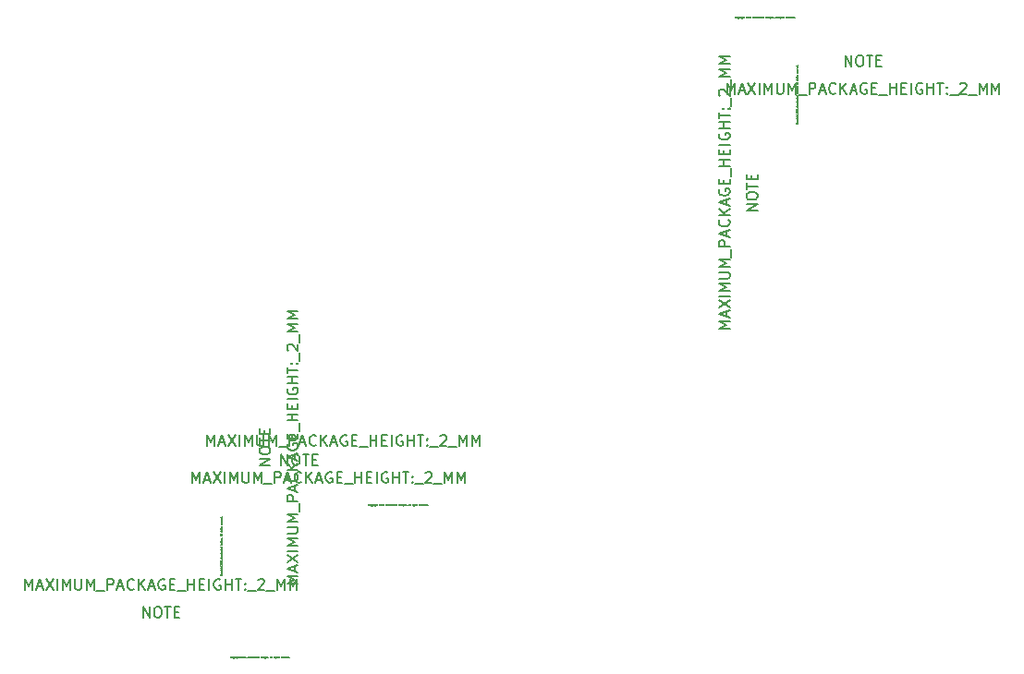
<source format=gbr>
%TF.GenerationSoftware,KiCad,Pcbnew,8.0.2-1*%
%TF.CreationDate,2024-05-28T20:36:57-07:00*%
%TF.ProjectId,solar-panel-side-Z,736f6c61-722d-4706-916e-656c2d736964,3.1*%
%TF.SameCoordinates,Original*%
%TF.FileFunction,Other,Comment*%
%FSLAX46Y46*%
G04 Gerber Fmt 4.6, Leading zero omitted, Abs format (unit mm)*
G04 Created by KiCad (PCBNEW 8.0.2-1) date 2024-05-28 20:36:57*
%MOMM*%
%LPD*%
G01*
G04 APERTURE LIST*
%ADD10C,0.002000*%
%ADD11C,0.150000*%
G04 APERTURE END LIST*
D10*
X136632667Y-99896553D02*
X136626619Y-99902601D01*
X136626619Y-99902601D02*
X136608477Y-99908648D01*
X136608477Y-99908648D02*
X136596381Y-99908648D01*
X136596381Y-99908648D02*
X136578238Y-99902601D01*
X136578238Y-99902601D02*
X136566143Y-99890505D01*
X136566143Y-99890505D02*
X136560096Y-99878410D01*
X136560096Y-99878410D02*
X136554048Y-99854220D01*
X136554048Y-99854220D02*
X136554048Y-99836077D01*
X136554048Y-99836077D02*
X136560096Y-99811886D01*
X136560096Y-99811886D02*
X136566143Y-99799791D01*
X136566143Y-99799791D02*
X136578238Y-99787696D01*
X136578238Y-99787696D02*
X136596381Y-99781648D01*
X136596381Y-99781648D02*
X136608477Y-99781648D01*
X136608477Y-99781648D02*
X136626619Y-99787696D01*
X136626619Y-99787696D02*
X136632667Y-99793743D01*
X136705238Y-99908648D02*
X136693143Y-99902601D01*
X136693143Y-99902601D02*
X136687096Y-99896553D01*
X136687096Y-99896553D02*
X136681048Y-99884458D01*
X136681048Y-99884458D02*
X136681048Y-99848172D01*
X136681048Y-99848172D02*
X136687096Y-99836077D01*
X136687096Y-99836077D02*
X136693143Y-99830029D01*
X136693143Y-99830029D02*
X136705238Y-99823981D01*
X136705238Y-99823981D02*
X136723381Y-99823981D01*
X136723381Y-99823981D02*
X136735477Y-99830029D01*
X136735477Y-99830029D02*
X136741524Y-99836077D01*
X136741524Y-99836077D02*
X136747572Y-99848172D01*
X136747572Y-99848172D02*
X136747572Y-99884458D01*
X136747572Y-99884458D02*
X136741524Y-99896553D01*
X136741524Y-99896553D02*
X136735477Y-99902601D01*
X136735477Y-99902601D02*
X136723381Y-99908648D01*
X136723381Y-99908648D02*
X136705238Y-99908648D01*
X136802001Y-99823981D02*
X136802001Y-99950981D01*
X136802001Y-99830029D02*
X136814096Y-99823981D01*
X136814096Y-99823981D02*
X136838286Y-99823981D01*
X136838286Y-99823981D02*
X136850382Y-99830029D01*
X136850382Y-99830029D02*
X136856429Y-99836077D01*
X136856429Y-99836077D02*
X136862477Y-99848172D01*
X136862477Y-99848172D02*
X136862477Y-99884458D01*
X136862477Y-99884458D02*
X136856429Y-99896553D01*
X136856429Y-99896553D02*
X136850382Y-99902601D01*
X136850382Y-99902601D02*
X136838286Y-99908648D01*
X136838286Y-99908648D02*
X136814096Y-99908648D01*
X136814096Y-99908648D02*
X136802001Y-99902601D01*
X136904810Y-99823981D02*
X136935048Y-99908648D01*
X136965287Y-99823981D02*
X136935048Y-99908648D01*
X136935048Y-99908648D02*
X136922953Y-99938886D01*
X136922953Y-99938886D02*
X136916906Y-99944934D01*
X136916906Y-99944934D02*
X136904810Y-99950981D01*
X137013668Y-99908648D02*
X137013668Y-99823981D01*
X137013668Y-99848172D02*
X137019715Y-99836077D01*
X137019715Y-99836077D02*
X137025763Y-99830029D01*
X137025763Y-99830029D02*
X137037858Y-99823981D01*
X137037858Y-99823981D02*
X137049953Y-99823981D01*
X137092287Y-99908648D02*
X137092287Y-99823981D01*
X137092287Y-99781648D02*
X137086239Y-99787696D01*
X137086239Y-99787696D02*
X137092287Y-99793743D01*
X137092287Y-99793743D02*
X137098334Y-99787696D01*
X137098334Y-99787696D02*
X137092287Y-99781648D01*
X137092287Y-99781648D02*
X137092287Y-99793743D01*
X137207191Y-99823981D02*
X137207191Y-99926791D01*
X137207191Y-99926791D02*
X137201144Y-99938886D01*
X137201144Y-99938886D02*
X137195096Y-99944934D01*
X137195096Y-99944934D02*
X137183001Y-99950981D01*
X137183001Y-99950981D02*
X137164858Y-99950981D01*
X137164858Y-99950981D02*
X137152763Y-99944934D01*
X137207191Y-99902601D02*
X137195096Y-99908648D01*
X137195096Y-99908648D02*
X137170905Y-99908648D01*
X137170905Y-99908648D02*
X137158810Y-99902601D01*
X137158810Y-99902601D02*
X137152763Y-99896553D01*
X137152763Y-99896553D02*
X137146715Y-99884458D01*
X137146715Y-99884458D02*
X137146715Y-99848172D01*
X137146715Y-99848172D02*
X137152763Y-99836077D01*
X137152763Y-99836077D02*
X137158810Y-99830029D01*
X137158810Y-99830029D02*
X137170905Y-99823981D01*
X137170905Y-99823981D02*
X137195096Y-99823981D01*
X137195096Y-99823981D02*
X137207191Y-99830029D01*
X137267668Y-99908648D02*
X137267668Y-99781648D01*
X137322096Y-99908648D02*
X137322096Y-99842124D01*
X137322096Y-99842124D02*
X137316049Y-99830029D01*
X137316049Y-99830029D02*
X137303953Y-99823981D01*
X137303953Y-99823981D02*
X137285810Y-99823981D01*
X137285810Y-99823981D02*
X137273715Y-99830029D01*
X137273715Y-99830029D02*
X137267668Y-99836077D01*
X137364430Y-99823981D02*
X137412811Y-99823981D01*
X137382573Y-99781648D02*
X137382573Y-99890505D01*
X137382573Y-99890505D02*
X137388620Y-99902601D01*
X137388620Y-99902601D02*
X137400715Y-99908648D01*
X137400715Y-99908648D02*
X137412811Y-99908648D01*
X137545858Y-99793743D02*
X137551906Y-99787696D01*
X137551906Y-99787696D02*
X137564001Y-99781648D01*
X137564001Y-99781648D02*
X137594239Y-99781648D01*
X137594239Y-99781648D02*
X137606334Y-99787696D01*
X137606334Y-99787696D02*
X137612382Y-99793743D01*
X137612382Y-99793743D02*
X137618429Y-99805839D01*
X137618429Y-99805839D02*
X137618429Y-99817934D01*
X137618429Y-99817934D02*
X137612382Y-99836077D01*
X137612382Y-99836077D02*
X137539810Y-99908648D01*
X137539810Y-99908648D02*
X137618429Y-99908648D01*
X137697048Y-99781648D02*
X137709143Y-99781648D01*
X137709143Y-99781648D02*
X137721239Y-99787696D01*
X137721239Y-99787696D02*
X137727286Y-99793743D01*
X137727286Y-99793743D02*
X137733334Y-99805839D01*
X137733334Y-99805839D02*
X137739381Y-99830029D01*
X137739381Y-99830029D02*
X137739381Y-99860267D01*
X137739381Y-99860267D02*
X137733334Y-99884458D01*
X137733334Y-99884458D02*
X137727286Y-99896553D01*
X137727286Y-99896553D02*
X137721239Y-99902601D01*
X137721239Y-99902601D02*
X137709143Y-99908648D01*
X137709143Y-99908648D02*
X137697048Y-99908648D01*
X137697048Y-99908648D02*
X137684953Y-99902601D01*
X137684953Y-99902601D02*
X137678905Y-99896553D01*
X137678905Y-99896553D02*
X137672858Y-99884458D01*
X137672858Y-99884458D02*
X137666810Y-99860267D01*
X137666810Y-99860267D02*
X137666810Y-99830029D01*
X137666810Y-99830029D02*
X137672858Y-99805839D01*
X137672858Y-99805839D02*
X137678905Y-99793743D01*
X137678905Y-99793743D02*
X137684953Y-99787696D01*
X137684953Y-99787696D02*
X137697048Y-99781648D01*
X137787762Y-99793743D02*
X137793810Y-99787696D01*
X137793810Y-99787696D02*
X137805905Y-99781648D01*
X137805905Y-99781648D02*
X137836143Y-99781648D01*
X137836143Y-99781648D02*
X137848238Y-99787696D01*
X137848238Y-99787696D02*
X137854286Y-99793743D01*
X137854286Y-99793743D02*
X137860333Y-99805839D01*
X137860333Y-99805839D02*
X137860333Y-99817934D01*
X137860333Y-99817934D02*
X137854286Y-99836077D01*
X137854286Y-99836077D02*
X137781714Y-99908648D01*
X137781714Y-99908648D02*
X137860333Y-99908648D01*
X137981285Y-99908648D02*
X137908714Y-99908648D01*
X137945000Y-99908648D02*
X137945000Y-99781648D01*
X137945000Y-99781648D02*
X137932904Y-99799791D01*
X137932904Y-99799791D02*
X137920809Y-99811886D01*
X137920809Y-99811886D02*
X137908714Y-99817934D01*
X138126428Y-99872362D02*
X138186904Y-99872362D01*
X138114333Y-99908648D02*
X138156666Y-99781648D01*
X138156666Y-99781648D02*
X138198999Y-99908648D01*
X138295761Y-99902601D02*
X138283666Y-99908648D01*
X138283666Y-99908648D02*
X138259475Y-99908648D01*
X138259475Y-99908648D02*
X138247380Y-99902601D01*
X138247380Y-99902601D02*
X138241333Y-99896553D01*
X138241333Y-99896553D02*
X138235285Y-99884458D01*
X138235285Y-99884458D02*
X138235285Y-99848172D01*
X138235285Y-99848172D02*
X138241333Y-99836077D01*
X138241333Y-99836077D02*
X138247380Y-99830029D01*
X138247380Y-99830029D02*
X138259475Y-99823981D01*
X138259475Y-99823981D02*
X138283666Y-99823981D01*
X138283666Y-99823981D02*
X138295761Y-99830029D01*
X138404618Y-99902601D02*
X138392523Y-99908648D01*
X138392523Y-99908648D02*
X138368332Y-99908648D01*
X138368332Y-99908648D02*
X138356237Y-99902601D01*
X138356237Y-99902601D02*
X138350190Y-99896553D01*
X138350190Y-99896553D02*
X138344142Y-99884458D01*
X138344142Y-99884458D02*
X138344142Y-99848172D01*
X138344142Y-99848172D02*
X138350190Y-99836077D01*
X138350190Y-99836077D02*
X138356237Y-99830029D01*
X138356237Y-99830029D02*
X138368332Y-99823981D01*
X138368332Y-99823981D02*
X138392523Y-99823981D01*
X138392523Y-99823981D02*
X138404618Y-99830029D01*
X138507428Y-99902601D02*
X138495332Y-99908648D01*
X138495332Y-99908648D02*
X138471142Y-99908648D01*
X138471142Y-99908648D02*
X138459047Y-99902601D01*
X138459047Y-99902601D02*
X138452999Y-99890505D01*
X138452999Y-99890505D02*
X138452999Y-99842124D01*
X138452999Y-99842124D02*
X138459047Y-99830029D01*
X138459047Y-99830029D02*
X138471142Y-99823981D01*
X138471142Y-99823981D02*
X138495332Y-99823981D01*
X138495332Y-99823981D02*
X138507428Y-99830029D01*
X138507428Y-99830029D02*
X138513475Y-99842124D01*
X138513475Y-99842124D02*
X138513475Y-99854220D01*
X138513475Y-99854220D02*
X138452999Y-99866315D01*
X138586046Y-99908648D02*
X138573951Y-99902601D01*
X138573951Y-99902601D02*
X138567904Y-99890505D01*
X138567904Y-99890505D02*
X138567904Y-99781648D01*
X138682809Y-99902601D02*
X138670713Y-99908648D01*
X138670713Y-99908648D02*
X138646523Y-99908648D01*
X138646523Y-99908648D02*
X138634428Y-99902601D01*
X138634428Y-99902601D02*
X138628380Y-99890505D01*
X138628380Y-99890505D02*
X138628380Y-99842124D01*
X138628380Y-99842124D02*
X138634428Y-99830029D01*
X138634428Y-99830029D02*
X138646523Y-99823981D01*
X138646523Y-99823981D02*
X138670713Y-99823981D01*
X138670713Y-99823981D02*
X138682809Y-99830029D01*
X138682809Y-99830029D02*
X138688856Y-99842124D01*
X138688856Y-99842124D02*
X138688856Y-99854220D01*
X138688856Y-99854220D02*
X138628380Y-99866315D01*
X138743285Y-99908648D02*
X138743285Y-99823981D01*
X138743285Y-99848172D02*
X138749332Y-99836077D01*
X138749332Y-99836077D02*
X138755380Y-99830029D01*
X138755380Y-99830029D02*
X138767475Y-99823981D01*
X138767475Y-99823981D02*
X138779570Y-99823981D01*
X138876332Y-99908648D02*
X138876332Y-99842124D01*
X138876332Y-99842124D02*
X138870285Y-99830029D01*
X138870285Y-99830029D02*
X138858189Y-99823981D01*
X138858189Y-99823981D02*
X138833999Y-99823981D01*
X138833999Y-99823981D02*
X138821904Y-99830029D01*
X138876332Y-99902601D02*
X138864237Y-99908648D01*
X138864237Y-99908648D02*
X138833999Y-99908648D01*
X138833999Y-99908648D02*
X138821904Y-99902601D01*
X138821904Y-99902601D02*
X138815856Y-99890505D01*
X138815856Y-99890505D02*
X138815856Y-99878410D01*
X138815856Y-99878410D02*
X138821904Y-99866315D01*
X138821904Y-99866315D02*
X138833999Y-99860267D01*
X138833999Y-99860267D02*
X138864237Y-99860267D01*
X138864237Y-99860267D02*
X138876332Y-99854220D01*
X138918666Y-99823981D02*
X138967047Y-99823981D01*
X138936809Y-99781648D02*
X138936809Y-99890505D01*
X138936809Y-99890505D02*
X138942856Y-99902601D01*
X138942856Y-99902601D02*
X138954951Y-99908648D01*
X138954951Y-99908648D02*
X138967047Y-99908648D01*
X139057761Y-99902601D02*
X139045665Y-99908648D01*
X139045665Y-99908648D02*
X139021475Y-99908648D01*
X139021475Y-99908648D02*
X139009380Y-99902601D01*
X139009380Y-99902601D02*
X139003332Y-99890505D01*
X139003332Y-99890505D02*
X139003332Y-99842124D01*
X139003332Y-99842124D02*
X139009380Y-99830029D01*
X139009380Y-99830029D02*
X139021475Y-99823981D01*
X139021475Y-99823981D02*
X139045665Y-99823981D01*
X139045665Y-99823981D02*
X139057761Y-99830029D01*
X139057761Y-99830029D02*
X139063808Y-99842124D01*
X139063808Y-99842124D02*
X139063808Y-99854220D01*
X139063808Y-99854220D02*
X139003332Y-99866315D01*
X139172665Y-99908648D02*
X139172665Y-99781648D01*
X139172665Y-99902601D02*
X139160570Y-99908648D01*
X139160570Y-99908648D02*
X139136379Y-99908648D01*
X139136379Y-99908648D02*
X139124284Y-99902601D01*
X139124284Y-99902601D02*
X139118237Y-99896553D01*
X139118237Y-99896553D02*
X139112189Y-99884458D01*
X139112189Y-99884458D02*
X139112189Y-99848172D01*
X139112189Y-99848172D02*
X139118237Y-99836077D01*
X139118237Y-99836077D02*
X139124284Y-99830029D01*
X139124284Y-99830029D02*
X139136379Y-99823981D01*
X139136379Y-99823981D02*
X139160570Y-99823981D01*
X139160570Y-99823981D02*
X139172665Y-99830029D01*
X139329904Y-99908648D02*
X139329904Y-99781648D01*
X139329904Y-99781648D02*
X139360142Y-99781648D01*
X139360142Y-99781648D02*
X139378285Y-99787696D01*
X139378285Y-99787696D02*
X139390380Y-99799791D01*
X139390380Y-99799791D02*
X139396427Y-99811886D01*
X139396427Y-99811886D02*
X139402475Y-99836077D01*
X139402475Y-99836077D02*
X139402475Y-99854220D01*
X139402475Y-99854220D02*
X139396427Y-99878410D01*
X139396427Y-99878410D02*
X139390380Y-99890505D01*
X139390380Y-99890505D02*
X139378285Y-99902601D01*
X139378285Y-99902601D02*
X139360142Y-99908648D01*
X139360142Y-99908648D02*
X139329904Y-99908648D01*
X139505285Y-99902601D02*
X139493189Y-99908648D01*
X139493189Y-99908648D02*
X139468999Y-99908648D01*
X139468999Y-99908648D02*
X139456904Y-99902601D01*
X139456904Y-99902601D02*
X139450856Y-99890505D01*
X139450856Y-99890505D02*
X139450856Y-99842124D01*
X139450856Y-99842124D02*
X139456904Y-99830029D01*
X139456904Y-99830029D02*
X139468999Y-99823981D01*
X139468999Y-99823981D02*
X139493189Y-99823981D01*
X139493189Y-99823981D02*
X139505285Y-99830029D01*
X139505285Y-99830029D02*
X139511332Y-99842124D01*
X139511332Y-99842124D02*
X139511332Y-99854220D01*
X139511332Y-99854220D02*
X139450856Y-99866315D01*
X139559713Y-99902601D02*
X139571808Y-99908648D01*
X139571808Y-99908648D02*
X139595999Y-99908648D01*
X139595999Y-99908648D02*
X139608094Y-99902601D01*
X139608094Y-99902601D02*
X139614142Y-99890505D01*
X139614142Y-99890505D02*
X139614142Y-99884458D01*
X139614142Y-99884458D02*
X139608094Y-99872362D01*
X139608094Y-99872362D02*
X139595999Y-99866315D01*
X139595999Y-99866315D02*
X139577856Y-99866315D01*
X139577856Y-99866315D02*
X139565761Y-99860267D01*
X139565761Y-99860267D02*
X139559713Y-99848172D01*
X139559713Y-99848172D02*
X139559713Y-99842124D01*
X139559713Y-99842124D02*
X139565761Y-99830029D01*
X139565761Y-99830029D02*
X139577856Y-99823981D01*
X139577856Y-99823981D02*
X139595999Y-99823981D01*
X139595999Y-99823981D02*
X139608094Y-99830029D01*
X139668571Y-99908648D02*
X139668571Y-99823981D01*
X139668571Y-99781648D02*
X139662523Y-99787696D01*
X139662523Y-99787696D02*
X139668571Y-99793743D01*
X139668571Y-99793743D02*
X139674618Y-99787696D01*
X139674618Y-99787696D02*
X139668571Y-99781648D01*
X139668571Y-99781648D02*
X139668571Y-99793743D01*
X139783475Y-99823981D02*
X139783475Y-99926791D01*
X139783475Y-99926791D02*
X139777428Y-99938886D01*
X139777428Y-99938886D02*
X139771380Y-99944934D01*
X139771380Y-99944934D02*
X139759285Y-99950981D01*
X139759285Y-99950981D02*
X139741142Y-99950981D01*
X139741142Y-99950981D02*
X139729047Y-99944934D01*
X139783475Y-99902601D02*
X139771380Y-99908648D01*
X139771380Y-99908648D02*
X139747189Y-99908648D01*
X139747189Y-99908648D02*
X139735094Y-99902601D01*
X139735094Y-99902601D02*
X139729047Y-99896553D01*
X139729047Y-99896553D02*
X139722999Y-99884458D01*
X139722999Y-99884458D02*
X139722999Y-99848172D01*
X139722999Y-99848172D02*
X139729047Y-99836077D01*
X139729047Y-99836077D02*
X139735094Y-99830029D01*
X139735094Y-99830029D02*
X139747189Y-99823981D01*
X139747189Y-99823981D02*
X139771380Y-99823981D01*
X139771380Y-99823981D02*
X139783475Y-99830029D01*
X139843952Y-99823981D02*
X139843952Y-99908648D01*
X139843952Y-99836077D02*
X139849999Y-99830029D01*
X139849999Y-99830029D02*
X139862094Y-99823981D01*
X139862094Y-99823981D02*
X139880237Y-99823981D01*
X139880237Y-99823981D02*
X139892333Y-99830029D01*
X139892333Y-99830029D02*
X139898380Y-99842124D01*
X139898380Y-99842124D02*
X139898380Y-99908648D01*
X139952809Y-99902601D02*
X139964904Y-99908648D01*
X139964904Y-99908648D02*
X139989095Y-99908648D01*
X139989095Y-99908648D02*
X140001190Y-99902601D01*
X140001190Y-99902601D02*
X140007238Y-99890505D01*
X140007238Y-99890505D02*
X140007238Y-99884458D01*
X140007238Y-99884458D02*
X140001190Y-99872362D01*
X140001190Y-99872362D02*
X139989095Y-99866315D01*
X139989095Y-99866315D02*
X139970952Y-99866315D01*
X139970952Y-99866315D02*
X139958857Y-99860267D01*
X139958857Y-99860267D02*
X139952809Y-99848172D01*
X139952809Y-99848172D02*
X139952809Y-99842124D01*
X139952809Y-99842124D02*
X139958857Y-99830029D01*
X139958857Y-99830029D02*
X139970952Y-99823981D01*
X139970952Y-99823981D02*
X139989095Y-99823981D01*
X139989095Y-99823981D02*
X140001190Y-99830029D01*
X140061667Y-99896553D02*
X140067714Y-99902601D01*
X140067714Y-99902601D02*
X140061667Y-99908648D01*
X140061667Y-99908648D02*
X140055619Y-99902601D01*
X140055619Y-99902601D02*
X140061667Y-99896553D01*
X140061667Y-99896553D02*
X140061667Y-99908648D01*
X140212857Y-99872362D02*
X140273333Y-99872362D01*
X140200762Y-99908648D02*
X140243095Y-99781648D01*
X140243095Y-99781648D02*
X140285428Y-99908648D01*
X140345904Y-99908648D02*
X140333809Y-99902601D01*
X140333809Y-99902601D02*
X140327762Y-99890505D01*
X140327762Y-99890505D02*
X140327762Y-99781648D01*
X140412428Y-99908648D02*
X140400333Y-99902601D01*
X140400333Y-99902601D02*
X140394286Y-99890505D01*
X140394286Y-99890505D02*
X140394286Y-99781648D01*
X140557572Y-99908648D02*
X140557572Y-99823981D01*
X140557572Y-99848172D02*
X140563619Y-99836077D01*
X140563619Y-99836077D02*
X140569667Y-99830029D01*
X140569667Y-99830029D02*
X140581762Y-99823981D01*
X140581762Y-99823981D02*
X140593857Y-99823981D01*
X140636191Y-99908648D02*
X140636191Y-99823981D01*
X140636191Y-99781648D02*
X140630143Y-99787696D01*
X140630143Y-99787696D02*
X140636191Y-99793743D01*
X140636191Y-99793743D02*
X140642238Y-99787696D01*
X140642238Y-99787696D02*
X140636191Y-99781648D01*
X140636191Y-99781648D02*
X140636191Y-99793743D01*
X140751095Y-99823981D02*
X140751095Y-99926791D01*
X140751095Y-99926791D02*
X140745048Y-99938886D01*
X140745048Y-99938886D02*
X140739000Y-99944934D01*
X140739000Y-99944934D02*
X140726905Y-99950981D01*
X140726905Y-99950981D02*
X140708762Y-99950981D01*
X140708762Y-99950981D02*
X140696667Y-99944934D01*
X140751095Y-99902601D02*
X140739000Y-99908648D01*
X140739000Y-99908648D02*
X140714809Y-99908648D01*
X140714809Y-99908648D02*
X140702714Y-99902601D01*
X140702714Y-99902601D02*
X140696667Y-99896553D01*
X140696667Y-99896553D02*
X140690619Y-99884458D01*
X140690619Y-99884458D02*
X140690619Y-99848172D01*
X140690619Y-99848172D02*
X140696667Y-99836077D01*
X140696667Y-99836077D02*
X140702714Y-99830029D01*
X140702714Y-99830029D02*
X140714809Y-99823981D01*
X140714809Y-99823981D02*
X140739000Y-99823981D01*
X140739000Y-99823981D02*
X140751095Y-99830029D01*
X140811572Y-99908648D02*
X140811572Y-99781648D01*
X140866000Y-99908648D02*
X140866000Y-99842124D01*
X140866000Y-99842124D02*
X140859953Y-99830029D01*
X140859953Y-99830029D02*
X140847857Y-99823981D01*
X140847857Y-99823981D02*
X140829714Y-99823981D01*
X140829714Y-99823981D02*
X140817619Y-99830029D01*
X140817619Y-99830029D02*
X140811572Y-99836077D01*
X140908334Y-99823981D02*
X140956715Y-99823981D01*
X140926477Y-99781648D02*
X140926477Y-99890505D01*
X140926477Y-99890505D02*
X140932524Y-99902601D01*
X140932524Y-99902601D02*
X140944619Y-99908648D01*
X140944619Y-99908648D02*
X140956715Y-99908648D01*
X140993000Y-99902601D02*
X141005095Y-99908648D01*
X141005095Y-99908648D02*
X141029286Y-99908648D01*
X141029286Y-99908648D02*
X141041381Y-99902601D01*
X141041381Y-99902601D02*
X141047429Y-99890505D01*
X141047429Y-99890505D02*
X141047429Y-99884458D01*
X141047429Y-99884458D02*
X141041381Y-99872362D01*
X141041381Y-99872362D02*
X141029286Y-99866315D01*
X141029286Y-99866315D02*
X141011143Y-99866315D01*
X141011143Y-99866315D02*
X140999048Y-99860267D01*
X140999048Y-99860267D02*
X140993000Y-99848172D01*
X140993000Y-99848172D02*
X140993000Y-99842124D01*
X140993000Y-99842124D02*
X140999048Y-99830029D01*
X140999048Y-99830029D02*
X141011143Y-99823981D01*
X141011143Y-99823981D02*
X141029286Y-99823981D01*
X141029286Y-99823981D02*
X141041381Y-99830029D01*
X141198620Y-99908648D02*
X141198620Y-99823981D01*
X141198620Y-99848172D02*
X141204667Y-99836077D01*
X141204667Y-99836077D02*
X141210715Y-99830029D01*
X141210715Y-99830029D02*
X141222810Y-99823981D01*
X141222810Y-99823981D02*
X141234905Y-99823981D01*
X141325620Y-99902601D02*
X141313524Y-99908648D01*
X141313524Y-99908648D02*
X141289334Y-99908648D01*
X141289334Y-99908648D02*
X141277239Y-99902601D01*
X141277239Y-99902601D02*
X141271191Y-99890505D01*
X141271191Y-99890505D02*
X141271191Y-99842124D01*
X141271191Y-99842124D02*
X141277239Y-99830029D01*
X141277239Y-99830029D02*
X141289334Y-99823981D01*
X141289334Y-99823981D02*
X141313524Y-99823981D01*
X141313524Y-99823981D02*
X141325620Y-99830029D01*
X141325620Y-99830029D02*
X141331667Y-99842124D01*
X141331667Y-99842124D02*
X141331667Y-99854220D01*
X141331667Y-99854220D02*
X141271191Y-99866315D01*
X141380048Y-99902601D02*
X141392143Y-99908648D01*
X141392143Y-99908648D02*
X141416334Y-99908648D01*
X141416334Y-99908648D02*
X141428429Y-99902601D01*
X141428429Y-99902601D02*
X141434477Y-99890505D01*
X141434477Y-99890505D02*
X141434477Y-99884458D01*
X141434477Y-99884458D02*
X141428429Y-99872362D01*
X141428429Y-99872362D02*
X141416334Y-99866315D01*
X141416334Y-99866315D02*
X141398191Y-99866315D01*
X141398191Y-99866315D02*
X141386096Y-99860267D01*
X141386096Y-99860267D02*
X141380048Y-99848172D01*
X141380048Y-99848172D02*
X141380048Y-99842124D01*
X141380048Y-99842124D02*
X141386096Y-99830029D01*
X141386096Y-99830029D02*
X141398191Y-99823981D01*
X141398191Y-99823981D02*
X141416334Y-99823981D01*
X141416334Y-99823981D02*
X141428429Y-99830029D01*
X141537287Y-99902601D02*
X141525191Y-99908648D01*
X141525191Y-99908648D02*
X141501001Y-99908648D01*
X141501001Y-99908648D02*
X141488906Y-99902601D01*
X141488906Y-99902601D02*
X141482858Y-99890505D01*
X141482858Y-99890505D02*
X141482858Y-99842124D01*
X141482858Y-99842124D02*
X141488906Y-99830029D01*
X141488906Y-99830029D02*
X141501001Y-99823981D01*
X141501001Y-99823981D02*
X141525191Y-99823981D01*
X141525191Y-99823981D02*
X141537287Y-99830029D01*
X141537287Y-99830029D02*
X141543334Y-99842124D01*
X141543334Y-99842124D02*
X141543334Y-99854220D01*
X141543334Y-99854220D02*
X141482858Y-99866315D01*
X141597763Y-99908648D02*
X141597763Y-99823981D01*
X141597763Y-99848172D02*
X141603810Y-99836077D01*
X141603810Y-99836077D02*
X141609858Y-99830029D01*
X141609858Y-99830029D02*
X141621953Y-99823981D01*
X141621953Y-99823981D02*
X141634048Y-99823981D01*
X141664286Y-99823981D02*
X141694524Y-99908648D01*
X141694524Y-99908648D02*
X141724763Y-99823981D01*
X141821525Y-99902601D02*
X141809429Y-99908648D01*
X141809429Y-99908648D02*
X141785239Y-99908648D01*
X141785239Y-99908648D02*
X141773144Y-99902601D01*
X141773144Y-99902601D02*
X141767096Y-99890505D01*
X141767096Y-99890505D02*
X141767096Y-99842124D01*
X141767096Y-99842124D02*
X141773144Y-99830029D01*
X141773144Y-99830029D02*
X141785239Y-99823981D01*
X141785239Y-99823981D02*
X141809429Y-99823981D01*
X141809429Y-99823981D02*
X141821525Y-99830029D01*
X141821525Y-99830029D02*
X141827572Y-99842124D01*
X141827572Y-99842124D02*
X141827572Y-99854220D01*
X141827572Y-99854220D02*
X141767096Y-99866315D01*
X141936429Y-99908648D02*
X141936429Y-99781648D01*
X141936429Y-99902601D02*
X141924334Y-99908648D01*
X141924334Y-99908648D02*
X141900143Y-99908648D01*
X141900143Y-99908648D02*
X141888048Y-99902601D01*
X141888048Y-99902601D02*
X141882001Y-99896553D01*
X141882001Y-99896553D02*
X141875953Y-99884458D01*
X141875953Y-99884458D02*
X141875953Y-99848172D01*
X141875953Y-99848172D02*
X141882001Y-99836077D01*
X141882001Y-99836077D02*
X141888048Y-99830029D01*
X141888048Y-99830029D02*
X141900143Y-99823981D01*
X141900143Y-99823981D02*
X141924334Y-99823981D01*
X141924334Y-99823981D02*
X141936429Y-99830029D01*
X141996906Y-99896553D02*
X142002953Y-99902601D01*
X142002953Y-99902601D02*
X141996906Y-99908648D01*
X141996906Y-99908648D02*
X141990858Y-99902601D01*
X141990858Y-99902601D02*
X141996906Y-99896553D01*
X141996906Y-99896553D02*
X141996906Y-99908648D01*
D11*
X121836120Y-94454819D02*
X121836120Y-93454819D01*
X121836120Y-93454819D02*
X122169453Y-94169104D01*
X122169453Y-94169104D02*
X122502786Y-93454819D01*
X122502786Y-93454819D02*
X122502786Y-94454819D01*
X122931358Y-94169104D02*
X123407548Y-94169104D01*
X122836120Y-94454819D02*
X123169453Y-93454819D01*
X123169453Y-93454819D02*
X123502786Y-94454819D01*
X123740882Y-93454819D02*
X124407548Y-94454819D01*
X124407548Y-93454819D02*
X123740882Y-94454819D01*
X124788501Y-94454819D02*
X124788501Y-93454819D01*
X125264691Y-94454819D02*
X125264691Y-93454819D01*
X125264691Y-93454819D02*
X125598024Y-94169104D01*
X125598024Y-94169104D02*
X125931357Y-93454819D01*
X125931357Y-93454819D02*
X125931357Y-94454819D01*
X126407548Y-93454819D02*
X126407548Y-94264342D01*
X126407548Y-94264342D02*
X126455167Y-94359580D01*
X126455167Y-94359580D02*
X126502786Y-94407200D01*
X126502786Y-94407200D02*
X126598024Y-94454819D01*
X126598024Y-94454819D02*
X126788500Y-94454819D01*
X126788500Y-94454819D02*
X126883738Y-94407200D01*
X126883738Y-94407200D02*
X126931357Y-94359580D01*
X126931357Y-94359580D02*
X126978976Y-94264342D01*
X126978976Y-94264342D02*
X126978976Y-93454819D01*
X127455167Y-94454819D02*
X127455167Y-93454819D01*
X127455167Y-93454819D02*
X127788500Y-94169104D01*
X127788500Y-94169104D02*
X128121833Y-93454819D01*
X128121833Y-93454819D02*
X128121833Y-94454819D01*
X128359929Y-94550057D02*
X129121833Y-94550057D01*
X129359929Y-94454819D02*
X129359929Y-93454819D01*
X129359929Y-93454819D02*
X129740881Y-93454819D01*
X129740881Y-93454819D02*
X129836119Y-93502438D01*
X129836119Y-93502438D02*
X129883738Y-93550057D01*
X129883738Y-93550057D02*
X129931357Y-93645295D01*
X129931357Y-93645295D02*
X129931357Y-93788152D01*
X129931357Y-93788152D02*
X129883738Y-93883390D01*
X129883738Y-93883390D02*
X129836119Y-93931009D01*
X129836119Y-93931009D02*
X129740881Y-93978628D01*
X129740881Y-93978628D02*
X129359929Y-93978628D01*
X130312310Y-94169104D02*
X130788500Y-94169104D01*
X130217072Y-94454819D02*
X130550405Y-93454819D01*
X130550405Y-93454819D02*
X130883738Y-94454819D01*
X131788500Y-94359580D02*
X131740881Y-94407200D01*
X131740881Y-94407200D02*
X131598024Y-94454819D01*
X131598024Y-94454819D02*
X131502786Y-94454819D01*
X131502786Y-94454819D02*
X131359929Y-94407200D01*
X131359929Y-94407200D02*
X131264691Y-94311961D01*
X131264691Y-94311961D02*
X131217072Y-94216723D01*
X131217072Y-94216723D02*
X131169453Y-94026247D01*
X131169453Y-94026247D02*
X131169453Y-93883390D01*
X131169453Y-93883390D02*
X131217072Y-93692914D01*
X131217072Y-93692914D02*
X131264691Y-93597676D01*
X131264691Y-93597676D02*
X131359929Y-93502438D01*
X131359929Y-93502438D02*
X131502786Y-93454819D01*
X131502786Y-93454819D02*
X131598024Y-93454819D01*
X131598024Y-93454819D02*
X131740881Y-93502438D01*
X131740881Y-93502438D02*
X131788500Y-93550057D01*
X132217072Y-94454819D02*
X132217072Y-93454819D01*
X132788500Y-94454819D02*
X132359929Y-93883390D01*
X132788500Y-93454819D02*
X132217072Y-94026247D01*
X133169453Y-94169104D02*
X133645643Y-94169104D01*
X133074215Y-94454819D02*
X133407548Y-93454819D01*
X133407548Y-93454819D02*
X133740881Y-94454819D01*
X134598024Y-93502438D02*
X134502786Y-93454819D01*
X134502786Y-93454819D02*
X134359929Y-93454819D01*
X134359929Y-93454819D02*
X134217072Y-93502438D01*
X134217072Y-93502438D02*
X134121834Y-93597676D01*
X134121834Y-93597676D02*
X134074215Y-93692914D01*
X134074215Y-93692914D02*
X134026596Y-93883390D01*
X134026596Y-93883390D02*
X134026596Y-94026247D01*
X134026596Y-94026247D02*
X134074215Y-94216723D01*
X134074215Y-94216723D02*
X134121834Y-94311961D01*
X134121834Y-94311961D02*
X134217072Y-94407200D01*
X134217072Y-94407200D02*
X134359929Y-94454819D01*
X134359929Y-94454819D02*
X134455167Y-94454819D01*
X134455167Y-94454819D02*
X134598024Y-94407200D01*
X134598024Y-94407200D02*
X134645643Y-94359580D01*
X134645643Y-94359580D02*
X134645643Y-94026247D01*
X134645643Y-94026247D02*
X134455167Y-94026247D01*
X135074215Y-93931009D02*
X135407548Y-93931009D01*
X135550405Y-94454819D02*
X135074215Y-94454819D01*
X135074215Y-94454819D02*
X135074215Y-93454819D01*
X135074215Y-93454819D02*
X135550405Y-93454819D01*
X135740882Y-94550057D02*
X136502786Y-94550057D01*
X136740882Y-94454819D02*
X136740882Y-93454819D01*
X136740882Y-93931009D02*
X137312310Y-93931009D01*
X137312310Y-94454819D02*
X137312310Y-93454819D01*
X137788501Y-93931009D02*
X138121834Y-93931009D01*
X138264691Y-94454819D02*
X137788501Y-94454819D01*
X137788501Y-94454819D02*
X137788501Y-93454819D01*
X137788501Y-93454819D02*
X138264691Y-93454819D01*
X138693263Y-94454819D02*
X138693263Y-93454819D01*
X139693262Y-93502438D02*
X139598024Y-93454819D01*
X139598024Y-93454819D02*
X139455167Y-93454819D01*
X139455167Y-93454819D02*
X139312310Y-93502438D01*
X139312310Y-93502438D02*
X139217072Y-93597676D01*
X139217072Y-93597676D02*
X139169453Y-93692914D01*
X139169453Y-93692914D02*
X139121834Y-93883390D01*
X139121834Y-93883390D02*
X139121834Y-94026247D01*
X139121834Y-94026247D02*
X139169453Y-94216723D01*
X139169453Y-94216723D02*
X139217072Y-94311961D01*
X139217072Y-94311961D02*
X139312310Y-94407200D01*
X139312310Y-94407200D02*
X139455167Y-94454819D01*
X139455167Y-94454819D02*
X139550405Y-94454819D01*
X139550405Y-94454819D02*
X139693262Y-94407200D01*
X139693262Y-94407200D02*
X139740881Y-94359580D01*
X139740881Y-94359580D02*
X139740881Y-94026247D01*
X139740881Y-94026247D02*
X139550405Y-94026247D01*
X140169453Y-94454819D02*
X140169453Y-93454819D01*
X140169453Y-93931009D02*
X140740881Y-93931009D01*
X140740881Y-94454819D02*
X140740881Y-93454819D01*
X141074215Y-93454819D02*
X141645643Y-93454819D01*
X141359929Y-94454819D02*
X141359929Y-93454819D01*
X141978977Y-94359580D02*
X142026596Y-94407200D01*
X142026596Y-94407200D02*
X141978977Y-94454819D01*
X141978977Y-94454819D02*
X141931358Y-94407200D01*
X141931358Y-94407200D02*
X141978977Y-94359580D01*
X141978977Y-94359580D02*
X141978977Y-94454819D01*
X141978977Y-93835771D02*
X142026596Y-93883390D01*
X142026596Y-93883390D02*
X141978977Y-93931009D01*
X141978977Y-93931009D02*
X141931358Y-93883390D01*
X141931358Y-93883390D02*
X141978977Y-93835771D01*
X141978977Y-93835771D02*
X141978977Y-93931009D01*
X142217072Y-94550057D02*
X142978976Y-94550057D01*
X143169453Y-93550057D02*
X143217072Y-93502438D01*
X143217072Y-93502438D02*
X143312310Y-93454819D01*
X143312310Y-93454819D02*
X143550405Y-93454819D01*
X143550405Y-93454819D02*
X143645643Y-93502438D01*
X143645643Y-93502438D02*
X143693262Y-93550057D01*
X143693262Y-93550057D02*
X143740881Y-93645295D01*
X143740881Y-93645295D02*
X143740881Y-93740533D01*
X143740881Y-93740533D02*
X143693262Y-93883390D01*
X143693262Y-93883390D02*
X143121834Y-94454819D01*
X143121834Y-94454819D02*
X143740881Y-94454819D01*
X143931358Y-94550057D02*
X144693262Y-94550057D01*
X144931358Y-94454819D02*
X144931358Y-93454819D01*
X144931358Y-93454819D02*
X145264691Y-94169104D01*
X145264691Y-94169104D02*
X145598024Y-93454819D01*
X145598024Y-93454819D02*
X145598024Y-94454819D01*
X146074215Y-94454819D02*
X146074215Y-93454819D01*
X146074215Y-93454819D02*
X146407548Y-94169104D01*
X146407548Y-94169104D02*
X146740881Y-93454819D01*
X146740881Y-93454819D02*
X146740881Y-94454819D01*
X128610655Y-96244820D02*
X128610655Y-95244820D01*
X128610655Y-95244820D02*
X129182083Y-96244820D01*
X129182083Y-96244820D02*
X129182083Y-95244820D01*
X129848750Y-95244820D02*
X130039226Y-95244820D01*
X130039226Y-95244820D02*
X130134464Y-95292439D01*
X130134464Y-95292439D02*
X130229702Y-95387677D01*
X130229702Y-95387677D02*
X130277321Y-95578153D01*
X130277321Y-95578153D02*
X130277321Y-95911486D01*
X130277321Y-95911486D02*
X130229702Y-96101962D01*
X130229702Y-96101962D02*
X130134464Y-96197201D01*
X130134464Y-96197201D02*
X130039226Y-96244820D01*
X130039226Y-96244820D02*
X129848750Y-96244820D01*
X129848750Y-96244820D02*
X129753512Y-96197201D01*
X129753512Y-96197201D02*
X129658274Y-96101962D01*
X129658274Y-96101962D02*
X129610655Y-95911486D01*
X129610655Y-95911486D02*
X129610655Y-95578153D01*
X129610655Y-95578153D02*
X129658274Y-95387677D01*
X129658274Y-95387677D02*
X129753512Y-95292439D01*
X129753512Y-95292439D02*
X129848750Y-95244820D01*
X130563036Y-95244820D02*
X131134464Y-95244820D01*
X130848750Y-96244820D02*
X130848750Y-95244820D01*
X131467798Y-95721010D02*
X131801131Y-95721010D01*
X131943988Y-96244820D02*
X131467798Y-96244820D01*
X131467798Y-96244820D02*
X131467798Y-95244820D01*
X131467798Y-95244820D02*
X131943988Y-95244820D01*
X120476120Y-97854819D02*
X120476120Y-96854819D01*
X120476120Y-96854819D02*
X120809453Y-97569104D01*
X120809453Y-97569104D02*
X121142786Y-96854819D01*
X121142786Y-96854819D02*
X121142786Y-97854819D01*
X121571358Y-97569104D02*
X122047548Y-97569104D01*
X121476120Y-97854819D02*
X121809453Y-96854819D01*
X121809453Y-96854819D02*
X122142786Y-97854819D01*
X122380882Y-96854819D02*
X123047548Y-97854819D01*
X123047548Y-96854819D02*
X122380882Y-97854819D01*
X123428501Y-97854819D02*
X123428501Y-96854819D01*
X123904691Y-97854819D02*
X123904691Y-96854819D01*
X123904691Y-96854819D02*
X124238024Y-97569104D01*
X124238024Y-97569104D02*
X124571357Y-96854819D01*
X124571357Y-96854819D02*
X124571357Y-97854819D01*
X125047548Y-96854819D02*
X125047548Y-97664342D01*
X125047548Y-97664342D02*
X125095167Y-97759580D01*
X125095167Y-97759580D02*
X125142786Y-97807200D01*
X125142786Y-97807200D02*
X125238024Y-97854819D01*
X125238024Y-97854819D02*
X125428500Y-97854819D01*
X125428500Y-97854819D02*
X125523738Y-97807200D01*
X125523738Y-97807200D02*
X125571357Y-97759580D01*
X125571357Y-97759580D02*
X125618976Y-97664342D01*
X125618976Y-97664342D02*
X125618976Y-96854819D01*
X126095167Y-97854819D02*
X126095167Y-96854819D01*
X126095167Y-96854819D02*
X126428500Y-97569104D01*
X126428500Y-97569104D02*
X126761833Y-96854819D01*
X126761833Y-96854819D02*
X126761833Y-97854819D01*
X126999929Y-97950057D02*
X127761833Y-97950057D01*
X127999929Y-97854819D02*
X127999929Y-96854819D01*
X127999929Y-96854819D02*
X128380881Y-96854819D01*
X128380881Y-96854819D02*
X128476119Y-96902438D01*
X128476119Y-96902438D02*
X128523738Y-96950057D01*
X128523738Y-96950057D02*
X128571357Y-97045295D01*
X128571357Y-97045295D02*
X128571357Y-97188152D01*
X128571357Y-97188152D02*
X128523738Y-97283390D01*
X128523738Y-97283390D02*
X128476119Y-97331009D01*
X128476119Y-97331009D02*
X128380881Y-97378628D01*
X128380881Y-97378628D02*
X127999929Y-97378628D01*
X128952310Y-97569104D02*
X129428500Y-97569104D01*
X128857072Y-97854819D02*
X129190405Y-96854819D01*
X129190405Y-96854819D02*
X129523738Y-97854819D01*
X130428500Y-97759580D02*
X130380881Y-97807200D01*
X130380881Y-97807200D02*
X130238024Y-97854819D01*
X130238024Y-97854819D02*
X130142786Y-97854819D01*
X130142786Y-97854819D02*
X129999929Y-97807200D01*
X129999929Y-97807200D02*
X129904691Y-97711961D01*
X129904691Y-97711961D02*
X129857072Y-97616723D01*
X129857072Y-97616723D02*
X129809453Y-97426247D01*
X129809453Y-97426247D02*
X129809453Y-97283390D01*
X129809453Y-97283390D02*
X129857072Y-97092914D01*
X129857072Y-97092914D02*
X129904691Y-96997676D01*
X129904691Y-96997676D02*
X129999929Y-96902438D01*
X129999929Y-96902438D02*
X130142786Y-96854819D01*
X130142786Y-96854819D02*
X130238024Y-96854819D01*
X130238024Y-96854819D02*
X130380881Y-96902438D01*
X130380881Y-96902438D02*
X130428500Y-96950057D01*
X130857072Y-97854819D02*
X130857072Y-96854819D01*
X131428500Y-97854819D02*
X130999929Y-97283390D01*
X131428500Y-96854819D02*
X130857072Y-97426247D01*
X131809453Y-97569104D02*
X132285643Y-97569104D01*
X131714215Y-97854819D02*
X132047548Y-96854819D01*
X132047548Y-96854819D02*
X132380881Y-97854819D01*
X133238024Y-96902438D02*
X133142786Y-96854819D01*
X133142786Y-96854819D02*
X132999929Y-96854819D01*
X132999929Y-96854819D02*
X132857072Y-96902438D01*
X132857072Y-96902438D02*
X132761834Y-96997676D01*
X132761834Y-96997676D02*
X132714215Y-97092914D01*
X132714215Y-97092914D02*
X132666596Y-97283390D01*
X132666596Y-97283390D02*
X132666596Y-97426247D01*
X132666596Y-97426247D02*
X132714215Y-97616723D01*
X132714215Y-97616723D02*
X132761834Y-97711961D01*
X132761834Y-97711961D02*
X132857072Y-97807200D01*
X132857072Y-97807200D02*
X132999929Y-97854819D01*
X132999929Y-97854819D02*
X133095167Y-97854819D01*
X133095167Y-97854819D02*
X133238024Y-97807200D01*
X133238024Y-97807200D02*
X133285643Y-97759580D01*
X133285643Y-97759580D02*
X133285643Y-97426247D01*
X133285643Y-97426247D02*
X133095167Y-97426247D01*
X133714215Y-97331009D02*
X134047548Y-97331009D01*
X134190405Y-97854819D02*
X133714215Y-97854819D01*
X133714215Y-97854819D02*
X133714215Y-96854819D01*
X133714215Y-96854819D02*
X134190405Y-96854819D01*
X134380882Y-97950057D02*
X135142786Y-97950057D01*
X135380882Y-97854819D02*
X135380882Y-96854819D01*
X135380882Y-97331009D02*
X135952310Y-97331009D01*
X135952310Y-97854819D02*
X135952310Y-96854819D01*
X136428501Y-97331009D02*
X136761834Y-97331009D01*
X136904691Y-97854819D02*
X136428501Y-97854819D01*
X136428501Y-97854819D02*
X136428501Y-96854819D01*
X136428501Y-96854819D02*
X136904691Y-96854819D01*
X137333263Y-97854819D02*
X137333263Y-96854819D01*
X138333262Y-96902438D02*
X138238024Y-96854819D01*
X138238024Y-96854819D02*
X138095167Y-96854819D01*
X138095167Y-96854819D02*
X137952310Y-96902438D01*
X137952310Y-96902438D02*
X137857072Y-96997676D01*
X137857072Y-96997676D02*
X137809453Y-97092914D01*
X137809453Y-97092914D02*
X137761834Y-97283390D01*
X137761834Y-97283390D02*
X137761834Y-97426247D01*
X137761834Y-97426247D02*
X137809453Y-97616723D01*
X137809453Y-97616723D02*
X137857072Y-97711961D01*
X137857072Y-97711961D02*
X137952310Y-97807200D01*
X137952310Y-97807200D02*
X138095167Y-97854819D01*
X138095167Y-97854819D02*
X138190405Y-97854819D01*
X138190405Y-97854819D02*
X138333262Y-97807200D01*
X138333262Y-97807200D02*
X138380881Y-97759580D01*
X138380881Y-97759580D02*
X138380881Y-97426247D01*
X138380881Y-97426247D02*
X138190405Y-97426247D01*
X138809453Y-97854819D02*
X138809453Y-96854819D01*
X138809453Y-97331009D02*
X139380881Y-97331009D01*
X139380881Y-97854819D02*
X139380881Y-96854819D01*
X139714215Y-96854819D02*
X140285643Y-96854819D01*
X139999929Y-97854819D02*
X139999929Y-96854819D01*
X140618977Y-97759580D02*
X140666596Y-97807200D01*
X140666596Y-97807200D02*
X140618977Y-97854819D01*
X140618977Y-97854819D02*
X140571358Y-97807200D01*
X140571358Y-97807200D02*
X140618977Y-97759580D01*
X140618977Y-97759580D02*
X140618977Y-97854819D01*
X140618977Y-97235771D02*
X140666596Y-97283390D01*
X140666596Y-97283390D02*
X140618977Y-97331009D01*
X140618977Y-97331009D02*
X140571358Y-97283390D01*
X140571358Y-97283390D02*
X140618977Y-97235771D01*
X140618977Y-97235771D02*
X140618977Y-97331009D01*
X140857072Y-97950057D02*
X141618976Y-97950057D01*
X141809453Y-96950057D02*
X141857072Y-96902438D01*
X141857072Y-96902438D02*
X141952310Y-96854819D01*
X141952310Y-96854819D02*
X142190405Y-96854819D01*
X142190405Y-96854819D02*
X142285643Y-96902438D01*
X142285643Y-96902438D02*
X142333262Y-96950057D01*
X142333262Y-96950057D02*
X142380881Y-97045295D01*
X142380881Y-97045295D02*
X142380881Y-97140533D01*
X142380881Y-97140533D02*
X142333262Y-97283390D01*
X142333262Y-97283390D02*
X141761834Y-97854819D01*
X141761834Y-97854819D02*
X142380881Y-97854819D01*
X142571358Y-97950057D02*
X143333262Y-97950057D01*
X143571358Y-97854819D02*
X143571358Y-96854819D01*
X143571358Y-96854819D02*
X143904691Y-97569104D01*
X143904691Y-97569104D02*
X144238024Y-96854819D01*
X144238024Y-96854819D02*
X144238024Y-97854819D01*
X144714215Y-97854819D02*
X144714215Y-96854819D01*
X144714215Y-96854819D02*
X145047548Y-97569104D01*
X145047548Y-97569104D02*
X145380881Y-96854819D01*
X145380881Y-96854819D02*
X145380881Y-97854819D01*
X128610655Y-96244820D02*
X128610655Y-95244820D01*
X128610655Y-95244820D02*
X129182083Y-96244820D01*
X129182083Y-96244820D02*
X129182083Y-95244820D01*
X129848750Y-95244820D02*
X130039226Y-95244820D01*
X130039226Y-95244820D02*
X130134464Y-95292439D01*
X130134464Y-95292439D02*
X130229702Y-95387677D01*
X130229702Y-95387677D02*
X130277321Y-95578153D01*
X130277321Y-95578153D02*
X130277321Y-95911486D01*
X130277321Y-95911486D02*
X130229702Y-96101962D01*
X130229702Y-96101962D02*
X130134464Y-96197201D01*
X130134464Y-96197201D02*
X130039226Y-96244820D01*
X130039226Y-96244820D02*
X129848750Y-96244820D01*
X129848750Y-96244820D02*
X129753512Y-96197201D01*
X129753512Y-96197201D02*
X129658274Y-96101962D01*
X129658274Y-96101962D02*
X129610655Y-95911486D01*
X129610655Y-95911486D02*
X129610655Y-95578153D01*
X129610655Y-95578153D02*
X129658274Y-95387677D01*
X129658274Y-95387677D02*
X129753512Y-95292439D01*
X129753512Y-95292439D02*
X129848750Y-95244820D01*
X130563036Y-95244820D02*
X131134464Y-95244820D01*
X130848750Y-96244820D02*
X130848750Y-95244820D01*
X131467798Y-95721010D02*
X131801131Y-95721010D01*
X131943988Y-96244820D02*
X131467798Y-96244820D01*
X131467798Y-96244820D02*
X131467798Y-95244820D01*
X131467798Y-95244820D02*
X131943988Y-95244820D01*
X115950655Y-110204820D02*
X115950655Y-109204820D01*
X115950655Y-109204820D02*
X116522083Y-110204820D01*
X116522083Y-110204820D02*
X116522083Y-109204820D01*
X117188750Y-109204820D02*
X117379226Y-109204820D01*
X117379226Y-109204820D02*
X117474464Y-109252439D01*
X117474464Y-109252439D02*
X117569702Y-109347677D01*
X117569702Y-109347677D02*
X117617321Y-109538153D01*
X117617321Y-109538153D02*
X117617321Y-109871486D01*
X117617321Y-109871486D02*
X117569702Y-110061962D01*
X117569702Y-110061962D02*
X117474464Y-110157201D01*
X117474464Y-110157201D02*
X117379226Y-110204820D01*
X117379226Y-110204820D02*
X117188750Y-110204820D01*
X117188750Y-110204820D02*
X117093512Y-110157201D01*
X117093512Y-110157201D02*
X116998274Y-110061962D01*
X116998274Y-110061962D02*
X116950655Y-109871486D01*
X116950655Y-109871486D02*
X116950655Y-109538153D01*
X116950655Y-109538153D02*
X116998274Y-109347677D01*
X116998274Y-109347677D02*
X117093512Y-109252439D01*
X117093512Y-109252439D02*
X117188750Y-109204820D01*
X117903036Y-109204820D02*
X118474464Y-109204820D01*
X118188750Y-110204820D02*
X118188750Y-109204820D01*
X118807798Y-109681010D02*
X119141131Y-109681010D01*
X119283988Y-110204820D02*
X118807798Y-110204820D01*
X118807798Y-110204820D02*
X118807798Y-109204820D01*
X118807798Y-109204820D02*
X119283988Y-109204820D01*
X105141131Y-107664820D02*
X105141131Y-106664820D01*
X105141131Y-106664820D02*
X105474464Y-107379105D01*
X105474464Y-107379105D02*
X105807797Y-106664820D01*
X105807797Y-106664820D02*
X105807797Y-107664820D01*
X106236369Y-107379105D02*
X106712559Y-107379105D01*
X106141131Y-107664820D02*
X106474464Y-106664820D01*
X106474464Y-106664820D02*
X106807797Y-107664820D01*
X107045893Y-106664820D02*
X107712559Y-107664820D01*
X107712559Y-106664820D02*
X107045893Y-107664820D01*
X108093512Y-107664820D02*
X108093512Y-106664820D01*
X108569702Y-107664820D02*
X108569702Y-106664820D01*
X108569702Y-106664820D02*
X108903035Y-107379105D01*
X108903035Y-107379105D02*
X109236368Y-106664820D01*
X109236368Y-106664820D02*
X109236368Y-107664820D01*
X109712559Y-106664820D02*
X109712559Y-107474343D01*
X109712559Y-107474343D02*
X109760178Y-107569581D01*
X109760178Y-107569581D02*
X109807797Y-107617201D01*
X109807797Y-107617201D02*
X109903035Y-107664820D01*
X109903035Y-107664820D02*
X110093511Y-107664820D01*
X110093511Y-107664820D02*
X110188749Y-107617201D01*
X110188749Y-107617201D02*
X110236368Y-107569581D01*
X110236368Y-107569581D02*
X110283987Y-107474343D01*
X110283987Y-107474343D02*
X110283987Y-106664820D01*
X110760178Y-107664820D02*
X110760178Y-106664820D01*
X110760178Y-106664820D02*
X111093511Y-107379105D01*
X111093511Y-107379105D02*
X111426844Y-106664820D01*
X111426844Y-106664820D02*
X111426844Y-107664820D01*
X111664940Y-107760058D02*
X112426844Y-107760058D01*
X112664940Y-107664820D02*
X112664940Y-106664820D01*
X112664940Y-106664820D02*
X113045892Y-106664820D01*
X113045892Y-106664820D02*
X113141130Y-106712439D01*
X113141130Y-106712439D02*
X113188749Y-106760058D01*
X113188749Y-106760058D02*
X113236368Y-106855296D01*
X113236368Y-106855296D02*
X113236368Y-106998153D01*
X113236368Y-106998153D02*
X113188749Y-107093391D01*
X113188749Y-107093391D02*
X113141130Y-107141010D01*
X113141130Y-107141010D02*
X113045892Y-107188629D01*
X113045892Y-107188629D02*
X112664940Y-107188629D01*
X113617321Y-107379105D02*
X114093511Y-107379105D01*
X113522083Y-107664820D02*
X113855416Y-106664820D01*
X113855416Y-106664820D02*
X114188749Y-107664820D01*
X115093511Y-107569581D02*
X115045892Y-107617201D01*
X115045892Y-107617201D02*
X114903035Y-107664820D01*
X114903035Y-107664820D02*
X114807797Y-107664820D01*
X114807797Y-107664820D02*
X114664940Y-107617201D01*
X114664940Y-107617201D02*
X114569702Y-107521962D01*
X114569702Y-107521962D02*
X114522083Y-107426724D01*
X114522083Y-107426724D02*
X114474464Y-107236248D01*
X114474464Y-107236248D02*
X114474464Y-107093391D01*
X114474464Y-107093391D02*
X114522083Y-106902915D01*
X114522083Y-106902915D02*
X114569702Y-106807677D01*
X114569702Y-106807677D02*
X114664940Y-106712439D01*
X114664940Y-106712439D02*
X114807797Y-106664820D01*
X114807797Y-106664820D02*
X114903035Y-106664820D01*
X114903035Y-106664820D02*
X115045892Y-106712439D01*
X115045892Y-106712439D02*
X115093511Y-106760058D01*
X115522083Y-107664820D02*
X115522083Y-106664820D01*
X116093511Y-107664820D02*
X115664940Y-107093391D01*
X116093511Y-106664820D02*
X115522083Y-107236248D01*
X116474464Y-107379105D02*
X116950654Y-107379105D01*
X116379226Y-107664820D02*
X116712559Y-106664820D01*
X116712559Y-106664820D02*
X117045892Y-107664820D01*
X117903035Y-106712439D02*
X117807797Y-106664820D01*
X117807797Y-106664820D02*
X117664940Y-106664820D01*
X117664940Y-106664820D02*
X117522083Y-106712439D01*
X117522083Y-106712439D02*
X117426845Y-106807677D01*
X117426845Y-106807677D02*
X117379226Y-106902915D01*
X117379226Y-106902915D02*
X117331607Y-107093391D01*
X117331607Y-107093391D02*
X117331607Y-107236248D01*
X117331607Y-107236248D02*
X117379226Y-107426724D01*
X117379226Y-107426724D02*
X117426845Y-107521962D01*
X117426845Y-107521962D02*
X117522083Y-107617201D01*
X117522083Y-107617201D02*
X117664940Y-107664820D01*
X117664940Y-107664820D02*
X117760178Y-107664820D01*
X117760178Y-107664820D02*
X117903035Y-107617201D01*
X117903035Y-107617201D02*
X117950654Y-107569581D01*
X117950654Y-107569581D02*
X117950654Y-107236248D01*
X117950654Y-107236248D02*
X117760178Y-107236248D01*
X118379226Y-107141010D02*
X118712559Y-107141010D01*
X118855416Y-107664820D02*
X118379226Y-107664820D01*
X118379226Y-107664820D02*
X118379226Y-106664820D01*
X118379226Y-106664820D02*
X118855416Y-106664820D01*
X119045893Y-107760058D02*
X119807797Y-107760058D01*
X120045893Y-107664820D02*
X120045893Y-106664820D01*
X120045893Y-107141010D02*
X120617321Y-107141010D01*
X120617321Y-107664820D02*
X120617321Y-106664820D01*
X121093512Y-107141010D02*
X121426845Y-107141010D01*
X121569702Y-107664820D02*
X121093512Y-107664820D01*
X121093512Y-107664820D02*
X121093512Y-106664820D01*
X121093512Y-106664820D02*
X121569702Y-106664820D01*
X121998274Y-107664820D02*
X121998274Y-106664820D01*
X122998273Y-106712439D02*
X122903035Y-106664820D01*
X122903035Y-106664820D02*
X122760178Y-106664820D01*
X122760178Y-106664820D02*
X122617321Y-106712439D01*
X122617321Y-106712439D02*
X122522083Y-106807677D01*
X122522083Y-106807677D02*
X122474464Y-106902915D01*
X122474464Y-106902915D02*
X122426845Y-107093391D01*
X122426845Y-107093391D02*
X122426845Y-107236248D01*
X122426845Y-107236248D02*
X122474464Y-107426724D01*
X122474464Y-107426724D02*
X122522083Y-107521962D01*
X122522083Y-107521962D02*
X122617321Y-107617201D01*
X122617321Y-107617201D02*
X122760178Y-107664820D01*
X122760178Y-107664820D02*
X122855416Y-107664820D01*
X122855416Y-107664820D02*
X122998273Y-107617201D01*
X122998273Y-107617201D02*
X123045892Y-107569581D01*
X123045892Y-107569581D02*
X123045892Y-107236248D01*
X123045892Y-107236248D02*
X122855416Y-107236248D01*
X123474464Y-107664820D02*
X123474464Y-106664820D01*
X123474464Y-107141010D02*
X124045892Y-107141010D01*
X124045892Y-107664820D02*
X124045892Y-106664820D01*
X124379226Y-106664820D02*
X124950654Y-106664820D01*
X124664940Y-107664820D02*
X124664940Y-106664820D01*
X125283988Y-107569581D02*
X125331607Y-107617201D01*
X125331607Y-107617201D02*
X125283988Y-107664820D01*
X125283988Y-107664820D02*
X125236369Y-107617201D01*
X125236369Y-107617201D02*
X125283988Y-107569581D01*
X125283988Y-107569581D02*
X125283988Y-107664820D01*
X125283988Y-107045772D02*
X125331607Y-107093391D01*
X125331607Y-107093391D02*
X125283988Y-107141010D01*
X125283988Y-107141010D02*
X125236369Y-107093391D01*
X125236369Y-107093391D02*
X125283988Y-107045772D01*
X125283988Y-107045772D02*
X125283988Y-107141010D01*
X125522083Y-107760058D02*
X126283987Y-107760058D01*
X126474464Y-106760058D02*
X126522083Y-106712439D01*
X126522083Y-106712439D02*
X126617321Y-106664820D01*
X126617321Y-106664820D02*
X126855416Y-106664820D01*
X126855416Y-106664820D02*
X126950654Y-106712439D01*
X126950654Y-106712439D02*
X126998273Y-106760058D01*
X126998273Y-106760058D02*
X127045892Y-106855296D01*
X127045892Y-106855296D02*
X127045892Y-106950534D01*
X127045892Y-106950534D02*
X126998273Y-107093391D01*
X126998273Y-107093391D02*
X126426845Y-107664820D01*
X126426845Y-107664820D02*
X127045892Y-107664820D01*
X127236369Y-107760058D02*
X127998273Y-107760058D01*
X128236369Y-107664820D02*
X128236369Y-106664820D01*
X128236369Y-106664820D02*
X128569702Y-107379105D01*
X128569702Y-107379105D02*
X128903035Y-106664820D01*
X128903035Y-106664820D02*
X128903035Y-107664820D01*
X129379226Y-107664820D02*
X129379226Y-106664820D01*
X129379226Y-106664820D02*
X129712559Y-107379105D01*
X129712559Y-107379105D02*
X130045892Y-106664820D01*
X130045892Y-106664820D02*
X130045892Y-107664820D01*
D10*
X123972667Y-113856553D02*
X123966619Y-113862601D01*
X123966619Y-113862601D02*
X123948477Y-113868648D01*
X123948477Y-113868648D02*
X123936381Y-113868648D01*
X123936381Y-113868648D02*
X123918238Y-113862601D01*
X123918238Y-113862601D02*
X123906143Y-113850505D01*
X123906143Y-113850505D02*
X123900096Y-113838410D01*
X123900096Y-113838410D02*
X123894048Y-113814220D01*
X123894048Y-113814220D02*
X123894048Y-113796077D01*
X123894048Y-113796077D02*
X123900096Y-113771886D01*
X123900096Y-113771886D02*
X123906143Y-113759791D01*
X123906143Y-113759791D02*
X123918238Y-113747696D01*
X123918238Y-113747696D02*
X123936381Y-113741648D01*
X123936381Y-113741648D02*
X123948477Y-113741648D01*
X123948477Y-113741648D02*
X123966619Y-113747696D01*
X123966619Y-113747696D02*
X123972667Y-113753743D01*
X124045238Y-113868648D02*
X124033143Y-113862601D01*
X124033143Y-113862601D02*
X124027096Y-113856553D01*
X124027096Y-113856553D02*
X124021048Y-113844458D01*
X124021048Y-113844458D02*
X124021048Y-113808172D01*
X124021048Y-113808172D02*
X124027096Y-113796077D01*
X124027096Y-113796077D02*
X124033143Y-113790029D01*
X124033143Y-113790029D02*
X124045238Y-113783981D01*
X124045238Y-113783981D02*
X124063381Y-113783981D01*
X124063381Y-113783981D02*
X124075477Y-113790029D01*
X124075477Y-113790029D02*
X124081524Y-113796077D01*
X124081524Y-113796077D02*
X124087572Y-113808172D01*
X124087572Y-113808172D02*
X124087572Y-113844458D01*
X124087572Y-113844458D02*
X124081524Y-113856553D01*
X124081524Y-113856553D02*
X124075477Y-113862601D01*
X124075477Y-113862601D02*
X124063381Y-113868648D01*
X124063381Y-113868648D02*
X124045238Y-113868648D01*
X124142001Y-113783981D02*
X124142001Y-113910981D01*
X124142001Y-113790029D02*
X124154096Y-113783981D01*
X124154096Y-113783981D02*
X124178286Y-113783981D01*
X124178286Y-113783981D02*
X124190382Y-113790029D01*
X124190382Y-113790029D02*
X124196429Y-113796077D01*
X124196429Y-113796077D02*
X124202477Y-113808172D01*
X124202477Y-113808172D02*
X124202477Y-113844458D01*
X124202477Y-113844458D02*
X124196429Y-113856553D01*
X124196429Y-113856553D02*
X124190382Y-113862601D01*
X124190382Y-113862601D02*
X124178286Y-113868648D01*
X124178286Y-113868648D02*
X124154096Y-113868648D01*
X124154096Y-113868648D02*
X124142001Y-113862601D01*
X124244810Y-113783981D02*
X124275048Y-113868648D01*
X124305287Y-113783981D02*
X124275048Y-113868648D01*
X124275048Y-113868648D02*
X124262953Y-113898886D01*
X124262953Y-113898886D02*
X124256906Y-113904934D01*
X124256906Y-113904934D02*
X124244810Y-113910981D01*
X124353668Y-113868648D02*
X124353668Y-113783981D01*
X124353668Y-113808172D02*
X124359715Y-113796077D01*
X124359715Y-113796077D02*
X124365763Y-113790029D01*
X124365763Y-113790029D02*
X124377858Y-113783981D01*
X124377858Y-113783981D02*
X124389953Y-113783981D01*
X124432287Y-113868648D02*
X124432287Y-113783981D01*
X124432287Y-113741648D02*
X124426239Y-113747696D01*
X124426239Y-113747696D02*
X124432287Y-113753743D01*
X124432287Y-113753743D02*
X124438334Y-113747696D01*
X124438334Y-113747696D02*
X124432287Y-113741648D01*
X124432287Y-113741648D02*
X124432287Y-113753743D01*
X124547191Y-113783981D02*
X124547191Y-113886791D01*
X124547191Y-113886791D02*
X124541144Y-113898886D01*
X124541144Y-113898886D02*
X124535096Y-113904934D01*
X124535096Y-113904934D02*
X124523001Y-113910981D01*
X124523001Y-113910981D02*
X124504858Y-113910981D01*
X124504858Y-113910981D02*
X124492763Y-113904934D01*
X124547191Y-113862601D02*
X124535096Y-113868648D01*
X124535096Y-113868648D02*
X124510905Y-113868648D01*
X124510905Y-113868648D02*
X124498810Y-113862601D01*
X124498810Y-113862601D02*
X124492763Y-113856553D01*
X124492763Y-113856553D02*
X124486715Y-113844458D01*
X124486715Y-113844458D02*
X124486715Y-113808172D01*
X124486715Y-113808172D02*
X124492763Y-113796077D01*
X124492763Y-113796077D02*
X124498810Y-113790029D01*
X124498810Y-113790029D02*
X124510905Y-113783981D01*
X124510905Y-113783981D02*
X124535096Y-113783981D01*
X124535096Y-113783981D02*
X124547191Y-113790029D01*
X124607668Y-113868648D02*
X124607668Y-113741648D01*
X124662096Y-113868648D02*
X124662096Y-113802124D01*
X124662096Y-113802124D02*
X124656049Y-113790029D01*
X124656049Y-113790029D02*
X124643953Y-113783981D01*
X124643953Y-113783981D02*
X124625810Y-113783981D01*
X124625810Y-113783981D02*
X124613715Y-113790029D01*
X124613715Y-113790029D02*
X124607668Y-113796077D01*
X124704430Y-113783981D02*
X124752811Y-113783981D01*
X124722573Y-113741648D02*
X124722573Y-113850505D01*
X124722573Y-113850505D02*
X124728620Y-113862601D01*
X124728620Y-113862601D02*
X124740715Y-113868648D01*
X124740715Y-113868648D02*
X124752811Y-113868648D01*
X124885858Y-113753743D02*
X124891906Y-113747696D01*
X124891906Y-113747696D02*
X124904001Y-113741648D01*
X124904001Y-113741648D02*
X124934239Y-113741648D01*
X124934239Y-113741648D02*
X124946334Y-113747696D01*
X124946334Y-113747696D02*
X124952382Y-113753743D01*
X124952382Y-113753743D02*
X124958429Y-113765839D01*
X124958429Y-113765839D02*
X124958429Y-113777934D01*
X124958429Y-113777934D02*
X124952382Y-113796077D01*
X124952382Y-113796077D02*
X124879810Y-113868648D01*
X124879810Y-113868648D02*
X124958429Y-113868648D01*
X125037048Y-113741648D02*
X125049143Y-113741648D01*
X125049143Y-113741648D02*
X125061239Y-113747696D01*
X125061239Y-113747696D02*
X125067286Y-113753743D01*
X125067286Y-113753743D02*
X125073334Y-113765839D01*
X125073334Y-113765839D02*
X125079381Y-113790029D01*
X125079381Y-113790029D02*
X125079381Y-113820267D01*
X125079381Y-113820267D02*
X125073334Y-113844458D01*
X125073334Y-113844458D02*
X125067286Y-113856553D01*
X125067286Y-113856553D02*
X125061239Y-113862601D01*
X125061239Y-113862601D02*
X125049143Y-113868648D01*
X125049143Y-113868648D02*
X125037048Y-113868648D01*
X125037048Y-113868648D02*
X125024953Y-113862601D01*
X125024953Y-113862601D02*
X125018905Y-113856553D01*
X125018905Y-113856553D02*
X125012858Y-113844458D01*
X125012858Y-113844458D02*
X125006810Y-113820267D01*
X125006810Y-113820267D02*
X125006810Y-113790029D01*
X125006810Y-113790029D02*
X125012858Y-113765839D01*
X125012858Y-113765839D02*
X125018905Y-113753743D01*
X125018905Y-113753743D02*
X125024953Y-113747696D01*
X125024953Y-113747696D02*
X125037048Y-113741648D01*
X125127762Y-113753743D02*
X125133810Y-113747696D01*
X125133810Y-113747696D02*
X125145905Y-113741648D01*
X125145905Y-113741648D02*
X125176143Y-113741648D01*
X125176143Y-113741648D02*
X125188238Y-113747696D01*
X125188238Y-113747696D02*
X125194286Y-113753743D01*
X125194286Y-113753743D02*
X125200333Y-113765839D01*
X125200333Y-113765839D02*
X125200333Y-113777934D01*
X125200333Y-113777934D02*
X125194286Y-113796077D01*
X125194286Y-113796077D02*
X125121714Y-113868648D01*
X125121714Y-113868648D02*
X125200333Y-113868648D01*
X125321285Y-113868648D02*
X125248714Y-113868648D01*
X125285000Y-113868648D02*
X125285000Y-113741648D01*
X125285000Y-113741648D02*
X125272904Y-113759791D01*
X125272904Y-113759791D02*
X125260809Y-113771886D01*
X125260809Y-113771886D02*
X125248714Y-113777934D01*
X125466428Y-113832362D02*
X125526904Y-113832362D01*
X125454333Y-113868648D02*
X125496666Y-113741648D01*
X125496666Y-113741648D02*
X125538999Y-113868648D01*
X125635761Y-113862601D02*
X125623666Y-113868648D01*
X125623666Y-113868648D02*
X125599475Y-113868648D01*
X125599475Y-113868648D02*
X125587380Y-113862601D01*
X125587380Y-113862601D02*
X125581333Y-113856553D01*
X125581333Y-113856553D02*
X125575285Y-113844458D01*
X125575285Y-113844458D02*
X125575285Y-113808172D01*
X125575285Y-113808172D02*
X125581333Y-113796077D01*
X125581333Y-113796077D02*
X125587380Y-113790029D01*
X125587380Y-113790029D02*
X125599475Y-113783981D01*
X125599475Y-113783981D02*
X125623666Y-113783981D01*
X125623666Y-113783981D02*
X125635761Y-113790029D01*
X125744618Y-113862601D02*
X125732523Y-113868648D01*
X125732523Y-113868648D02*
X125708332Y-113868648D01*
X125708332Y-113868648D02*
X125696237Y-113862601D01*
X125696237Y-113862601D02*
X125690190Y-113856553D01*
X125690190Y-113856553D02*
X125684142Y-113844458D01*
X125684142Y-113844458D02*
X125684142Y-113808172D01*
X125684142Y-113808172D02*
X125690190Y-113796077D01*
X125690190Y-113796077D02*
X125696237Y-113790029D01*
X125696237Y-113790029D02*
X125708332Y-113783981D01*
X125708332Y-113783981D02*
X125732523Y-113783981D01*
X125732523Y-113783981D02*
X125744618Y-113790029D01*
X125847428Y-113862601D02*
X125835332Y-113868648D01*
X125835332Y-113868648D02*
X125811142Y-113868648D01*
X125811142Y-113868648D02*
X125799047Y-113862601D01*
X125799047Y-113862601D02*
X125792999Y-113850505D01*
X125792999Y-113850505D02*
X125792999Y-113802124D01*
X125792999Y-113802124D02*
X125799047Y-113790029D01*
X125799047Y-113790029D02*
X125811142Y-113783981D01*
X125811142Y-113783981D02*
X125835332Y-113783981D01*
X125835332Y-113783981D02*
X125847428Y-113790029D01*
X125847428Y-113790029D02*
X125853475Y-113802124D01*
X125853475Y-113802124D02*
X125853475Y-113814220D01*
X125853475Y-113814220D02*
X125792999Y-113826315D01*
X125926046Y-113868648D02*
X125913951Y-113862601D01*
X125913951Y-113862601D02*
X125907904Y-113850505D01*
X125907904Y-113850505D02*
X125907904Y-113741648D01*
X126022809Y-113862601D02*
X126010713Y-113868648D01*
X126010713Y-113868648D02*
X125986523Y-113868648D01*
X125986523Y-113868648D02*
X125974428Y-113862601D01*
X125974428Y-113862601D02*
X125968380Y-113850505D01*
X125968380Y-113850505D02*
X125968380Y-113802124D01*
X125968380Y-113802124D02*
X125974428Y-113790029D01*
X125974428Y-113790029D02*
X125986523Y-113783981D01*
X125986523Y-113783981D02*
X126010713Y-113783981D01*
X126010713Y-113783981D02*
X126022809Y-113790029D01*
X126022809Y-113790029D02*
X126028856Y-113802124D01*
X126028856Y-113802124D02*
X126028856Y-113814220D01*
X126028856Y-113814220D02*
X125968380Y-113826315D01*
X126083285Y-113868648D02*
X126083285Y-113783981D01*
X126083285Y-113808172D02*
X126089332Y-113796077D01*
X126089332Y-113796077D02*
X126095380Y-113790029D01*
X126095380Y-113790029D02*
X126107475Y-113783981D01*
X126107475Y-113783981D02*
X126119570Y-113783981D01*
X126216332Y-113868648D02*
X126216332Y-113802124D01*
X126216332Y-113802124D02*
X126210285Y-113790029D01*
X126210285Y-113790029D02*
X126198189Y-113783981D01*
X126198189Y-113783981D02*
X126173999Y-113783981D01*
X126173999Y-113783981D02*
X126161904Y-113790029D01*
X126216332Y-113862601D02*
X126204237Y-113868648D01*
X126204237Y-113868648D02*
X126173999Y-113868648D01*
X126173999Y-113868648D02*
X126161904Y-113862601D01*
X126161904Y-113862601D02*
X126155856Y-113850505D01*
X126155856Y-113850505D02*
X126155856Y-113838410D01*
X126155856Y-113838410D02*
X126161904Y-113826315D01*
X126161904Y-113826315D02*
X126173999Y-113820267D01*
X126173999Y-113820267D02*
X126204237Y-113820267D01*
X126204237Y-113820267D02*
X126216332Y-113814220D01*
X126258666Y-113783981D02*
X126307047Y-113783981D01*
X126276809Y-113741648D02*
X126276809Y-113850505D01*
X126276809Y-113850505D02*
X126282856Y-113862601D01*
X126282856Y-113862601D02*
X126294951Y-113868648D01*
X126294951Y-113868648D02*
X126307047Y-113868648D01*
X126397761Y-113862601D02*
X126385665Y-113868648D01*
X126385665Y-113868648D02*
X126361475Y-113868648D01*
X126361475Y-113868648D02*
X126349380Y-113862601D01*
X126349380Y-113862601D02*
X126343332Y-113850505D01*
X126343332Y-113850505D02*
X126343332Y-113802124D01*
X126343332Y-113802124D02*
X126349380Y-113790029D01*
X126349380Y-113790029D02*
X126361475Y-113783981D01*
X126361475Y-113783981D02*
X126385665Y-113783981D01*
X126385665Y-113783981D02*
X126397761Y-113790029D01*
X126397761Y-113790029D02*
X126403808Y-113802124D01*
X126403808Y-113802124D02*
X126403808Y-113814220D01*
X126403808Y-113814220D02*
X126343332Y-113826315D01*
X126512665Y-113868648D02*
X126512665Y-113741648D01*
X126512665Y-113862601D02*
X126500570Y-113868648D01*
X126500570Y-113868648D02*
X126476379Y-113868648D01*
X126476379Y-113868648D02*
X126464284Y-113862601D01*
X126464284Y-113862601D02*
X126458237Y-113856553D01*
X126458237Y-113856553D02*
X126452189Y-113844458D01*
X126452189Y-113844458D02*
X126452189Y-113808172D01*
X126452189Y-113808172D02*
X126458237Y-113796077D01*
X126458237Y-113796077D02*
X126464284Y-113790029D01*
X126464284Y-113790029D02*
X126476379Y-113783981D01*
X126476379Y-113783981D02*
X126500570Y-113783981D01*
X126500570Y-113783981D02*
X126512665Y-113790029D01*
X126669904Y-113868648D02*
X126669904Y-113741648D01*
X126669904Y-113741648D02*
X126700142Y-113741648D01*
X126700142Y-113741648D02*
X126718285Y-113747696D01*
X126718285Y-113747696D02*
X126730380Y-113759791D01*
X126730380Y-113759791D02*
X126736427Y-113771886D01*
X126736427Y-113771886D02*
X126742475Y-113796077D01*
X126742475Y-113796077D02*
X126742475Y-113814220D01*
X126742475Y-113814220D02*
X126736427Y-113838410D01*
X126736427Y-113838410D02*
X126730380Y-113850505D01*
X126730380Y-113850505D02*
X126718285Y-113862601D01*
X126718285Y-113862601D02*
X126700142Y-113868648D01*
X126700142Y-113868648D02*
X126669904Y-113868648D01*
X126845285Y-113862601D02*
X126833189Y-113868648D01*
X126833189Y-113868648D02*
X126808999Y-113868648D01*
X126808999Y-113868648D02*
X126796904Y-113862601D01*
X126796904Y-113862601D02*
X126790856Y-113850505D01*
X126790856Y-113850505D02*
X126790856Y-113802124D01*
X126790856Y-113802124D02*
X126796904Y-113790029D01*
X126796904Y-113790029D02*
X126808999Y-113783981D01*
X126808999Y-113783981D02*
X126833189Y-113783981D01*
X126833189Y-113783981D02*
X126845285Y-113790029D01*
X126845285Y-113790029D02*
X126851332Y-113802124D01*
X126851332Y-113802124D02*
X126851332Y-113814220D01*
X126851332Y-113814220D02*
X126790856Y-113826315D01*
X126899713Y-113862601D02*
X126911808Y-113868648D01*
X126911808Y-113868648D02*
X126935999Y-113868648D01*
X126935999Y-113868648D02*
X126948094Y-113862601D01*
X126948094Y-113862601D02*
X126954142Y-113850505D01*
X126954142Y-113850505D02*
X126954142Y-113844458D01*
X126954142Y-113844458D02*
X126948094Y-113832362D01*
X126948094Y-113832362D02*
X126935999Y-113826315D01*
X126935999Y-113826315D02*
X126917856Y-113826315D01*
X126917856Y-113826315D02*
X126905761Y-113820267D01*
X126905761Y-113820267D02*
X126899713Y-113808172D01*
X126899713Y-113808172D02*
X126899713Y-113802124D01*
X126899713Y-113802124D02*
X126905761Y-113790029D01*
X126905761Y-113790029D02*
X126917856Y-113783981D01*
X126917856Y-113783981D02*
X126935999Y-113783981D01*
X126935999Y-113783981D02*
X126948094Y-113790029D01*
X127008571Y-113868648D02*
X127008571Y-113783981D01*
X127008571Y-113741648D02*
X127002523Y-113747696D01*
X127002523Y-113747696D02*
X127008571Y-113753743D01*
X127008571Y-113753743D02*
X127014618Y-113747696D01*
X127014618Y-113747696D02*
X127008571Y-113741648D01*
X127008571Y-113741648D02*
X127008571Y-113753743D01*
X127123475Y-113783981D02*
X127123475Y-113886791D01*
X127123475Y-113886791D02*
X127117428Y-113898886D01*
X127117428Y-113898886D02*
X127111380Y-113904934D01*
X127111380Y-113904934D02*
X127099285Y-113910981D01*
X127099285Y-113910981D02*
X127081142Y-113910981D01*
X127081142Y-113910981D02*
X127069047Y-113904934D01*
X127123475Y-113862601D02*
X127111380Y-113868648D01*
X127111380Y-113868648D02*
X127087189Y-113868648D01*
X127087189Y-113868648D02*
X127075094Y-113862601D01*
X127075094Y-113862601D02*
X127069047Y-113856553D01*
X127069047Y-113856553D02*
X127062999Y-113844458D01*
X127062999Y-113844458D02*
X127062999Y-113808172D01*
X127062999Y-113808172D02*
X127069047Y-113796077D01*
X127069047Y-113796077D02*
X127075094Y-113790029D01*
X127075094Y-113790029D02*
X127087189Y-113783981D01*
X127087189Y-113783981D02*
X127111380Y-113783981D01*
X127111380Y-113783981D02*
X127123475Y-113790029D01*
X127183952Y-113783981D02*
X127183952Y-113868648D01*
X127183952Y-113796077D02*
X127189999Y-113790029D01*
X127189999Y-113790029D02*
X127202094Y-113783981D01*
X127202094Y-113783981D02*
X127220237Y-113783981D01*
X127220237Y-113783981D02*
X127232333Y-113790029D01*
X127232333Y-113790029D02*
X127238380Y-113802124D01*
X127238380Y-113802124D02*
X127238380Y-113868648D01*
X127292809Y-113862601D02*
X127304904Y-113868648D01*
X127304904Y-113868648D02*
X127329095Y-113868648D01*
X127329095Y-113868648D02*
X127341190Y-113862601D01*
X127341190Y-113862601D02*
X127347238Y-113850505D01*
X127347238Y-113850505D02*
X127347238Y-113844458D01*
X127347238Y-113844458D02*
X127341190Y-113832362D01*
X127341190Y-113832362D02*
X127329095Y-113826315D01*
X127329095Y-113826315D02*
X127310952Y-113826315D01*
X127310952Y-113826315D02*
X127298857Y-113820267D01*
X127298857Y-113820267D02*
X127292809Y-113808172D01*
X127292809Y-113808172D02*
X127292809Y-113802124D01*
X127292809Y-113802124D02*
X127298857Y-113790029D01*
X127298857Y-113790029D02*
X127310952Y-113783981D01*
X127310952Y-113783981D02*
X127329095Y-113783981D01*
X127329095Y-113783981D02*
X127341190Y-113790029D01*
X127401667Y-113856553D02*
X127407714Y-113862601D01*
X127407714Y-113862601D02*
X127401667Y-113868648D01*
X127401667Y-113868648D02*
X127395619Y-113862601D01*
X127395619Y-113862601D02*
X127401667Y-113856553D01*
X127401667Y-113856553D02*
X127401667Y-113868648D01*
X127552857Y-113832362D02*
X127613333Y-113832362D01*
X127540762Y-113868648D02*
X127583095Y-113741648D01*
X127583095Y-113741648D02*
X127625428Y-113868648D01*
X127685904Y-113868648D02*
X127673809Y-113862601D01*
X127673809Y-113862601D02*
X127667762Y-113850505D01*
X127667762Y-113850505D02*
X127667762Y-113741648D01*
X127752428Y-113868648D02*
X127740333Y-113862601D01*
X127740333Y-113862601D02*
X127734286Y-113850505D01*
X127734286Y-113850505D02*
X127734286Y-113741648D01*
X127897572Y-113868648D02*
X127897572Y-113783981D01*
X127897572Y-113808172D02*
X127903619Y-113796077D01*
X127903619Y-113796077D02*
X127909667Y-113790029D01*
X127909667Y-113790029D02*
X127921762Y-113783981D01*
X127921762Y-113783981D02*
X127933857Y-113783981D01*
X127976191Y-113868648D02*
X127976191Y-113783981D01*
X127976191Y-113741648D02*
X127970143Y-113747696D01*
X127970143Y-113747696D02*
X127976191Y-113753743D01*
X127976191Y-113753743D02*
X127982238Y-113747696D01*
X127982238Y-113747696D02*
X127976191Y-113741648D01*
X127976191Y-113741648D02*
X127976191Y-113753743D01*
X128091095Y-113783981D02*
X128091095Y-113886791D01*
X128091095Y-113886791D02*
X128085048Y-113898886D01*
X128085048Y-113898886D02*
X128079000Y-113904934D01*
X128079000Y-113904934D02*
X128066905Y-113910981D01*
X128066905Y-113910981D02*
X128048762Y-113910981D01*
X128048762Y-113910981D02*
X128036667Y-113904934D01*
X128091095Y-113862601D02*
X128079000Y-113868648D01*
X128079000Y-113868648D02*
X128054809Y-113868648D01*
X128054809Y-113868648D02*
X128042714Y-113862601D01*
X128042714Y-113862601D02*
X128036667Y-113856553D01*
X128036667Y-113856553D02*
X128030619Y-113844458D01*
X128030619Y-113844458D02*
X128030619Y-113808172D01*
X128030619Y-113808172D02*
X128036667Y-113796077D01*
X128036667Y-113796077D02*
X128042714Y-113790029D01*
X128042714Y-113790029D02*
X128054809Y-113783981D01*
X128054809Y-113783981D02*
X128079000Y-113783981D01*
X128079000Y-113783981D02*
X128091095Y-113790029D01*
X128151572Y-113868648D02*
X128151572Y-113741648D01*
X128206000Y-113868648D02*
X128206000Y-113802124D01*
X128206000Y-113802124D02*
X128199953Y-113790029D01*
X128199953Y-113790029D02*
X128187857Y-113783981D01*
X128187857Y-113783981D02*
X128169714Y-113783981D01*
X128169714Y-113783981D02*
X128157619Y-113790029D01*
X128157619Y-113790029D02*
X128151572Y-113796077D01*
X128248334Y-113783981D02*
X128296715Y-113783981D01*
X128266477Y-113741648D02*
X128266477Y-113850505D01*
X128266477Y-113850505D02*
X128272524Y-113862601D01*
X128272524Y-113862601D02*
X128284619Y-113868648D01*
X128284619Y-113868648D02*
X128296715Y-113868648D01*
X128333000Y-113862601D02*
X128345095Y-113868648D01*
X128345095Y-113868648D02*
X128369286Y-113868648D01*
X128369286Y-113868648D02*
X128381381Y-113862601D01*
X128381381Y-113862601D02*
X128387429Y-113850505D01*
X128387429Y-113850505D02*
X128387429Y-113844458D01*
X128387429Y-113844458D02*
X128381381Y-113832362D01*
X128381381Y-113832362D02*
X128369286Y-113826315D01*
X128369286Y-113826315D02*
X128351143Y-113826315D01*
X128351143Y-113826315D02*
X128339048Y-113820267D01*
X128339048Y-113820267D02*
X128333000Y-113808172D01*
X128333000Y-113808172D02*
X128333000Y-113802124D01*
X128333000Y-113802124D02*
X128339048Y-113790029D01*
X128339048Y-113790029D02*
X128351143Y-113783981D01*
X128351143Y-113783981D02*
X128369286Y-113783981D01*
X128369286Y-113783981D02*
X128381381Y-113790029D01*
X128538620Y-113868648D02*
X128538620Y-113783981D01*
X128538620Y-113808172D02*
X128544667Y-113796077D01*
X128544667Y-113796077D02*
X128550715Y-113790029D01*
X128550715Y-113790029D02*
X128562810Y-113783981D01*
X128562810Y-113783981D02*
X128574905Y-113783981D01*
X128665620Y-113862601D02*
X128653524Y-113868648D01*
X128653524Y-113868648D02*
X128629334Y-113868648D01*
X128629334Y-113868648D02*
X128617239Y-113862601D01*
X128617239Y-113862601D02*
X128611191Y-113850505D01*
X128611191Y-113850505D02*
X128611191Y-113802124D01*
X128611191Y-113802124D02*
X128617239Y-113790029D01*
X128617239Y-113790029D02*
X128629334Y-113783981D01*
X128629334Y-113783981D02*
X128653524Y-113783981D01*
X128653524Y-113783981D02*
X128665620Y-113790029D01*
X128665620Y-113790029D02*
X128671667Y-113802124D01*
X128671667Y-113802124D02*
X128671667Y-113814220D01*
X128671667Y-113814220D02*
X128611191Y-113826315D01*
X128720048Y-113862601D02*
X128732143Y-113868648D01*
X128732143Y-113868648D02*
X128756334Y-113868648D01*
X128756334Y-113868648D02*
X128768429Y-113862601D01*
X128768429Y-113862601D02*
X128774477Y-113850505D01*
X128774477Y-113850505D02*
X128774477Y-113844458D01*
X128774477Y-113844458D02*
X128768429Y-113832362D01*
X128768429Y-113832362D02*
X128756334Y-113826315D01*
X128756334Y-113826315D02*
X128738191Y-113826315D01*
X128738191Y-113826315D02*
X128726096Y-113820267D01*
X128726096Y-113820267D02*
X128720048Y-113808172D01*
X128720048Y-113808172D02*
X128720048Y-113802124D01*
X128720048Y-113802124D02*
X128726096Y-113790029D01*
X128726096Y-113790029D02*
X128738191Y-113783981D01*
X128738191Y-113783981D02*
X128756334Y-113783981D01*
X128756334Y-113783981D02*
X128768429Y-113790029D01*
X128877287Y-113862601D02*
X128865191Y-113868648D01*
X128865191Y-113868648D02*
X128841001Y-113868648D01*
X128841001Y-113868648D02*
X128828906Y-113862601D01*
X128828906Y-113862601D02*
X128822858Y-113850505D01*
X128822858Y-113850505D02*
X128822858Y-113802124D01*
X128822858Y-113802124D02*
X128828906Y-113790029D01*
X128828906Y-113790029D02*
X128841001Y-113783981D01*
X128841001Y-113783981D02*
X128865191Y-113783981D01*
X128865191Y-113783981D02*
X128877287Y-113790029D01*
X128877287Y-113790029D02*
X128883334Y-113802124D01*
X128883334Y-113802124D02*
X128883334Y-113814220D01*
X128883334Y-113814220D02*
X128822858Y-113826315D01*
X128937763Y-113868648D02*
X128937763Y-113783981D01*
X128937763Y-113808172D02*
X128943810Y-113796077D01*
X128943810Y-113796077D02*
X128949858Y-113790029D01*
X128949858Y-113790029D02*
X128961953Y-113783981D01*
X128961953Y-113783981D02*
X128974048Y-113783981D01*
X129004286Y-113783981D02*
X129034524Y-113868648D01*
X129034524Y-113868648D02*
X129064763Y-113783981D01*
X129161525Y-113862601D02*
X129149429Y-113868648D01*
X129149429Y-113868648D02*
X129125239Y-113868648D01*
X129125239Y-113868648D02*
X129113144Y-113862601D01*
X129113144Y-113862601D02*
X129107096Y-113850505D01*
X129107096Y-113850505D02*
X129107096Y-113802124D01*
X129107096Y-113802124D02*
X129113144Y-113790029D01*
X129113144Y-113790029D02*
X129125239Y-113783981D01*
X129125239Y-113783981D02*
X129149429Y-113783981D01*
X129149429Y-113783981D02*
X129161525Y-113790029D01*
X129161525Y-113790029D02*
X129167572Y-113802124D01*
X129167572Y-113802124D02*
X129167572Y-113814220D01*
X129167572Y-113814220D02*
X129107096Y-113826315D01*
X129276429Y-113868648D02*
X129276429Y-113741648D01*
X129276429Y-113862601D02*
X129264334Y-113868648D01*
X129264334Y-113868648D02*
X129240143Y-113868648D01*
X129240143Y-113868648D02*
X129228048Y-113862601D01*
X129228048Y-113862601D02*
X129222001Y-113856553D01*
X129222001Y-113856553D02*
X129215953Y-113844458D01*
X129215953Y-113844458D02*
X129215953Y-113808172D01*
X129215953Y-113808172D02*
X129222001Y-113796077D01*
X129222001Y-113796077D02*
X129228048Y-113790029D01*
X129228048Y-113790029D02*
X129240143Y-113783981D01*
X129240143Y-113783981D02*
X129264334Y-113783981D01*
X129264334Y-113783981D02*
X129276429Y-113790029D01*
X129336906Y-113856553D02*
X129342953Y-113862601D01*
X129342953Y-113862601D02*
X129336906Y-113868648D01*
X129336906Y-113868648D02*
X129330858Y-113862601D01*
X129330858Y-113862601D02*
X129336906Y-113856553D01*
X129336906Y-113856553D02*
X129336906Y-113868648D01*
D11*
X105141131Y-107664820D02*
X105141131Y-106664820D01*
X105141131Y-106664820D02*
X105474464Y-107379105D01*
X105474464Y-107379105D02*
X105807797Y-106664820D01*
X105807797Y-106664820D02*
X105807797Y-107664820D01*
X106236369Y-107379105D02*
X106712559Y-107379105D01*
X106141131Y-107664820D02*
X106474464Y-106664820D01*
X106474464Y-106664820D02*
X106807797Y-107664820D01*
X107045893Y-106664820D02*
X107712559Y-107664820D01*
X107712559Y-106664820D02*
X107045893Y-107664820D01*
X108093512Y-107664820D02*
X108093512Y-106664820D01*
X108569702Y-107664820D02*
X108569702Y-106664820D01*
X108569702Y-106664820D02*
X108903035Y-107379105D01*
X108903035Y-107379105D02*
X109236368Y-106664820D01*
X109236368Y-106664820D02*
X109236368Y-107664820D01*
X109712559Y-106664820D02*
X109712559Y-107474343D01*
X109712559Y-107474343D02*
X109760178Y-107569581D01*
X109760178Y-107569581D02*
X109807797Y-107617201D01*
X109807797Y-107617201D02*
X109903035Y-107664820D01*
X109903035Y-107664820D02*
X110093511Y-107664820D01*
X110093511Y-107664820D02*
X110188749Y-107617201D01*
X110188749Y-107617201D02*
X110236368Y-107569581D01*
X110236368Y-107569581D02*
X110283987Y-107474343D01*
X110283987Y-107474343D02*
X110283987Y-106664820D01*
X110760178Y-107664820D02*
X110760178Y-106664820D01*
X110760178Y-106664820D02*
X111093511Y-107379105D01*
X111093511Y-107379105D02*
X111426844Y-106664820D01*
X111426844Y-106664820D02*
X111426844Y-107664820D01*
X111664940Y-107760058D02*
X112426844Y-107760058D01*
X112664940Y-107664820D02*
X112664940Y-106664820D01*
X112664940Y-106664820D02*
X113045892Y-106664820D01*
X113045892Y-106664820D02*
X113141130Y-106712439D01*
X113141130Y-106712439D02*
X113188749Y-106760058D01*
X113188749Y-106760058D02*
X113236368Y-106855296D01*
X113236368Y-106855296D02*
X113236368Y-106998153D01*
X113236368Y-106998153D02*
X113188749Y-107093391D01*
X113188749Y-107093391D02*
X113141130Y-107141010D01*
X113141130Y-107141010D02*
X113045892Y-107188629D01*
X113045892Y-107188629D02*
X112664940Y-107188629D01*
X113617321Y-107379105D02*
X114093511Y-107379105D01*
X113522083Y-107664820D02*
X113855416Y-106664820D01*
X113855416Y-106664820D02*
X114188749Y-107664820D01*
X115093511Y-107569581D02*
X115045892Y-107617201D01*
X115045892Y-107617201D02*
X114903035Y-107664820D01*
X114903035Y-107664820D02*
X114807797Y-107664820D01*
X114807797Y-107664820D02*
X114664940Y-107617201D01*
X114664940Y-107617201D02*
X114569702Y-107521962D01*
X114569702Y-107521962D02*
X114522083Y-107426724D01*
X114522083Y-107426724D02*
X114474464Y-107236248D01*
X114474464Y-107236248D02*
X114474464Y-107093391D01*
X114474464Y-107093391D02*
X114522083Y-106902915D01*
X114522083Y-106902915D02*
X114569702Y-106807677D01*
X114569702Y-106807677D02*
X114664940Y-106712439D01*
X114664940Y-106712439D02*
X114807797Y-106664820D01*
X114807797Y-106664820D02*
X114903035Y-106664820D01*
X114903035Y-106664820D02*
X115045892Y-106712439D01*
X115045892Y-106712439D02*
X115093511Y-106760058D01*
X115522083Y-107664820D02*
X115522083Y-106664820D01*
X116093511Y-107664820D02*
X115664940Y-107093391D01*
X116093511Y-106664820D02*
X115522083Y-107236248D01*
X116474464Y-107379105D02*
X116950654Y-107379105D01*
X116379226Y-107664820D02*
X116712559Y-106664820D01*
X116712559Y-106664820D02*
X117045892Y-107664820D01*
X117903035Y-106712439D02*
X117807797Y-106664820D01*
X117807797Y-106664820D02*
X117664940Y-106664820D01*
X117664940Y-106664820D02*
X117522083Y-106712439D01*
X117522083Y-106712439D02*
X117426845Y-106807677D01*
X117426845Y-106807677D02*
X117379226Y-106902915D01*
X117379226Y-106902915D02*
X117331607Y-107093391D01*
X117331607Y-107093391D02*
X117331607Y-107236248D01*
X117331607Y-107236248D02*
X117379226Y-107426724D01*
X117379226Y-107426724D02*
X117426845Y-107521962D01*
X117426845Y-107521962D02*
X117522083Y-107617201D01*
X117522083Y-107617201D02*
X117664940Y-107664820D01*
X117664940Y-107664820D02*
X117760178Y-107664820D01*
X117760178Y-107664820D02*
X117903035Y-107617201D01*
X117903035Y-107617201D02*
X117950654Y-107569581D01*
X117950654Y-107569581D02*
X117950654Y-107236248D01*
X117950654Y-107236248D02*
X117760178Y-107236248D01*
X118379226Y-107141010D02*
X118712559Y-107141010D01*
X118855416Y-107664820D02*
X118379226Y-107664820D01*
X118379226Y-107664820D02*
X118379226Y-106664820D01*
X118379226Y-106664820D02*
X118855416Y-106664820D01*
X119045893Y-107760058D02*
X119807797Y-107760058D01*
X120045893Y-107664820D02*
X120045893Y-106664820D01*
X120045893Y-107141010D02*
X120617321Y-107141010D01*
X120617321Y-107664820D02*
X120617321Y-106664820D01*
X121093512Y-107141010D02*
X121426845Y-107141010D01*
X121569702Y-107664820D02*
X121093512Y-107664820D01*
X121093512Y-107664820D02*
X121093512Y-106664820D01*
X121093512Y-106664820D02*
X121569702Y-106664820D01*
X121998274Y-107664820D02*
X121998274Y-106664820D01*
X122998273Y-106712439D02*
X122903035Y-106664820D01*
X122903035Y-106664820D02*
X122760178Y-106664820D01*
X122760178Y-106664820D02*
X122617321Y-106712439D01*
X122617321Y-106712439D02*
X122522083Y-106807677D01*
X122522083Y-106807677D02*
X122474464Y-106902915D01*
X122474464Y-106902915D02*
X122426845Y-107093391D01*
X122426845Y-107093391D02*
X122426845Y-107236248D01*
X122426845Y-107236248D02*
X122474464Y-107426724D01*
X122474464Y-107426724D02*
X122522083Y-107521962D01*
X122522083Y-107521962D02*
X122617321Y-107617201D01*
X122617321Y-107617201D02*
X122760178Y-107664820D01*
X122760178Y-107664820D02*
X122855416Y-107664820D01*
X122855416Y-107664820D02*
X122998273Y-107617201D01*
X122998273Y-107617201D02*
X123045892Y-107569581D01*
X123045892Y-107569581D02*
X123045892Y-107236248D01*
X123045892Y-107236248D02*
X122855416Y-107236248D01*
X123474464Y-107664820D02*
X123474464Y-106664820D01*
X123474464Y-107141010D02*
X124045892Y-107141010D01*
X124045892Y-107664820D02*
X124045892Y-106664820D01*
X124379226Y-106664820D02*
X124950654Y-106664820D01*
X124664940Y-107664820D02*
X124664940Y-106664820D01*
X125283988Y-107569581D02*
X125331607Y-107617201D01*
X125331607Y-107617201D02*
X125283988Y-107664820D01*
X125283988Y-107664820D02*
X125236369Y-107617201D01*
X125236369Y-107617201D02*
X125283988Y-107569581D01*
X125283988Y-107569581D02*
X125283988Y-107664820D01*
X125283988Y-107045772D02*
X125331607Y-107093391D01*
X125331607Y-107093391D02*
X125283988Y-107141010D01*
X125283988Y-107141010D02*
X125236369Y-107093391D01*
X125236369Y-107093391D02*
X125283988Y-107045772D01*
X125283988Y-107045772D02*
X125283988Y-107141010D01*
X125522083Y-107760058D02*
X126283987Y-107760058D01*
X126474464Y-106760058D02*
X126522083Y-106712439D01*
X126522083Y-106712439D02*
X126617321Y-106664820D01*
X126617321Y-106664820D02*
X126855416Y-106664820D01*
X126855416Y-106664820D02*
X126950654Y-106712439D01*
X126950654Y-106712439D02*
X126998273Y-106760058D01*
X126998273Y-106760058D02*
X127045892Y-106855296D01*
X127045892Y-106855296D02*
X127045892Y-106950534D01*
X127045892Y-106950534D02*
X126998273Y-107093391D01*
X126998273Y-107093391D02*
X126426845Y-107664820D01*
X126426845Y-107664820D02*
X127045892Y-107664820D01*
X127236369Y-107760058D02*
X127998273Y-107760058D01*
X128236369Y-107664820D02*
X128236369Y-106664820D01*
X128236369Y-106664820D02*
X128569702Y-107379105D01*
X128569702Y-107379105D02*
X128903035Y-106664820D01*
X128903035Y-106664820D02*
X128903035Y-107664820D01*
X129379226Y-107664820D02*
X129379226Y-106664820D01*
X129379226Y-106664820D02*
X129712559Y-107379105D01*
X129712559Y-107379105D02*
X130045892Y-106664820D01*
X130045892Y-106664820D02*
X130045892Y-107664820D01*
X115950655Y-110204820D02*
X115950655Y-109204820D01*
X115950655Y-109204820D02*
X116522083Y-110204820D01*
X116522083Y-110204820D02*
X116522083Y-109204820D01*
X117188750Y-109204820D02*
X117379226Y-109204820D01*
X117379226Y-109204820D02*
X117474464Y-109252439D01*
X117474464Y-109252439D02*
X117569702Y-109347677D01*
X117569702Y-109347677D02*
X117617321Y-109538153D01*
X117617321Y-109538153D02*
X117617321Y-109871486D01*
X117617321Y-109871486D02*
X117569702Y-110061962D01*
X117569702Y-110061962D02*
X117474464Y-110157201D01*
X117474464Y-110157201D02*
X117379226Y-110204820D01*
X117379226Y-110204820D02*
X117188750Y-110204820D01*
X117188750Y-110204820D02*
X117093512Y-110157201D01*
X117093512Y-110157201D02*
X116998274Y-110061962D01*
X116998274Y-110061962D02*
X116950655Y-109871486D01*
X116950655Y-109871486D02*
X116950655Y-109538153D01*
X116950655Y-109538153D02*
X116998274Y-109347677D01*
X116998274Y-109347677D02*
X117093512Y-109252439D01*
X117093512Y-109252439D02*
X117188750Y-109204820D01*
X117903036Y-109204820D02*
X118474464Y-109204820D01*
X118188750Y-110204820D02*
X118188750Y-109204820D01*
X118807798Y-109681010D02*
X119141131Y-109681010D01*
X119283988Y-110204820D02*
X118807798Y-110204820D01*
X118807798Y-110204820D02*
X118807798Y-109204820D01*
X118807798Y-109204820D02*
X119283988Y-109204820D01*
X169454107Y-62184819D02*
X169454107Y-61184819D01*
X169454107Y-61184819D02*
X169787440Y-61899104D01*
X169787440Y-61899104D02*
X170120773Y-61184819D01*
X170120773Y-61184819D02*
X170120773Y-62184819D01*
X170549345Y-61899104D02*
X171025535Y-61899104D01*
X170454107Y-62184819D02*
X170787440Y-61184819D01*
X170787440Y-61184819D02*
X171120773Y-62184819D01*
X171358869Y-61184819D02*
X172025535Y-62184819D01*
X172025535Y-61184819D02*
X171358869Y-62184819D01*
X172406488Y-62184819D02*
X172406488Y-61184819D01*
X172882678Y-62184819D02*
X172882678Y-61184819D01*
X172882678Y-61184819D02*
X173216011Y-61899104D01*
X173216011Y-61899104D02*
X173549344Y-61184819D01*
X173549344Y-61184819D02*
X173549344Y-62184819D01*
X174025535Y-61184819D02*
X174025535Y-61994342D01*
X174025535Y-61994342D02*
X174073154Y-62089580D01*
X174073154Y-62089580D02*
X174120773Y-62137200D01*
X174120773Y-62137200D02*
X174216011Y-62184819D01*
X174216011Y-62184819D02*
X174406487Y-62184819D01*
X174406487Y-62184819D02*
X174501725Y-62137200D01*
X174501725Y-62137200D02*
X174549344Y-62089580D01*
X174549344Y-62089580D02*
X174596963Y-61994342D01*
X174596963Y-61994342D02*
X174596963Y-61184819D01*
X175073154Y-62184819D02*
X175073154Y-61184819D01*
X175073154Y-61184819D02*
X175406487Y-61899104D01*
X175406487Y-61899104D02*
X175739820Y-61184819D01*
X175739820Y-61184819D02*
X175739820Y-62184819D01*
X175977916Y-62280057D02*
X176739820Y-62280057D01*
X176977916Y-62184819D02*
X176977916Y-61184819D01*
X176977916Y-61184819D02*
X177358868Y-61184819D01*
X177358868Y-61184819D02*
X177454106Y-61232438D01*
X177454106Y-61232438D02*
X177501725Y-61280057D01*
X177501725Y-61280057D02*
X177549344Y-61375295D01*
X177549344Y-61375295D02*
X177549344Y-61518152D01*
X177549344Y-61518152D02*
X177501725Y-61613390D01*
X177501725Y-61613390D02*
X177454106Y-61661009D01*
X177454106Y-61661009D02*
X177358868Y-61708628D01*
X177358868Y-61708628D02*
X176977916Y-61708628D01*
X177930297Y-61899104D02*
X178406487Y-61899104D01*
X177835059Y-62184819D02*
X178168392Y-61184819D01*
X178168392Y-61184819D02*
X178501725Y-62184819D01*
X179406487Y-62089580D02*
X179358868Y-62137200D01*
X179358868Y-62137200D02*
X179216011Y-62184819D01*
X179216011Y-62184819D02*
X179120773Y-62184819D01*
X179120773Y-62184819D02*
X178977916Y-62137200D01*
X178977916Y-62137200D02*
X178882678Y-62041961D01*
X178882678Y-62041961D02*
X178835059Y-61946723D01*
X178835059Y-61946723D02*
X178787440Y-61756247D01*
X178787440Y-61756247D02*
X178787440Y-61613390D01*
X178787440Y-61613390D02*
X178835059Y-61422914D01*
X178835059Y-61422914D02*
X178882678Y-61327676D01*
X178882678Y-61327676D02*
X178977916Y-61232438D01*
X178977916Y-61232438D02*
X179120773Y-61184819D01*
X179120773Y-61184819D02*
X179216011Y-61184819D01*
X179216011Y-61184819D02*
X179358868Y-61232438D01*
X179358868Y-61232438D02*
X179406487Y-61280057D01*
X179835059Y-62184819D02*
X179835059Y-61184819D01*
X180406487Y-62184819D02*
X179977916Y-61613390D01*
X180406487Y-61184819D02*
X179835059Y-61756247D01*
X180787440Y-61899104D02*
X181263630Y-61899104D01*
X180692202Y-62184819D02*
X181025535Y-61184819D01*
X181025535Y-61184819D02*
X181358868Y-62184819D01*
X182216011Y-61232438D02*
X182120773Y-61184819D01*
X182120773Y-61184819D02*
X181977916Y-61184819D01*
X181977916Y-61184819D02*
X181835059Y-61232438D01*
X181835059Y-61232438D02*
X181739821Y-61327676D01*
X181739821Y-61327676D02*
X181692202Y-61422914D01*
X181692202Y-61422914D02*
X181644583Y-61613390D01*
X181644583Y-61613390D02*
X181644583Y-61756247D01*
X181644583Y-61756247D02*
X181692202Y-61946723D01*
X181692202Y-61946723D02*
X181739821Y-62041961D01*
X181739821Y-62041961D02*
X181835059Y-62137200D01*
X181835059Y-62137200D02*
X181977916Y-62184819D01*
X181977916Y-62184819D02*
X182073154Y-62184819D01*
X182073154Y-62184819D02*
X182216011Y-62137200D01*
X182216011Y-62137200D02*
X182263630Y-62089580D01*
X182263630Y-62089580D02*
X182263630Y-61756247D01*
X182263630Y-61756247D02*
X182073154Y-61756247D01*
X182692202Y-61661009D02*
X183025535Y-61661009D01*
X183168392Y-62184819D02*
X182692202Y-62184819D01*
X182692202Y-62184819D02*
X182692202Y-61184819D01*
X182692202Y-61184819D02*
X183168392Y-61184819D01*
X183358869Y-62280057D02*
X184120773Y-62280057D01*
X184358869Y-62184819D02*
X184358869Y-61184819D01*
X184358869Y-61661009D02*
X184930297Y-61661009D01*
X184930297Y-62184819D02*
X184930297Y-61184819D01*
X185406488Y-61661009D02*
X185739821Y-61661009D01*
X185882678Y-62184819D02*
X185406488Y-62184819D01*
X185406488Y-62184819D02*
X185406488Y-61184819D01*
X185406488Y-61184819D02*
X185882678Y-61184819D01*
X186311250Y-62184819D02*
X186311250Y-61184819D01*
X187311249Y-61232438D02*
X187216011Y-61184819D01*
X187216011Y-61184819D02*
X187073154Y-61184819D01*
X187073154Y-61184819D02*
X186930297Y-61232438D01*
X186930297Y-61232438D02*
X186835059Y-61327676D01*
X186835059Y-61327676D02*
X186787440Y-61422914D01*
X186787440Y-61422914D02*
X186739821Y-61613390D01*
X186739821Y-61613390D02*
X186739821Y-61756247D01*
X186739821Y-61756247D02*
X186787440Y-61946723D01*
X186787440Y-61946723D02*
X186835059Y-62041961D01*
X186835059Y-62041961D02*
X186930297Y-62137200D01*
X186930297Y-62137200D02*
X187073154Y-62184819D01*
X187073154Y-62184819D02*
X187168392Y-62184819D01*
X187168392Y-62184819D02*
X187311249Y-62137200D01*
X187311249Y-62137200D02*
X187358868Y-62089580D01*
X187358868Y-62089580D02*
X187358868Y-61756247D01*
X187358868Y-61756247D02*
X187168392Y-61756247D01*
X187787440Y-62184819D02*
X187787440Y-61184819D01*
X187787440Y-61661009D02*
X188358868Y-61661009D01*
X188358868Y-62184819D02*
X188358868Y-61184819D01*
X188692202Y-61184819D02*
X189263630Y-61184819D01*
X188977916Y-62184819D02*
X188977916Y-61184819D01*
X189596964Y-62089580D02*
X189644583Y-62137200D01*
X189644583Y-62137200D02*
X189596964Y-62184819D01*
X189596964Y-62184819D02*
X189549345Y-62137200D01*
X189549345Y-62137200D02*
X189596964Y-62089580D01*
X189596964Y-62089580D02*
X189596964Y-62184819D01*
X189596964Y-61565771D02*
X189644583Y-61613390D01*
X189644583Y-61613390D02*
X189596964Y-61661009D01*
X189596964Y-61661009D02*
X189549345Y-61613390D01*
X189549345Y-61613390D02*
X189596964Y-61565771D01*
X189596964Y-61565771D02*
X189596964Y-61661009D01*
X189835059Y-62280057D02*
X190596963Y-62280057D01*
X190787440Y-61280057D02*
X190835059Y-61232438D01*
X190835059Y-61232438D02*
X190930297Y-61184819D01*
X190930297Y-61184819D02*
X191168392Y-61184819D01*
X191168392Y-61184819D02*
X191263630Y-61232438D01*
X191263630Y-61232438D02*
X191311249Y-61280057D01*
X191311249Y-61280057D02*
X191358868Y-61375295D01*
X191358868Y-61375295D02*
X191358868Y-61470533D01*
X191358868Y-61470533D02*
X191311249Y-61613390D01*
X191311249Y-61613390D02*
X190739821Y-62184819D01*
X190739821Y-62184819D02*
X191358868Y-62184819D01*
X191549345Y-62280057D02*
X192311249Y-62280057D01*
X192549345Y-62184819D02*
X192549345Y-61184819D01*
X192549345Y-61184819D02*
X192882678Y-61899104D01*
X192882678Y-61899104D02*
X193216011Y-61184819D01*
X193216011Y-61184819D02*
X193216011Y-62184819D01*
X193692202Y-62184819D02*
X193692202Y-61184819D01*
X193692202Y-61184819D02*
X194025535Y-61899104D01*
X194025535Y-61899104D02*
X194358868Y-61184819D01*
X194358868Y-61184819D02*
X194358868Y-62184819D01*
X180263631Y-59644819D02*
X180263631Y-58644819D01*
X180263631Y-58644819D02*
X180835059Y-59644819D01*
X180835059Y-59644819D02*
X180835059Y-58644819D01*
X181501726Y-58644819D02*
X181692202Y-58644819D01*
X181692202Y-58644819D02*
X181787440Y-58692438D01*
X181787440Y-58692438D02*
X181882678Y-58787676D01*
X181882678Y-58787676D02*
X181930297Y-58978152D01*
X181930297Y-58978152D02*
X181930297Y-59311485D01*
X181930297Y-59311485D02*
X181882678Y-59501961D01*
X181882678Y-59501961D02*
X181787440Y-59597200D01*
X181787440Y-59597200D02*
X181692202Y-59644819D01*
X181692202Y-59644819D02*
X181501726Y-59644819D01*
X181501726Y-59644819D02*
X181406488Y-59597200D01*
X181406488Y-59597200D02*
X181311250Y-59501961D01*
X181311250Y-59501961D02*
X181263631Y-59311485D01*
X181263631Y-59311485D02*
X181263631Y-58978152D01*
X181263631Y-58978152D02*
X181311250Y-58787676D01*
X181311250Y-58787676D02*
X181406488Y-58692438D01*
X181406488Y-58692438D02*
X181501726Y-58644819D01*
X182216012Y-58644819D02*
X182787440Y-58644819D01*
X182501726Y-59644819D02*
X182501726Y-58644819D01*
X183120774Y-59121009D02*
X183454107Y-59121009D01*
X183596964Y-59644819D02*
X183120774Y-59644819D01*
X183120774Y-59644819D02*
X183120774Y-58644819D01*
X183120774Y-58644819D02*
X183596964Y-58644819D01*
X169454107Y-62184819D02*
X169454107Y-61184819D01*
X169454107Y-61184819D02*
X169787440Y-61899104D01*
X169787440Y-61899104D02*
X170120773Y-61184819D01*
X170120773Y-61184819D02*
X170120773Y-62184819D01*
X170549345Y-61899104D02*
X171025535Y-61899104D01*
X170454107Y-62184819D02*
X170787440Y-61184819D01*
X170787440Y-61184819D02*
X171120773Y-62184819D01*
X171358869Y-61184819D02*
X172025535Y-62184819D01*
X172025535Y-61184819D02*
X171358869Y-62184819D01*
X172406488Y-62184819D02*
X172406488Y-61184819D01*
X172882678Y-62184819D02*
X172882678Y-61184819D01*
X172882678Y-61184819D02*
X173216011Y-61899104D01*
X173216011Y-61899104D02*
X173549344Y-61184819D01*
X173549344Y-61184819D02*
X173549344Y-62184819D01*
X174025535Y-61184819D02*
X174025535Y-61994342D01*
X174025535Y-61994342D02*
X174073154Y-62089580D01*
X174073154Y-62089580D02*
X174120773Y-62137200D01*
X174120773Y-62137200D02*
X174216011Y-62184819D01*
X174216011Y-62184819D02*
X174406487Y-62184819D01*
X174406487Y-62184819D02*
X174501725Y-62137200D01*
X174501725Y-62137200D02*
X174549344Y-62089580D01*
X174549344Y-62089580D02*
X174596963Y-61994342D01*
X174596963Y-61994342D02*
X174596963Y-61184819D01*
X175073154Y-62184819D02*
X175073154Y-61184819D01*
X175073154Y-61184819D02*
X175406487Y-61899104D01*
X175406487Y-61899104D02*
X175739820Y-61184819D01*
X175739820Y-61184819D02*
X175739820Y-62184819D01*
X175977916Y-62280057D02*
X176739820Y-62280057D01*
X176977916Y-62184819D02*
X176977916Y-61184819D01*
X176977916Y-61184819D02*
X177358868Y-61184819D01*
X177358868Y-61184819D02*
X177454106Y-61232438D01*
X177454106Y-61232438D02*
X177501725Y-61280057D01*
X177501725Y-61280057D02*
X177549344Y-61375295D01*
X177549344Y-61375295D02*
X177549344Y-61518152D01*
X177549344Y-61518152D02*
X177501725Y-61613390D01*
X177501725Y-61613390D02*
X177454106Y-61661009D01*
X177454106Y-61661009D02*
X177358868Y-61708628D01*
X177358868Y-61708628D02*
X176977916Y-61708628D01*
X177930297Y-61899104D02*
X178406487Y-61899104D01*
X177835059Y-62184819D02*
X178168392Y-61184819D01*
X178168392Y-61184819D02*
X178501725Y-62184819D01*
X179406487Y-62089580D02*
X179358868Y-62137200D01*
X179358868Y-62137200D02*
X179216011Y-62184819D01*
X179216011Y-62184819D02*
X179120773Y-62184819D01*
X179120773Y-62184819D02*
X178977916Y-62137200D01*
X178977916Y-62137200D02*
X178882678Y-62041961D01*
X178882678Y-62041961D02*
X178835059Y-61946723D01*
X178835059Y-61946723D02*
X178787440Y-61756247D01*
X178787440Y-61756247D02*
X178787440Y-61613390D01*
X178787440Y-61613390D02*
X178835059Y-61422914D01*
X178835059Y-61422914D02*
X178882678Y-61327676D01*
X178882678Y-61327676D02*
X178977916Y-61232438D01*
X178977916Y-61232438D02*
X179120773Y-61184819D01*
X179120773Y-61184819D02*
X179216011Y-61184819D01*
X179216011Y-61184819D02*
X179358868Y-61232438D01*
X179358868Y-61232438D02*
X179406487Y-61280057D01*
X179835059Y-62184819D02*
X179835059Y-61184819D01*
X180406487Y-62184819D02*
X179977916Y-61613390D01*
X180406487Y-61184819D02*
X179835059Y-61756247D01*
X180787440Y-61899104D02*
X181263630Y-61899104D01*
X180692202Y-62184819D02*
X181025535Y-61184819D01*
X181025535Y-61184819D02*
X181358868Y-62184819D01*
X182216011Y-61232438D02*
X182120773Y-61184819D01*
X182120773Y-61184819D02*
X181977916Y-61184819D01*
X181977916Y-61184819D02*
X181835059Y-61232438D01*
X181835059Y-61232438D02*
X181739821Y-61327676D01*
X181739821Y-61327676D02*
X181692202Y-61422914D01*
X181692202Y-61422914D02*
X181644583Y-61613390D01*
X181644583Y-61613390D02*
X181644583Y-61756247D01*
X181644583Y-61756247D02*
X181692202Y-61946723D01*
X181692202Y-61946723D02*
X181739821Y-62041961D01*
X181739821Y-62041961D02*
X181835059Y-62137200D01*
X181835059Y-62137200D02*
X181977916Y-62184819D01*
X181977916Y-62184819D02*
X182073154Y-62184819D01*
X182073154Y-62184819D02*
X182216011Y-62137200D01*
X182216011Y-62137200D02*
X182263630Y-62089580D01*
X182263630Y-62089580D02*
X182263630Y-61756247D01*
X182263630Y-61756247D02*
X182073154Y-61756247D01*
X182692202Y-61661009D02*
X183025535Y-61661009D01*
X183168392Y-62184819D02*
X182692202Y-62184819D01*
X182692202Y-62184819D02*
X182692202Y-61184819D01*
X182692202Y-61184819D02*
X183168392Y-61184819D01*
X183358869Y-62280057D02*
X184120773Y-62280057D01*
X184358869Y-62184819D02*
X184358869Y-61184819D01*
X184358869Y-61661009D02*
X184930297Y-61661009D01*
X184930297Y-62184819D02*
X184930297Y-61184819D01*
X185406488Y-61661009D02*
X185739821Y-61661009D01*
X185882678Y-62184819D02*
X185406488Y-62184819D01*
X185406488Y-62184819D02*
X185406488Y-61184819D01*
X185406488Y-61184819D02*
X185882678Y-61184819D01*
X186311250Y-62184819D02*
X186311250Y-61184819D01*
X187311249Y-61232438D02*
X187216011Y-61184819D01*
X187216011Y-61184819D02*
X187073154Y-61184819D01*
X187073154Y-61184819D02*
X186930297Y-61232438D01*
X186930297Y-61232438D02*
X186835059Y-61327676D01*
X186835059Y-61327676D02*
X186787440Y-61422914D01*
X186787440Y-61422914D02*
X186739821Y-61613390D01*
X186739821Y-61613390D02*
X186739821Y-61756247D01*
X186739821Y-61756247D02*
X186787440Y-61946723D01*
X186787440Y-61946723D02*
X186835059Y-62041961D01*
X186835059Y-62041961D02*
X186930297Y-62137200D01*
X186930297Y-62137200D02*
X187073154Y-62184819D01*
X187073154Y-62184819D02*
X187168392Y-62184819D01*
X187168392Y-62184819D02*
X187311249Y-62137200D01*
X187311249Y-62137200D02*
X187358868Y-62089580D01*
X187358868Y-62089580D02*
X187358868Y-61756247D01*
X187358868Y-61756247D02*
X187168392Y-61756247D01*
X187787440Y-62184819D02*
X187787440Y-61184819D01*
X187787440Y-61661009D02*
X188358868Y-61661009D01*
X188358868Y-62184819D02*
X188358868Y-61184819D01*
X188692202Y-61184819D02*
X189263630Y-61184819D01*
X188977916Y-62184819D02*
X188977916Y-61184819D01*
X189596964Y-62089580D02*
X189644583Y-62137200D01*
X189644583Y-62137200D02*
X189596964Y-62184819D01*
X189596964Y-62184819D02*
X189549345Y-62137200D01*
X189549345Y-62137200D02*
X189596964Y-62089580D01*
X189596964Y-62089580D02*
X189596964Y-62184819D01*
X189596964Y-61565771D02*
X189644583Y-61613390D01*
X189644583Y-61613390D02*
X189596964Y-61661009D01*
X189596964Y-61661009D02*
X189549345Y-61613390D01*
X189549345Y-61613390D02*
X189596964Y-61565771D01*
X189596964Y-61565771D02*
X189596964Y-61661009D01*
X189835059Y-62280057D02*
X190596963Y-62280057D01*
X190787440Y-61280057D02*
X190835059Y-61232438D01*
X190835059Y-61232438D02*
X190930297Y-61184819D01*
X190930297Y-61184819D02*
X191168392Y-61184819D01*
X191168392Y-61184819D02*
X191263630Y-61232438D01*
X191263630Y-61232438D02*
X191311249Y-61280057D01*
X191311249Y-61280057D02*
X191358868Y-61375295D01*
X191358868Y-61375295D02*
X191358868Y-61470533D01*
X191358868Y-61470533D02*
X191311249Y-61613390D01*
X191311249Y-61613390D02*
X190739821Y-62184819D01*
X190739821Y-62184819D02*
X191358868Y-62184819D01*
X191549345Y-62280057D02*
X192311249Y-62280057D01*
X192549345Y-62184819D02*
X192549345Y-61184819D01*
X192549345Y-61184819D02*
X192882678Y-61899104D01*
X192882678Y-61899104D02*
X193216011Y-61184819D01*
X193216011Y-61184819D02*
X193216011Y-62184819D01*
X193692202Y-62184819D02*
X193692202Y-61184819D01*
X193692202Y-61184819D02*
X194025535Y-61899104D01*
X194025535Y-61899104D02*
X194358868Y-61184819D01*
X194358868Y-61184819D02*
X194358868Y-62184819D01*
D10*
X170235665Y-55176554D02*
X170229617Y-55182602D01*
X170229617Y-55182602D02*
X170211475Y-55188649D01*
X170211475Y-55188649D02*
X170199379Y-55188649D01*
X170199379Y-55188649D02*
X170181236Y-55182602D01*
X170181236Y-55182602D02*
X170169141Y-55170506D01*
X170169141Y-55170506D02*
X170163094Y-55158411D01*
X170163094Y-55158411D02*
X170157046Y-55134221D01*
X170157046Y-55134221D02*
X170157046Y-55116078D01*
X170157046Y-55116078D02*
X170163094Y-55091887D01*
X170163094Y-55091887D02*
X170169141Y-55079792D01*
X170169141Y-55079792D02*
X170181236Y-55067697D01*
X170181236Y-55067697D02*
X170199379Y-55061649D01*
X170199379Y-55061649D02*
X170211475Y-55061649D01*
X170211475Y-55061649D02*
X170229617Y-55067697D01*
X170229617Y-55067697D02*
X170235665Y-55073744D01*
X170308236Y-55188649D02*
X170296141Y-55182602D01*
X170296141Y-55182602D02*
X170290094Y-55176554D01*
X170290094Y-55176554D02*
X170284046Y-55164459D01*
X170284046Y-55164459D02*
X170284046Y-55128173D01*
X170284046Y-55128173D02*
X170290094Y-55116078D01*
X170290094Y-55116078D02*
X170296141Y-55110030D01*
X170296141Y-55110030D02*
X170308236Y-55103982D01*
X170308236Y-55103982D02*
X170326379Y-55103982D01*
X170326379Y-55103982D02*
X170338475Y-55110030D01*
X170338475Y-55110030D02*
X170344522Y-55116078D01*
X170344522Y-55116078D02*
X170350570Y-55128173D01*
X170350570Y-55128173D02*
X170350570Y-55164459D01*
X170350570Y-55164459D02*
X170344522Y-55176554D01*
X170344522Y-55176554D02*
X170338475Y-55182602D01*
X170338475Y-55182602D02*
X170326379Y-55188649D01*
X170326379Y-55188649D02*
X170308236Y-55188649D01*
X170404999Y-55103982D02*
X170404999Y-55230982D01*
X170404999Y-55110030D02*
X170417094Y-55103982D01*
X170417094Y-55103982D02*
X170441284Y-55103982D01*
X170441284Y-55103982D02*
X170453380Y-55110030D01*
X170453380Y-55110030D02*
X170459427Y-55116078D01*
X170459427Y-55116078D02*
X170465475Y-55128173D01*
X170465475Y-55128173D02*
X170465475Y-55164459D01*
X170465475Y-55164459D02*
X170459427Y-55176554D01*
X170459427Y-55176554D02*
X170453380Y-55182602D01*
X170453380Y-55182602D02*
X170441284Y-55188649D01*
X170441284Y-55188649D02*
X170417094Y-55188649D01*
X170417094Y-55188649D02*
X170404999Y-55182602D01*
X170507808Y-55103982D02*
X170538046Y-55188649D01*
X170568285Y-55103982D02*
X170538046Y-55188649D01*
X170538046Y-55188649D02*
X170525951Y-55218887D01*
X170525951Y-55218887D02*
X170519904Y-55224935D01*
X170519904Y-55224935D02*
X170507808Y-55230982D01*
X170616666Y-55188649D02*
X170616666Y-55103982D01*
X170616666Y-55128173D02*
X170622713Y-55116078D01*
X170622713Y-55116078D02*
X170628761Y-55110030D01*
X170628761Y-55110030D02*
X170640856Y-55103982D01*
X170640856Y-55103982D02*
X170652951Y-55103982D01*
X170695285Y-55188649D02*
X170695285Y-55103982D01*
X170695285Y-55061649D02*
X170689237Y-55067697D01*
X170689237Y-55067697D02*
X170695285Y-55073744D01*
X170695285Y-55073744D02*
X170701332Y-55067697D01*
X170701332Y-55067697D02*
X170695285Y-55061649D01*
X170695285Y-55061649D02*
X170695285Y-55073744D01*
X170810189Y-55103982D02*
X170810189Y-55206792D01*
X170810189Y-55206792D02*
X170804142Y-55218887D01*
X170804142Y-55218887D02*
X170798094Y-55224935D01*
X170798094Y-55224935D02*
X170785999Y-55230982D01*
X170785999Y-55230982D02*
X170767856Y-55230982D01*
X170767856Y-55230982D02*
X170755761Y-55224935D01*
X170810189Y-55182602D02*
X170798094Y-55188649D01*
X170798094Y-55188649D02*
X170773903Y-55188649D01*
X170773903Y-55188649D02*
X170761808Y-55182602D01*
X170761808Y-55182602D02*
X170755761Y-55176554D01*
X170755761Y-55176554D02*
X170749713Y-55164459D01*
X170749713Y-55164459D02*
X170749713Y-55128173D01*
X170749713Y-55128173D02*
X170755761Y-55116078D01*
X170755761Y-55116078D02*
X170761808Y-55110030D01*
X170761808Y-55110030D02*
X170773903Y-55103982D01*
X170773903Y-55103982D02*
X170798094Y-55103982D01*
X170798094Y-55103982D02*
X170810189Y-55110030D01*
X170870666Y-55188649D02*
X170870666Y-55061649D01*
X170925094Y-55188649D02*
X170925094Y-55122125D01*
X170925094Y-55122125D02*
X170919047Y-55110030D01*
X170919047Y-55110030D02*
X170906951Y-55103982D01*
X170906951Y-55103982D02*
X170888808Y-55103982D01*
X170888808Y-55103982D02*
X170876713Y-55110030D01*
X170876713Y-55110030D02*
X170870666Y-55116078D01*
X170967428Y-55103982D02*
X171015809Y-55103982D01*
X170985571Y-55061649D02*
X170985571Y-55170506D01*
X170985571Y-55170506D02*
X170991618Y-55182602D01*
X170991618Y-55182602D02*
X171003713Y-55188649D01*
X171003713Y-55188649D02*
X171015809Y-55188649D01*
X171148856Y-55073744D02*
X171154904Y-55067697D01*
X171154904Y-55067697D02*
X171166999Y-55061649D01*
X171166999Y-55061649D02*
X171197237Y-55061649D01*
X171197237Y-55061649D02*
X171209332Y-55067697D01*
X171209332Y-55067697D02*
X171215380Y-55073744D01*
X171215380Y-55073744D02*
X171221427Y-55085840D01*
X171221427Y-55085840D02*
X171221427Y-55097935D01*
X171221427Y-55097935D02*
X171215380Y-55116078D01*
X171215380Y-55116078D02*
X171142808Y-55188649D01*
X171142808Y-55188649D02*
X171221427Y-55188649D01*
X171300046Y-55061649D02*
X171312141Y-55061649D01*
X171312141Y-55061649D02*
X171324237Y-55067697D01*
X171324237Y-55067697D02*
X171330284Y-55073744D01*
X171330284Y-55073744D02*
X171336332Y-55085840D01*
X171336332Y-55085840D02*
X171342379Y-55110030D01*
X171342379Y-55110030D02*
X171342379Y-55140268D01*
X171342379Y-55140268D02*
X171336332Y-55164459D01*
X171336332Y-55164459D02*
X171330284Y-55176554D01*
X171330284Y-55176554D02*
X171324237Y-55182602D01*
X171324237Y-55182602D02*
X171312141Y-55188649D01*
X171312141Y-55188649D02*
X171300046Y-55188649D01*
X171300046Y-55188649D02*
X171287951Y-55182602D01*
X171287951Y-55182602D02*
X171281903Y-55176554D01*
X171281903Y-55176554D02*
X171275856Y-55164459D01*
X171275856Y-55164459D02*
X171269808Y-55140268D01*
X171269808Y-55140268D02*
X171269808Y-55110030D01*
X171269808Y-55110030D02*
X171275856Y-55085840D01*
X171275856Y-55085840D02*
X171281903Y-55073744D01*
X171281903Y-55073744D02*
X171287951Y-55067697D01*
X171287951Y-55067697D02*
X171300046Y-55061649D01*
X171390760Y-55073744D02*
X171396808Y-55067697D01*
X171396808Y-55067697D02*
X171408903Y-55061649D01*
X171408903Y-55061649D02*
X171439141Y-55061649D01*
X171439141Y-55061649D02*
X171451236Y-55067697D01*
X171451236Y-55067697D02*
X171457284Y-55073744D01*
X171457284Y-55073744D02*
X171463331Y-55085840D01*
X171463331Y-55085840D02*
X171463331Y-55097935D01*
X171463331Y-55097935D02*
X171457284Y-55116078D01*
X171457284Y-55116078D02*
X171384712Y-55188649D01*
X171384712Y-55188649D02*
X171463331Y-55188649D01*
X171584283Y-55188649D02*
X171511712Y-55188649D01*
X171547998Y-55188649D02*
X171547998Y-55061649D01*
X171547998Y-55061649D02*
X171535902Y-55079792D01*
X171535902Y-55079792D02*
X171523807Y-55091887D01*
X171523807Y-55091887D02*
X171511712Y-55097935D01*
X171729426Y-55152363D02*
X171789902Y-55152363D01*
X171717331Y-55188649D02*
X171759664Y-55061649D01*
X171759664Y-55061649D02*
X171801997Y-55188649D01*
X171898759Y-55182602D02*
X171886664Y-55188649D01*
X171886664Y-55188649D02*
X171862473Y-55188649D01*
X171862473Y-55188649D02*
X171850378Y-55182602D01*
X171850378Y-55182602D02*
X171844331Y-55176554D01*
X171844331Y-55176554D02*
X171838283Y-55164459D01*
X171838283Y-55164459D02*
X171838283Y-55128173D01*
X171838283Y-55128173D02*
X171844331Y-55116078D01*
X171844331Y-55116078D02*
X171850378Y-55110030D01*
X171850378Y-55110030D02*
X171862473Y-55103982D01*
X171862473Y-55103982D02*
X171886664Y-55103982D01*
X171886664Y-55103982D02*
X171898759Y-55110030D01*
X172007616Y-55182602D02*
X171995521Y-55188649D01*
X171995521Y-55188649D02*
X171971330Y-55188649D01*
X171971330Y-55188649D02*
X171959235Y-55182602D01*
X171959235Y-55182602D02*
X171953188Y-55176554D01*
X171953188Y-55176554D02*
X171947140Y-55164459D01*
X171947140Y-55164459D02*
X171947140Y-55128173D01*
X171947140Y-55128173D02*
X171953188Y-55116078D01*
X171953188Y-55116078D02*
X171959235Y-55110030D01*
X171959235Y-55110030D02*
X171971330Y-55103982D01*
X171971330Y-55103982D02*
X171995521Y-55103982D01*
X171995521Y-55103982D02*
X172007616Y-55110030D01*
X172110426Y-55182602D02*
X172098330Y-55188649D01*
X172098330Y-55188649D02*
X172074140Y-55188649D01*
X172074140Y-55188649D02*
X172062045Y-55182602D01*
X172062045Y-55182602D02*
X172055997Y-55170506D01*
X172055997Y-55170506D02*
X172055997Y-55122125D01*
X172055997Y-55122125D02*
X172062045Y-55110030D01*
X172062045Y-55110030D02*
X172074140Y-55103982D01*
X172074140Y-55103982D02*
X172098330Y-55103982D01*
X172098330Y-55103982D02*
X172110426Y-55110030D01*
X172110426Y-55110030D02*
X172116473Y-55122125D01*
X172116473Y-55122125D02*
X172116473Y-55134221D01*
X172116473Y-55134221D02*
X172055997Y-55146316D01*
X172189044Y-55188649D02*
X172176949Y-55182602D01*
X172176949Y-55182602D02*
X172170902Y-55170506D01*
X172170902Y-55170506D02*
X172170902Y-55061649D01*
X172285807Y-55182602D02*
X172273711Y-55188649D01*
X172273711Y-55188649D02*
X172249521Y-55188649D01*
X172249521Y-55188649D02*
X172237426Y-55182602D01*
X172237426Y-55182602D02*
X172231378Y-55170506D01*
X172231378Y-55170506D02*
X172231378Y-55122125D01*
X172231378Y-55122125D02*
X172237426Y-55110030D01*
X172237426Y-55110030D02*
X172249521Y-55103982D01*
X172249521Y-55103982D02*
X172273711Y-55103982D01*
X172273711Y-55103982D02*
X172285807Y-55110030D01*
X172285807Y-55110030D02*
X172291854Y-55122125D01*
X172291854Y-55122125D02*
X172291854Y-55134221D01*
X172291854Y-55134221D02*
X172231378Y-55146316D01*
X172346283Y-55188649D02*
X172346283Y-55103982D01*
X172346283Y-55128173D02*
X172352330Y-55116078D01*
X172352330Y-55116078D02*
X172358378Y-55110030D01*
X172358378Y-55110030D02*
X172370473Y-55103982D01*
X172370473Y-55103982D02*
X172382568Y-55103982D01*
X172479330Y-55188649D02*
X172479330Y-55122125D01*
X172479330Y-55122125D02*
X172473283Y-55110030D01*
X172473283Y-55110030D02*
X172461187Y-55103982D01*
X172461187Y-55103982D02*
X172436997Y-55103982D01*
X172436997Y-55103982D02*
X172424902Y-55110030D01*
X172479330Y-55182602D02*
X172467235Y-55188649D01*
X172467235Y-55188649D02*
X172436997Y-55188649D01*
X172436997Y-55188649D02*
X172424902Y-55182602D01*
X172424902Y-55182602D02*
X172418854Y-55170506D01*
X172418854Y-55170506D02*
X172418854Y-55158411D01*
X172418854Y-55158411D02*
X172424902Y-55146316D01*
X172424902Y-55146316D02*
X172436997Y-55140268D01*
X172436997Y-55140268D02*
X172467235Y-55140268D01*
X172467235Y-55140268D02*
X172479330Y-55134221D01*
X172521664Y-55103982D02*
X172570045Y-55103982D01*
X172539807Y-55061649D02*
X172539807Y-55170506D01*
X172539807Y-55170506D02*
X172545854Y-55182602D01*
X172545854Y-55182602D02*
X172557949Y-55188649D01*
X172557949Y-55188649D02*
X172570045Y-55188649D01*
X172660759Y-55182602D02*
X172648663Y-55188649D01*
X172648663Y-55188649D02*
X172624473Y-55188649D01*
X172624473Y-55188649D02*
X172612378Y-55182602D01*
X172612378Y-55182602D02*
X172606330Y-55170506D01*
X172606330Y-55170506D02*
X172606330Y-55122125D01*
X172606330Y-55122125D02*
X172612378Y-55110030D01*
X172612378Y-55110030D02*
X172624473Y-55103982D01*
X172624473Y-55103982D02*
X172648663Y-55103982D01*
X172648663Y-55103982D02*
X172660759Y-55110030D01*
X172660759Y-55110030D02*
X172666806Y-55122125D01*
X172666806Y-55122125D02*
X172666806Y-55134221D01*
X172666806Y-55134221D02*
X172606330Y-55146316D01*
X172775663Y-55188649D02*
X172775663Y-55061649D01*
X172775663Y-55182602D02*
X172763568Y-55188649D01*
X172763568Y-55188649D02*
X172739377Y-55188649D01*
X172739377Y-55188649D02*
X172727282Y-55182602D01*
X172727282Y-55182602D02*
X172721235Y-55176554D01*
X172721235Y-55176554D02*
X172715187Y-55164459D01*
X172715187Y-55164459D02*
X172715187Y-55128173D01*
X172715187Y-55128173D02*
X172721235Y-55116078D01*
X172721235Y-55116078D02*
X172727282Y-55110030D01*
X172727282Y-55110030D02*
X172739377Y-55103982D01*
X172739377Y-55103982D02*
X172763568Y-55103982D01*
X172763568Y-55103982D02*
X172775663Y-55110030D01*
X172932902Y-55188649D02*
X172932902Y-55061649D01*
X172932902Y-55061649D02*
X172963140Y-55061649D01*
X172963140Y-55061649D02*
X172981283Y-55067697D01*
X172981283Y-55067697D02*
X172993378Y-55079792D01*
X172993378Y-55079792D02*
X172999425Y-55091887D01*
X172999425Y-55091887D02*
X173005473Y-55116078D01*
X173005473Y-55116078D02*
X173005473Y-55134221D01*
X173005473Y-55134221D02*
X172999425Y-55158411D01*
X172999425Y-55158411D02*
X172993378Y-55170506D01*
X172993378Y-55170506D02*
X172981283Y-55182602D01*
X172981283Y-55182602D02*
X172963140Y-55188649D01*
X172963140Y-55188649D02*
X172932902Y-55188649D01*
X173108283Y-55182602D02*
X173096187Y-55188649D01*
X173096187Y-55188649D02*
X173071997Y-55188649D01*
X173071997Y-55188649D02*
X173059902Y-55182602D01*
X173059902Y-55182602D02*
X173053854Y-55170506D01*
X173053854Y-55170506D02*
X173053854Y-55122125D01*
X173053854Y-55122125D02*
X173059902Y-55110030D01*
X173059902Y-55110030D02*
X173071997Y-55103982D01*
X173071997Y-55103982D02*
X173096187Y-55103982D01*
X173096187Y-55103982D02*
X173108283Y-55110030D01*
X173108283Y-55110030D02*
X173114330Y-55122125D01*
X173114330Y-55122125D02*
X173114330Y-55134221D01*
X173114330Y-55134221D02*
X173053854Y-55146316D01*
X173162711Y-55182602D02*
X173174806Y-55188649D01*
X173174806Y-55188649D02*
X173198997Y-55188649D01*
X173198997Y-55188649D02*
X173211092Y-55182602D01*
X173211092Y-55182602D02*
X173217140Y-55170506D01*
X173217140Y-55170506D02*
X173217140Y-55164459D01*
X173217140Y-55164459D02*
X173211092Y-55152363D01*
X173211092Y-55152363D02*
X173198997Y-55146316D01*
X173198997Y-55146316D02*
X173180854Y-55146316D01*
X173180854Y-55146316D02*
X173168759Y-55140268D01*
X173168759Y-55140268D02*
X173162711Y-55128173D01*
X173162711Y-55128173D02*
X173162711Y-55122125D01*
X173162711Y-55122125D02*
X173168759Y-55110030D01*
X173168759Y-55110030D02*
X173180854Y-55103982D01*
X173180854Y-55103982D02*
X173198997Y-55103982D01*
X173198997Y-55103982D02*
X173211092Y-55110030D01*
X173271569Y-55188649D02*
X173271569Y-55103982D01*
X173271569Y-55061649D02*
X173265521Y-55067697D01*
X173265521Y-55067697D02*
X173271569Y-55073744D01*
X173271569Y-55073744D02*
X173277616Y-55067697D01*
X173277616Y-55067697D02*
X173271569Y-55061649D01*
X173271569Y-55061649D02*
X173271569Y-55073744D01*
X173386473Y-55103982D02*
X173386473Y-55206792D01*
X173386473Y-55206792D02*
X173380426Y-55218887D01*
X173380426Y-55218887D02*
X173374378Y-55224935D01*
X173374378Y-55224935D02*
X173362283Y-55230982D01*
X173362283Y-55230982D02*
X173344140Y-55230982D01*
X173344140Y-55230982D02*
X173332045Y-55224935D01*
X173386473Y-55182602D02*
X173374378Y-55188649D01*
X173374378Y-55188649D02*
X173350187Y-55188649D01*
X173350187Y-55188649D02*
X173338092Y-55182602D01*
X173338092Y-55182602D02*
X173332045Y-55176554D01*
X173332045Y-55176554D02*
X173325997Y-55164459D01*
X173325997Y-55164459D02*
X173325997Y-55128173D01*
X173325997Y-55128173D02*
X173332045Y-55116078D01*
X173332045Y-55116078D02*
X173338092Y-55110030D01*
X173338092Y-55110030D02*
X173350187Y-55103982D01*
X173350187Y-55103982D02*
X173374378Y-55103982D01*
X173374378Y-55103982D02*
X173386473Y-55110030D01*
X173446950Y-55103982D02*
X173446950Y-55188649D01*
X173446950Y-55116078D02*
X173452997Y-55110030D01*
X173452997Y-55110030D02*
X173465092Y-55103982D01*
X173465092Y-55103982D02*
X173483235Y-55103982D01*
X173483235Y-55103982D02*
X173495331Y-55110030D01*
X173495331Y-55110030D02*
X173501378Y-55122125D01*
X173501378Y-55122125D02*
X173501378Y-55188649D01*
X173555807Y-55182602D02*
X173567902Y-55188649D01*
X173567902Y-55188649D02*
X173592093Y-55188649D01*
X173592093Y-55188649D02*
X173604188Y-55182602D01*
X173604188Y-55182602D02*
X173610236Y-55170506D01*
X173610236Y-55170506D02*
X173610236Y-55164459D01*
X173610236Y-55164459D02*
X173604188Y-55152363D01*
X173604188Y-55152363D02*
X173592093Y-55146316D01*
X173592093Y-55146316D02*
X173573950Y-55146316D01*
X173573950Y-55146316D02*
X173561855Y-55140268D01*
X173561855Y-55140268D02*
X173555807Y-55128173D01*
X173555807Y-55128173D02*
X173555807Y-55122125D01*
X173555807Y-55122125D02*
X173561855Y-55110030D01*
X173561855Y-55110030D02*
X173573950Y-55103982D01*
X173573950Y-55103982D02*
X173592093Y-55103982D01*
X173592093Y-55103982D02*
X173604188Y-55110030D01*
X173664665Y-55176554D02*
X173670712Y-55182602D01*
X173670712Y-55182602D02*
X173664665Y-55188649D01*
X173664665Y-55188649D02*
X173658617Y-55182602D01*
X173658617Y-55182602D02*
X173664665Y-55176554D01*
X173664665Y-55176554D02*
X173664665Y-55188649D01*
X173815855Y-55152363D02*
X173876331Y-55152363D01*
X173803760Y-55188649D02*
X173846093Y-55061649D01*
X173846093Y-55061649D02*
X173888426Y-55188649D01*
X173948902Y-55188649D02*
X173936807Y-55182602D01*
X173936807Y-55182602D02*
X173930760Y-55170506D01*
X173930760Y-55170506D02*
X173930760Y-55061649D01*
X174015426Y-55188649D02*
X174003331Y-55182602D01*
X174003331Y-55182602D02*
X173997284Y-55170506D01*
X173997284Y-55170506D02*
X173997284Y-55061649D01*
X174160570Y-55188649D02*
X174160570Y-55103982D01*
X174160570Y-55128173D02*
X174166617Y-55116078D01*
X174166617Y-55116078D02*
X174172665Y-55110030D01*
X174172665Y-55110030D02*
X174184760Y-55103982D01*
X174184760Y-55103982D02*
X174196855Y-55103982D01*
X174239189Y-55188649D02*
X174239189Y-55103982D01*
X174239189Y-55061649D02*
X174233141Y-55067697D01*
X174233141Y-55067697D02*
X174239189Y-55073744D01*
X174239189Y-55073744D02*
X174245236Y-55067697D01*
X174245236Y-55067697D02*
X174239189Y-55061649D01*
X174239189Y-55061649D02*
X174239189Y-55073744D01*
X174354093Y-55103982D02*
X174354093Y-55206792D01*
X174354093Y-55206792D02*
X174348046Y-55218887D01*
X174348046Y-55218887D02*
X174341998Y-55224935D01*
X174341998Y-55224935D02*
X174329903Y-55230982D01*
X174329903Y-55230982D02*
X174311760Y-55230982D01*
X174311760Y-55230982D02*
X174299665Y-55224935D01*
X174354093Y-55182602D02*
X174341998Y-55188649D01*
X174341998Y-55188649D02*
X174317807Y-55188649D01*
X174317807Y-55188649D02*
X174305712Y-55182602D01*
X174305712Y-55182602D02*
X174299665Y-55176554D01*
X174299665Y-55176554D02*
X174293617Y-55164459D01*
X174293617Y-55164459D02*
X174293617Y-55128173D01*
X174293617Y-55128173D02*
X174299665Y-55116078D01*
X174299665Y-55116078D02*
X174305712Y-55110030D01*
X174305712Y-55110030D02*
X174317807Y-55103982D01*
X174317807Y-55103982D02*
X174341998Y-55103982D01*
X174341998Y-55103982D02*
X174354093Y-55110030D01*
X174414570Y-55188649D02*
X174414570Y-55061649D01*
X174468998Y-55188649D02*
X174468998Y-55122125D01*
X174468998Y-55122125D02*
X174462951Y-55110030D01*
X174462951Y-55110030D02*
X174450855Y-55103982D01*
X174450855Y-55103982D02*
X174432712Y-55103982D01*
X174432712Y-55103982D02*
X174420617Y-55110030D01*
X174420617Y-55110030D02*
X174414570Y-55116078D01*
X174511332Y-55103982D02*
X174559713Y-55103982D01*
X174529475Y-55061649D02*
X174529475Y-55170506D01*
X174529475Y-55170506D02*
X174535522Y-55182602D01*
X174535522Y-55182602D02*
X174547617Y-55188649D01*
X174547617Y-55188649D02*
X174559713Y-55188649D01*
X174595998Y-55182602D02*
X174608093Y-55188649D01*
X174608093Y-55188649D02*
X174632284Y-55188649D01*
X174632284Y-55188649D02*
X174644379Y-55182602D01*
X174644379Y-55182602D02*
X174650427Y-55170506D01*
X174650427Y-55170506D02*
X174650427Y-55164459D01*
X174650427Y-55164459D02*
X174644379Y-55152363D01*
X174644379Y-55152363D02*
X174632284Y-55146316D01*
X174632284Y-55146316D02*
X174614141Y-55146316D01*
X174614141Y-55146316D02*
X174602046Y-55140268D01*
X174602046Y-55140268D02*
X174595998Y-55128173D01*
X174595998Y-55128173D02*
X174595998Y-55122125D01*
X174595998Y-55122125D02*
X174602046Y-55110030D01*
X174602046Y-55110030D02*
X174614141Y-55103982D01*
X174614141Y-55103982D02*
X174632284Y-55103982D01*
X174632284Y-55103982D02*
X174644379Y-55110030D01*
X174801618Y-55188649D02*
X174801618Y-55103982D01*
X174801618Y-55128173D02*
X174807665Y-55116078D01*
X174807665Y-55116078D02*
X174813713Y-55110030D01*
X174813713Y-55110030D02*
X174825808Y-55103982D01*
X174825808Y-55103982D02*
X174837903Y-55103982D01*
X174928618Y-55182602D02*
X174916522Y-55188649D01*
X174916522Y-55188649D02*
X174892332Y-55188649D01*
X174892332Y-55188649D02*
X174880237Y-55182602D01*
X174880237Y-55182602D02*
X174874189Y-55170506D01*
X174874189Y-55170506D02*
X174874189Y-55122125D01*
X174874189Y-55122125D02*
X174880237Y-55110030D01*
X174880237Y-55110030D02*
X174892332Y-55103982D01*
X174892332Y-55103982D02*
X174916522Y-55103982D01*
X174916522Y-55103982D02*
X174928618Y-55110030D01*
X174928618Y-55110030D02*
X174934665Y-55122125D01*
X174934665Y-55122125D02*
X174934665Y-55134221D01*
X174934665Y-55134221D02*
X174874189Y-55146316D01*
X174983046Y-55182602D02*
X174995141Y-55188649D01*
X174995141Y-55188649D02*
X175019332Y-55188649D01*
X175019332Y-55188649D02*
X175031427Y-55182602D01*
X175031427Y-55182602D02*
X175037475Y-55170506D01*
X175037475Y-55170506D02*
X175037475Y-55164459D01*
X175037475Y-55164459D02*
X175031427Y-55152363D01*
X175031427Y-55152363D02*
X175019332Y-55146316D01*
X175019332Y-55146316D02*
X175001189Y-55146316D01*
X175001189Y-55146316D02*
X174989094Y-55140268D01*
X174989094Y-55140268D02*
X174983046Y-55128173D01*
X174983046Y-55128173D02*
X174983046Y-55122125D01*
X174983046Y-55122125D02*
X174989094Y-55110030D01*
X174989094Y-55110030D02*
X175001189Y-55103982D01*
X175001189Y-55103982D02*
X175019332Y-55103982D01*
X175019332Y-55103982D02*
X175031427Y-55110030D01*
X175140285Y-55182602D02*
X175128189Y-55188649D01*
X175128189Y-55188649D02*
X175103999Y-55188649D01*
X175103999Y-55188649D02*
X175091904Y-55182602D01*
X175091904Y-55182602D02*
X175085856Y-55170506D01*
X175085856Y-55170506D02*
X175085856Y-55122125D01*
X175085856Y-55122125D02*
X175091904Y-55110030D01*
X175091904Y-55110030D02*
X175103999Y-55103982D01*
X175103999Y-55103982D02*
X175128189Y-55103982D01*
X175128189Y-55103982D02*
X175140285Y-55110030D01*
X175140285Y-55110030D02*
X175146332Y-55122125D01*
X175146332Y-55122125D02*
X175146332Y-55134221D01*
X175146332Y-55134221D02*
X175085856Y-55146316D01*
X175200761Y-55188649D02*
X175200761Y-55103982D01*
X175200761Y-55128173D02*
X175206808Y-55116078D01*
X175206808Y-55116078D02*
X175212856Y-55110030D01*
X175212856Y-55110030D02*
X175224951Y-55103982D01*
X175224951Y-55103982D02*
X175237046Y-55103982D01*
X175267284Y-55103982D02*
X175297522Y-55188649D01*
X175297522Y-55188649D02*
X175327761Y-55103982D01*
X175424523Y-55182602D02*
X175412427Y-55188649D01*
X175412427Y-55188649D02*
X175388237Y-55188649D01*
X175388237Y-55188649D02*
X175376142Y-55182602D01*
X175376142Y-55182602D02*
X175370094Y-55170506D01*
X175370094Y-55170506D02*
X175370094Y-55122125D01*
X175370094Y-55122125D02*
X175376142Y-55110030D01*
X175376142Y-55110030D02*
X175388237Y-55103982D01*
X175388237Y-55103982D02*
X175412427Y-55103982D01*
X175412427Y-55103982D02*
X175424523Y-55110030D01*
X175424523Y-55110030D02*
X175430570Y-55122125D01*
X175430570Y-55122125D02*
X175430570Y-55134221D01*
X175430570Y-55134221D02*
X175370094Y-55146316D01*
X175539427Y-55188649D02*
X175539427Y-55061649D01*
X175539427Y-55182602D02*
X175527332Y-55188649D01*
X175527332Y-55188649D02*
X175503141Y-55188649D01*
X175503141Y-55188649D02*
X175491046Y-55182602D01*
X175491046Y-55182602D02*
X175484999Y-55176554D01*
X175484999Y-55176554D02*
X175478951Y-55164459D01*
X175478951Y-55164459D02*
X175478951Y-55128173D01*
X175478951Y-55128173D02*
X175484999Y-55116078D01*
X175484999Y-55116078D02*
X175491046Y-55110030D01*
X175491046Y-55110030D02*
X175503141Y-55103982D01*
X175503141Y-55103982D02*
X175527332Y-55103982D01*
X175527332Y-55103982D02*
X175539427Y-55110030D01*
X175599904Y-55176554D02*
X175605951Y-55182602D01*
X175605951Y-55182602D02*
X175599904Y-55188649D01*
X175599904Y-55188649D02*
X175593856Y-55182602D01*
X175593856Y-55182602D02*
X175599904Y-55176554D01*
X175599904Y-55176554D02*
X175599904Y-55188649D01*
D11*
X180263631Y-59644819D02*
X180263631Y-58644819D01*
X180263631Y-58644819D02*
X180835059Y-59644819D01*
X180835059Y-59644819D02*
X180835059Y-58644819D01*
X181501726Y-58644819D02*
X181692202Y-58644819D01*
X181692202Y-58644819D02*
X181787440Y-58692438D01*
X181787440Y-58692438D02*
X181882678Y-58787676D01*
X181882678Y-58787676D02*
X181930297Y-58978152D01*
X181930297Y-58978152D02*
X181930297Y-59311485D01*
X181930297Y-59311485D02*
X181882678Y-59501961D01*
X181882678Y-59501961D02*
X181787440Y-59597200D01*
X181787440Y-59597200D02*
X181692202Y-59644819D01*
X181692202Y-59644819D02*
X181501726Y-59644819D01*
X181501726Y-59644819D02*
X181406488Y-59597200D01*
X181406488Y-59597200D02*
X181311250Y-59501961D01*
X181311250Y-59501961D02*
X181263631Y-59311485D01*
X181263631Y-59311485D02*
X181263631Y-58978152D01*
X181263631Y-58978152D02*
X181311250Y-58787676D01*
X181311250Y-58787676D02*
X181406488Y-58692438D01*
X181406488Y-58692438D02*
X181501726Y-58644819D01*
X182216012Y-58644819D02*
X182787440Y-58644819D01*
X182501726Y-59644819D02*
X182501726Y-58644819D01*
X183120774Y-59121009D02*
X183454107Y-59121009D01*
X183596964Y-59644819D02*
X183120774Y-59644819D01*
X183120774Y-59644819D02*
X183120774Y-58644819D01*
X183120774Y-58644819D02*
X183596964Y-58644819D01*
D10*
X175876553Y-64857332D02*
X175882601Y-64863380D01*
X175882601Y-64863380D02*
X175888648Y-64881522D01*
X175888648Y-64881522D02*
X175888648Y-64893618D01*
X175888648Y-64893618D02*
X175882601Y-64911761D01*
X175882601Y-64911761D02*
X175870505Y-64923856D01*
X175870505Y-64923856D02*
X175858410Y-64929903D01*
X175858410Y-64929903D02*
X175834220Y-64935951D01*
X175834220Y-64935951D02*
X175816077Y-64935951D01*
X175816077Y-64935951D02*
X175791886Y-64929903D01*
X175791886Y-64929903D02*
X175779791Y-64923856D01*
X175779791Y-64923856D02*
X175767696Y-64911761D01*
X175767696Y-64911761D02*
X175761648Y-64893618D01*
X175761648Y-64893618D02*
X175761648Y-64881522D01*
X175761648Y-64881522D02*
X175767696Y-64863380D01*
X175767696Y-64863380D02*
X175773743Y-64857332D01*
X175888648Y-64784761D02*
X175882601Y-64796856D01*
X175882601Y-64796856D02*
X175876553Y-64802903D01*
X175876553Y-64802903D02*
X175864458Y-64808951D01*
X175864458Y-64808951D02*
X175828172Y-64808951D01*
X175828172Y-64808951D02*
X175816077Y-64802903D01*
X175816077Y-64802903D02*
X175810029Y-64796856D01*
X175810029Y-64796856D02*
X175803981Y-64784761D01*
X175803981Y-64784761D02*
X175803981Y-64766618D01*
X175803981Y-64766618D02*
X175810029Y-64754522D01*
X175810029Y-64754522D02*
X175816077Y-64748475D01*
X175816077Y-64748475D02*
X175828172Y-64742427D01*
X175828172Y-64742427D02*
X175864458Y-64742427D01*
X175864458Y-64742427D02*
X175876553Y-64748475D01*
X175876553Y-64748475D02*
X175882601Y-64754522D01*
X175882601Y-64754522D02*
X175888648Y-64766618D01*
X175888648Y-64766618D02*
X175888648Y-64784761D01*
X175803981Y-64687998D02*
X175930981Y-64687998D01*
X175810029Y-64687998D02*
X175803981Y-64675903D01*
X175803981Y-64675903D02*
X175803981Y-64651713D01*
X175803981Y-64651713D02*
X175810029Y-64639617D01*
X175810029Y-64639617D02*
X175816077Y-64633570D01*
X175816077Y-64633570D02*
X175828172Y-64627522D01*
X175828172Y-64627522D02*
X175864458Y-64627522D01*
X175864458Y-64627522D02*
X175876553Y-64633570D01*
X175876553Y-64633570D02*
X175882601Y-64639617D01*
X175882601Y-64639617D02*
X175888648Y-64651713D01*
X175888648Y-64651713D02*
X175888648Y-64675903D01*
X175888648Y-64675903D02*
X175882601Y-64687998D01*
X175803981Y-64585189D02*
X175888648Y-64554951D01*
X175803981Y-64524712D02*
X175888648Y-64554951D01*
X175888648Y-64554951D02*
X175918886Y-64567046D01*
X175918886Y-64567046D02*
X175924934Y-64573093D01*
X175924934Y-64573093D02*
X175930981Y-64585189D01*
X175888648Y-64476331D02*
X175803981Y-64476331D01*
X175828172Y-64476331D02*
X175816077Y-64470284D01*
X175816077Y-64470284D02*
X175810029Y-64464236D01*
X175810029Y-64464236D02*
X175803981Y-64452141D01*
X175803981Y-64452141D02*
X175803981Y-64440046D01*
X175888648Y-64397712D02*
X175803981Y-64397712D01*
X175761648Y-64397712D02*
X175767696Y-64403760D01*
X175767696Y-64403760D02*
X175773743Y-64397712D01*
X175773743Y-64397712D02*
X175767696Y-64391665D01*
X175767696Y-64391665D02*
X175761648Y-64397712D01*
X175761648Y-64397712D02*
X175773743Y-64397712D01*
X175803981Y-64282808D02*
X175906791Y-64282808D01*
X175906791Y-64282808D02*
X175918886Y-64288855D01*
X175918886Y-64288855D02*
X175924934Y-64294903D01*
X175924934Y-64294903D02*
X175930981Y-64306998D01*
X175930981Y-64306998D02*
X175930981Y-64325141D01*
X175930981Y-64325141D02*
X175924934Y-64337236D01*
X175882601Y-64282808D02*
X175888648Y-64294903D01*
X175888648Y-64294903D02*
X175888648Y-64319094D01*
X175888648Y-64319094D02*
X175882601Y-64331189D01*
X175882601Y-64331189D02*
X175876553Y-64337236D01*
X175876553Y-64337236D02*
X175864458Y-64343284D01*
X175864458Y-64343284D02*
X175828172Y-64343284D01*
X175828172Y-64343284D02*
X175816077Y-64337236D01*
X175816077Y-64337236D02*
X175810029Y-64331189D01*
X175810029Y-64331189D02*
X175803981Y-64319094D01*
X175803981Y-64319094D02*
X175803981Y-64294903D01*
X175803981Y-64294903D02*
X175810029Y-64282808D01*
X175888648Y-64222331D02*
X175761648Y-64222331D01*
X175888648Y-64167903D02*
X175822124Y-64167903D01*
X175822124Y-64167903D02*
X175810029Y-64173950D01*
X175810029Y-64173950D02*
X175803981Y-64186046D01*
X175803981Y-64186046D02*
X175803981Y-64204189D01*
X175803981Y-64204189D02*
X175810029Y-64216284D01*
X175810029Y-64216284D02*
X175816077Y-64222331D01*
X175803981Y-64125569D02*
X175803981Y-64077188D01*
X175761648Y-64107426D02*
X175870505Y-64107426D01*
X175870505Y-64107426D02*
X175882601Y-64101379D01*
X175882601Y-64101379D02*
X175888648Y-64089284D01*
X175888648Y-64089284D02*
X175888648Y-64077188D01*
X175773743Y-63944141D02*
X175767696Y-63938093D01*
X175767696Y-63938093D02*
X175761648Y-63925998D01*
X175761648Y-63925998D02*
X175761648Y-63895760D01*
X175761648Y-63895760D02*
X175767696Y-63883665D01*
X175767696Y-63883665D02*
X175773743Y-63877617D01*
X175773743Y-63877617D02*
X175785839Y-63871570D01*
X175785839Y-63871570D02*
X175797934Y-63871570D01*
X175797934Y-63871570D02*
X175816077Y-63877617D01*
X175816077Y-63877617D02*
X175888648Y-63950189D01*
X175888648Y-63950189D02*
X175888648Y-63871570D01*
X175761648Y-63792951D02*
X175761648Y-63780856D01*
X175761648Y-63780856D02*
X175767696Y-63768760D01*
X175767696Y-63768760D02*
X175773743Y-63762713D01*
X175773743Y-63762713D02*
X175785839Y-63756665D01*
X175785839Y-63756665D02*
X175810029Y-63750618D01*
X175810029Y-63750618D02*
X175840267Y-63750618D01*
X175840267Y-63750618D02*
X175864458Y-63756665D01*
X175864458Y-63756665D02*
X175876553Y-63762713D01*
X175876553Y-63762713D02*
X175882601Y-63768760D01*
X175882601Y-63768760D02*
X175888648Y-63780856D01*
X175888648Y-63780856D02*
X175888648Y-63792951D01*
X175888648Y-63792951D02*
X175882601Y-63805046D01*
X175882601Y-63805046D02*
X175876553Y-63811094D01*
X175876553Y-63811094D02*
X175864458Y-63817141D01*
X175864458Y-63817141D02*
X175840267Y-63823189D01*
X175840267Y-63823189D02*
X175810029Y-63823189D01*
X175810029Y-63823189D02*
X175785839Y-63817141D01*
X175785839Y-63817141D02*
X175773743Y-63811094D01*
X175773743Y-63811094D02*
X175767696Y-63805046D01*
X175767696Y-63805046D02*
X175761648Y-63792951D01*
X175773743Y-63702237D02*
X175767696Y-63696189D01*
X175767696Y-63696189D02*
X175761648Y-63684094D01*
X175761648Y-63684094D02*
X175761648Y-63653856D01*
X175761648Y-63653856D02*
X175767696Y-63641761D01*
X175767696Y-63641761D02*
X175773743Y-63635713D01*
X175773743Y-63635713D02*
X175785839Y-63629666D01*
X175785839Y-63629666D02*
X175797934Y-63629666D01*
X175797934Y-63629666D02*
X175816077Y-63635713D01*
X175816077Y-63635713D02*
X175888648Y-63708285D01*
X175888648Y-63708285D02*
X175888648Y-63629666D01*
X175888648Y-63508714D02*
X175888648Y-63581285D01*
X175888648Y-63544999D02*
X175761648Y-63544999D01*
X175761648Y-63544999D02*
X175779791Y-63557095D01*
X175779791Y-63557095D02*
X175791886Y-63569190D01*
X175791886Y-63569190D02*
X175797934Y-63581285D01*
X175852362Y-63363571D02*
X175852362Y-63303095D01*
X175888648Y-63375666D02*
X175761648Y-63333333D01*
X175761648Y-63333333D02*
X175888648Y-63291000D01*
X175882601Y-63194238D02*
X175888648Y-63206333D01*
X175888648Y-63206333D02*
X175888648Y-63230524D01*
X175888648Y-63230524D02*
X175882601Y-63242619D01*
X175882601Y-63242619D02*
X175876553Y-63248666D01*
X175876553Y-63248666D02*
X175864458Y-63254714D01*
X175864458Y-63254714D02*
X175828172Y-63254714D01*
X175828172Y-63254714D02*
X175816077Y-63248666D01*
X175816077Y-63248666D02*
X175810029Y-63242619D01*
X175810029Y-63242619D02*
X175803981Y-63230524D01*
X175803981Y-63230524D02*
X175803981Y-63206333D01*
X175803981Y-63206333D02*
X175810029Y-63194238D01*
X175882601Y-63085381D02*
X175888648Y-63097476D01*
X175888648Y-63097476D02*
X175888648Y-63121667D01*
X175888648Y-63121667D02*
X175882601Y-63133762D01*
X175882601Y-63133762D02*
X175876553Y-63139809D01*
X175876553Y-63139809D02*
X175864458Y-63145857D01*
X175864458Y-63145857D02*
X175828172Y-63145857D01*
X175828172Y-63145857D02*
X175816077Y-63139809D01*
X175816077Y-63139809D02*
X175810029Y-63133762D01*
X175810029Y-63133762D02*
X175803981Y-63121667D01*
X175803981Y-63121667D02*
X175803981Y-63097476D01*
X175803981Y-63097476D02*
X175810029Y-63085381D01*
X175882601Y-62982571D02*
X175888648Y-62994667D01*
X175888648Y-62994667D02*
X175888648Y-63018857D01*
X175888648Y-63018857D02*
X175882601Y-63030952D01*
X175882601Y-63030952D02*
X175870505Y-63037000D01*
X175870505Y-63037000D02*
X175822124Y-63037000D01*
X175822124Y-63037000D02*
X175810029Y-63030952D01*
X175810029Y-63030952D02*
X175803981Y-63018857D01*
X175803981Y-63018857D02*
X175803981Y-62994667D01*
X175803981Y-62994667D02*
X175810029Y-62982571D01*
X175810029Y-62982571D02*
X175822124Y-62976524D01*
X175822124Y-62976524D02*
X175834220Y-62976524D01*
X175834220Y-62976524D02*
X175846315Y-63037000D01*
X175888648Y-62903953D02*
X175882601Y-62916048D01*
X175882601Y-62916048D02*
X175870505Y-62922095D01*
X175870505Y-62922095D02*
X175761648Y-62922095D01*
X175882601Y-62807190D02*
X175888648Y-62819286D01*
X175888648Y-62819286D02*
X175888648Y-62843476D01*
X175888648Y-62843476D02*
X175882601Y-62855571D01*
X175882601Y-62855571D02*
X175870505Y-62861619D01*
X175870505Y-62861619D02*
X175822124Y-62861619D01*
X175822124Y-62861619D02*
X175810029Y-62855571D01*
X175810029Y-62855571D02*
X175803981Y-62843476D01*
X175803981Y-62843476D02*
X175803981Y-62819286D01*
X175803981Y-62819286D02*
X175810029Y-62807190D01*
X175810029Y-62807190D02*
X175822124Y-62801143D01*
X175822124Y-62801143D02*
X175834220Y-62801143D01*
X175834220Y-62801143D02*
X175846315Y-62861619D01*
X175888648Y-62746714D02*
X175803981Y-62746714D01*
X175828172Y-62746714D02*
X175816077Y-62740667D01*
X175816077Y-62740667D02*
X175810029Y-62734619D01*
X175810029Y-62734619D02*
X175803981Y-62722524D01*
X175803981Y-62722524D02*
X175803981Y-62710429D01*
X175888648Y-62613667D02*
X175822124Y-62613667D01*
X175822124Y-62613667D02*
X175810029Y-62619714D01*
X175810029Y-62619714D02*
X175803981Y-62631810D01*
X175803981Y-62631810D02*
X175803981Y-62656000D01*
X175803981Y-62656000D02*
X175810029Y-62668095D01*
X175882601Y-62613667D02*
X175888648Y-62625762D01*
X175888648Y-62625762D02*
X175888648Y-62656000D01*
X175888648Y-62656000D02*
X175882601Y-62668095D01*
X175882601Y-62668095D02*
X175870505Y-62674143D01*
X175870505Y-62674143D02*
X175858410Y-62674143D01*
X175858410Y-62674143D02*
X175846315Y-62668095D01*
X175846315Y-62668095D02*
X175840267Y-62656000D01*
X175840267Y-62656000D02*
X175840267Y-62625762D01*
X175840267Y-62625762D02*
X175834220Y-62613667D01*
X175803981Y-62571333D02*
X175803981Y-62522952D01*
X175761648Y-62553190D02*
X175870505Y-62553190D01*
X175870505Y-62553190D02*
X175882601Y-62547143D01*
X175882601Y-62547143D02*
X175888648Y-62535048D01*
X175888648Y-62535048D02*
X175888648Y-62522952D01*
X175882601Y-62432238D02*
X175888648Y-62444334D01*
X175888648Y-62444334D02*
X175888648Y-62468524D01*
X175888648Y-62468524D02*
X175882601Y-62480619D01*
X175882601Y-62480619D02*
X175870505Y-62486667D01*
X175870505Y-62486667D02*
X175822124Y-62486667D01*
X175822124Y-62486667D02*
X175810029Y-62480619D01*
X175810029Y-62480619D02*
X175803981Y-62468524D01*
X175803981Y-62468524D02*
X175803981Y-62444334D01*
X175803981Y-62444334D02*
X175810029Y-62432238D01*
X175810029Y-62432238D02*
X175822124Y-62426191D01*
X175822124Y-62426191D02*
X175834220Y-62426191D01*
X175834220Y-62426191D02*
X175846315Y-62486667D01*
X175888648Y-62317334D02*
X175761648Y-62317334D01*
X175882601Y-62317334D02*
X175888648Y-62329429D01*
X175888648Y-62329429D02*
X175888648Y-62353620D01*
X175888648Y-62353620D02*
X175882601Y-62365715D01*
X175882601Y-62365715D02*
X175876553Y-62371762D01*
X175876553Y-62371762D02*
X175864458Y-62377810D01*
X175864458Y-62377810D02*
X175828172Y-62377810D01*
X175828172Y-62377810D02*
X175816077Y-62371762D01*
X175816077Y-62371762D02*
X175810029Y-62365715D01*
X175810029Y-62365715D02*
X175803981Y-62353620D01*
X175803981Y-62353620D02*
X175803981Y-62329429D01*
X175803981Y-62329429D02*
X175810029Y-62317334D01*
X175888648Y-62160095D02*
X175761648Y-62160095D01*
X175761648Y-62160095D02*
X175761648Y-62129857D01*
X175761648Y-62129857D02*
X175767696Y-62111714D01*
X175767696Y-62111714D02*
X175779791Y-62099619D01*
X175779791Y-62099619D02*
X175791886Y-62093572D01*
X175791886Y-62093572D02*
X175816077Y-62087524D01*
X175816077Y-62087524D02*
X175834220Y-62087524D01*
X175834220Y-62087524D02*
X175858410Y-62093572D01*
X175858410Y-62093572D02*
X175870505Y-62099619D01*
X175870505Y-62099619D02*
X175882601Y-62111714D01*
X175882601Y-62111714D02*
X175888648Y-62129857D01*
X175888648Y-62129857D02*
X175888648Y-62160095D01*
X175882601Y-61984714D02*
X175888648Y-61996810D01*
X175888648Y-61996810D02*
X175888648Y-62021000D01*
X175888648Y-62021000D02*
X175882601Y-62033095D01*
X175882601Y-62033095D02*
X175870505Y-62039143D01*
X175870505Y-62039143D02*
X175822124Y-62039143D01*
X175822124Y-62039143D02*
X175810029Y-62033095D01*
X175810029Y-62033095D02*
X175803981Y-62021000D01*
X175803981Y-62021000D02*
X175803981Y-61996810D01*
X175803981Y-61996810D02*
X175810029Y-61984714D01*
X175810029Y-61984714D02*
X175822124Y-61978667D01*
X175822124Y-61978667D02*
X175834220Y-61978667D01*
X175834220Y-61978667D02*
X175846315Y-62039143D01*
X175882601Y-61930286D02*
X175888648Y-61918191D01*
X175888648Y-61918191D02*
X175888648Y-61894000D01*
X175888648Y-61894000D02*
X175882601Y-61881905D01*
X175882601Y-61881905D02*
X175870505Y-61875857D01*
X175870505Y-61875857D02*
X175864458Y-61875857D01*
X175864458Y-61875857D02*
X175852362Y-61881905D01*
X175852362Y-61881905D02*
X175846315Y-61894000D01*
X175846315Y-61894000D02*
X175846315Y-61912143D01*
X175846315Y-61912143D02*
X175840267Y-61924238D01*
X175840267Y-61924238D02*
X175828172Y-61930286D01*
X175828172Y-61930286D02*
X175822124Y-61930286D01*
X175822124Y-61930286D02*
X175810029Y-61924238D01*
X175810029Y-61924238D02*
X175803981Y-61912143D01*
X175803981Y-61912143D02*
X175803981Y-61894000D01*
X175803981Y-61894000D02*
X175810029Y-61881905D01*
X175888648Y-61821428D02*
X175803981Y-61821428D01*
X175761648Y-61821428D02*
X175767696Y-61827476D01*
X175767696Y-61827476D02*
X175773743Y-61821428D01*
X175773743Y-61821428D02*
X175767696Y-61815381D01*
X175767696Y-61815381D02*
X175761648Y-61821428D01*
X175761648Y-61821428D02*
X175773743Y-61821428D01*
X175803981Y-61706524D02*
X175906791Y-61706524D01*
X175906791Y-61706524D02*
X175918886Y-61712571D01*
X175918886Y-61712571D02*
X175924934Y-61718619D01*
X175924934Y-61718619D02*
X175930981Y-61730714D01*
X175930981Y-61730714D02*
X175930981Y-61748857D01*
X175930981Y-61748857D02*
X175924934Y-61760952D01*
X175882601Y-61706524D02*
X175888648Y-61718619D01*
X175888648Y-61718619D02*
X175888648Y-61742810D01*
X175888648Y-61742810D02*
X175882601Y-61754905D01*
X175882601Y-61754905D02*
X175876553Y-61760952D01*
X175876553Y-61760952D02*
X175864458Y-61767000D01*
X175864458Y-61767000D02*
X175828172Y-61767000D01*
X175828172Y-61767000D02*
X175816077Y-61760952D01*
X175816077Y-61760952D02*
X175810029Y-61754905D01*
X175810029Y-61754905D02*
X175803981Y-61742810D01*
X175803981Y-61742810D02*
X175803981Y-61718619D01*
X175803981Y-61718619D02*
X175810029Y-61706524D01*
X175803981Y-61646047D02*
X175888648Y-61646047D01*
X175816077Y-61646047D02*
X175810029Y-61640000D01*
X175810029Y-61640000D02*
X175803981Y-61627905D01*
X175803981Y-61627905D02*
X175803981Y-61609762D01*
X175803981Y-61609762D02*
X175810029Y-61597666D01*
X175810029Y-61597666D02*
X175822124Y-61591619D01*
X175822124Y-61591619D02*
X175888648Y-61591619D01*
X175882601Y-61537190D02*
X175888648Y-61525095D01*
X175888648Y-61525095D02*
X175888648Y-61500904D01*
X175888648Y-61500904D02*
X175882601Y-61488809D01*
X175882601Y-61488809D02*
X175870505Y-61482761D01*
X175870505Y-61482761D02*
X175864458Y-61482761D01*
X175864458Y-61482761D02*
X175852362Y-61488809D01*
X175852362Y-61488809D02*
X175846315Y-61500904D01*
X175846315Y-61500904D02*
X175846315Y-61519047D01*
X175846315Y-61519047D02*
X175840267Y-61531142D01*
X175840267Y-61531142D02*
X175828172Y-61537190D01*
X175828172Y-61537190D02*
X175822124Y-61537190D01*
X175822124Y-61537190D02*
X175810029Y-61531142D01*
X175810029Y-61531142D02*
X175803981Y-61519047D01*
X175803981Y-61519047D02*
X175803981Y-61500904D01*
X175803981Y-61500904D02*
X175810029Y-61488809D01*
X175876553Y-61428332D02*
X175882601Y-61422285D01*
X175882601Y-61422285D02*
X175888648Y-61428332D01*
X175888648Y-61428332D02*
X175882601Y-61434380D01*
X175882601Y-61434380D02*
X175876553Y-61428332D01*
X175876553Y-61428332D02*
X175888648Y-61428332D01*
X175852362Y-61277142D02*
X175852362Y-61216666D01*
X175888648Y-61289237D02*
X175761648Y-61246904D01*
X175761648Y-61246904D02*
X175888648Y-61204571D01*
X175888648Y-61144095D02*
X175882601Y-61156190D01*
X175882601Y-61156190D02*
X175870505Y-61162237D01*
X175870505Y-61162237D02*
X175761648Y-61162237D01*
X175888648Y-61077571D02*
X175882601Y-61089666D01*
X175882601Y-61089666D02*
X175870505Y-61095713D01*
X175870505Y-61095713D02*
X175761648Y-61095713D01*
X175888648Y-60932427D02*
X175803981Y-60932427D01*
X175828172Y-60932427D02*
X175816077Y-60926380D01*
X175816077Y-60926380D02*
X175810029Y-60920332D01*
X175810029Y-60920332D02*
X175803981Y-60908237D01*
X175803981Y-60908237D02*
X175803981Y-60896142D01*
X175888648Y-60853808D02*
X175803981Y-60853808D01*
X175761648Y-60853808D02*
X175767696Y-60859856D01*
X175767696Y-60859856D02*
X175773743Y-60853808D01*
X175773743Y-60853808D02*
X175767696Y-60847761D01*
X175767696Y-60847761D02*
X175761648Y-60853808D01*
X175761648Y-60853808D02*
X175773743Y-60853808D01*
X175803981Y-60738904D02*
X175906791Y-60738904D01*
X175906791Y-60738904D02*
X175918886Y-60744951D01*
X175918886Y-60744951D02*
X175924934Y-60750999D01*
X175924934Y-60750999D02*
X175930981Y-60763094D01*
X175930981Y-60763094D02*
X175930981Y-60781237D01*
X175930981Y-60781237D02*
X175924934Y-60793332D01*
X175882601Y-60738904D02*
X175888648Y-60750999D01*
X175888648Y-60750999D02*
X175888648Y-60775190D01*
X175888648Y-60775190D02*
X175882601Y-60787285D01*
X175882601Y-60787285D02*
X175876553Y-60793332D01*
X175876553Y-60793332D02*
X175864458Y-60799380D01*
X175864458Y-60799380D02*
X175828172Y-60799380D01*
X175828172Y-60799380D02*
X175816077Y-60793332D01*
X175816077Y-60793332D02*
X175810029Y-60787285D01*
X175810029Y-60787285D02*
X175803981Y-60775190D01*
X175803981Y-60775190D02*
X175803981Y-60750999D01*
X175803981Y-60750999D02*
X175810029Y-60738904D01*
X175888648Y-60678427D02*
X175761648Y-60678427D01*
X175888648Y-60623999D02*
X175822124Y-60623999D01*
X175822124Y-60623999D02*
X175810029Y-60630046D01*
X175810029Y-60630046D02*
X175803981Y-60642142D01*
X175803981Y-60642142D02*
X175803981Y-60660285D01*
X175803981Y-60660285D02*
X175810029Y-60672380D01*
X175810029Y-60672380D02*
X175816077Y-60678427D01*
X175803981Y-60581665D02*
X175803981Y-60533284D01*
X175761648Y-60563522D02*
X175870505Y-60563522D01*
X175870505Y-60563522D02*
X175882601Y-60557475D01*
X175882601Y-60557475D02*
X175888648Y-60545380D01*
X175888648Y-60545380D02*
X175888648Y-60533284D01*
X175882601Y-60496999D02*
X175888648Y-60484904D01*
X175888648Y-60484904D02*
X175888648Y-60460713D01*
X175888648Y-60460713D02*
X175882601Y-60448618D01*
X175882601Y-60448618D02*
X175870505Y-60442570D01*
X175870505Y-60442570D02*
X175864458Y-60442570D01*
X175864458Y-60442570D02*
X175852362Y-60448618D01*
X175852362Y-60448618D02*
X175846315Y-60460713D01*
X175846315Y-60460713D02*
X175846315Y-60478856D01*
X175846315Y-60478856D02*
X175840267Y-60490951D01*
X175840267Y-60490951D02*
X175828172Y-60496999D01*
X175828172Y-60496999D02*
X175822124Y-60496999D01*
X175822124Y-60496999D02*
X175810029Y-60490951D01*
X175810029Y-60490951D02*
X175803981Y-60478856D01*
X175803981Y-60478856D02*
X175803981Y-60460713D01*
X175803981Y-60460713D02*
X175810029Y-60448618D01*
X175888648Y-60291379D02*
X175803981Y-60291379D01*
X175828172Y-60291379D02*
X175816077Y-60285332D01*
X175816077Y-60285332D02*
X175810029Y-60279284D01*
X175810029Y-60279284D02*
X175803981Y-60267189D01*
X175803981Y-60267189D02*
X175803981Y-60255094D01*
X175882601Y-60164379D02*
X175888648Y-60176475D01*
X175888648Y-60176475D02*
X175888648Y-60200665D01*
X175888648Y-60200665D02*
X175882601Y-60212760D01*
X175882601Y-60212760D02*
X175870505Y-60218808D01*
X175870505Y-60218808D02*
X175822124Y-60218808D01*
X175822124Y-60218808D02*
X175810029Y-60212760D01*
X175810029Y-60212760D02*
X175803981Y-60200665D01*
X175803981Y-60200665D02*
X175803981Y-60176475D01*
X175803981Y-60176475D02*
X175810029Y-60164379D01*
X175810029Y-60164379D02*
X175822124Y-60158332D01*
X175822124Y-60158332D02*
X175834220Y-60158332D01*
X175834220Y-60158332D02*
X175846315Y-60218808D01*
X175882601Y-60109951D02*
X175888648Y-60097856D01*
X175888648Y-60097856D02*
X175888648Y-60073665D01*
X175888648Y-60073665D02*
X175882601Y-60061570D01*
X175882601Y-60061570D02*
X175870505Y-60055522D01*
X175870505Y-60055522D02*
X175864458Y-60055522D01*
X175864458Y-60055522D02*
X175852362Y-60061570D01*
X175852362Y-60061570D02*
X175846315Y-60073665D01*
X175846315Y-60073665D02*
X175846315Y-60091808D01*
X175846315Y-60091808D02*
X175840267Y-60103903D01*
X175840267Y-60103903D02*
X175828172Y-60109951D01*
X175828172Y-60109951D02*
X175822124Y-60109951D01*
X175822124Y-60109951D02*
X175810029Y-60103903D01*
X175810029Y-60103903D02*
X175803981Y-60091808D01*
X175803981Y-60091808D02*
X175803981Y-60073665D01*
X175803981Y-60073665D02*
X175810029Y-60061570D01*
X175882601Y-59952712D02*
X175888648Y-59964808D01*
X175888648Y-59964808D02*
X175888648Y-59988998D01*
X175888648Y-59988998D02*
X175882601Y-60001093D01*
X175882601Y-60001093D02*
X175870505Y-60007141D01*
X175870505Y-60007141D02*
X175822124Y-60007141D01*
X175822124Y-60007141D02*
X175810029Y-60001093D01*
X175810029Y-60001093D02*
X175803981Y-59988998D01*
X175803981Y-59988998D02*
X175803981Y-59964808D01*
X175803981Y-59964808D02*
X175810029Y-59952712D01*
X175810029Y-59952712D02*
X175822124Y-59946665D01*
X175822124Y-59946665D02*
X175834220Y-59946665D01*
X175834220Y-59946665D02*
X175846315Y-60007141D01*
X175888648Y-59892236D02*
X175803981Y-59892236D01*
X175828172Y-59892236D02*
X175816077Y-59886189D01*
X175816077Y-59886189D02*
X175810029Y-59880141D01*
X175810029Y-59880141D02*
X175803981Y-59868046D01*
X175803981Y-59868046D02*
X175803981Y-59855951D01*
X175803981Y-59825713D02*
X175888648Y-59795475D01*
X175888648Y-59795475D02*
X175803981Y-59765236D01*
X175882601Y-59668474D02*
X175888648Y-59680570D01*
X175888648Y-59680570D02*
X175888648Y-59704760D01*
X175888648Y-59704760D02*
X175882601Y-59716855D01*
X175882601Y-59716855D02*
X175870505Y-59722903D01*
X175870505Y-59722903D02*
X175822124Y-59722903D01*
X175822124Y-59722903D02*
X175810029Y-59716855D01*
X175810029Y-59716855D02*
X175803981Y-59704760D01*
X175803981Y-59704760D02*
X175803981Y-59680570D01*
X175803981Y-59680570D02*
X175810029Y-59668474D01*
X175810029Y-59668474D02*
X175822124Y-59662427D01*
X175822124Y-59662427D02*
X175834220Y-59662427D01*
X175834220Y-59662427D02*
X175846315Y-59722903D01*
X175888648Y-59553570D02*
X175761648Y-59553570D01*
X175882601Y-59553570D02*
X175888648Y-59565665D01*
X175888648Y-59565665D02*
X175888648Y-59589856D01*
X175888648Y-59589856D02*
X175882601Y-59601951D01*
X175882601Y-59601951D02*
X175876553Y-59607998D01*
X175876553Y-59607998D02*
X175864458Y-59614046D01*
X175864458Y-59614046D02*
X175828172Y-59614046D01*
X175828172Y-59614046D02*
X175816077Y-59607998D01*
X175816077Y-59607998D02*
X175810029Y-59601951D01*
X175810029Y-59601951D02*
X175803981Y-59589856D01*
X175803981Y-59589856D02*
X175803981Y-59565665D01*
X175803981Y-59565665D02*
X175810029Y-59553570D01*
X175876553Y-59493093D02*
X175882601Y-59487046D01*
X175882601Y-59487046D02*
X175888648Y-59493093D01*
X175888648Y-59493093D02*
X175882601Y-59499141D01*
X175882601Y-59499141D02*
X175876553Y-59493093D01*
X175876553Y-59493093D02*
X175888648Y-59493093D01*
D11*
X172224820Y-72879344D02*
X171224820Y-72879344D01*
X171224820Y-72879344D02*
X172224820Y-72307916D01*
X172224820Y-72307916D02*
X171224820Y-72307916D01*
X171224820Y-71641249D02*
X171224820Y-71450773D01*
X171224820Y-71450773D02*
X171272439Y-71355535D01*
X171272439Y-71355535D02*
X171367677Y-71260297D01*
X171367677Y-71260297D02*
X171558153Y-71212678D01*
X171558153Y-71212678D02*
X171891486Y-71212678D01*
X171891486Y-71212678D02*
X172081962Y-71260297D01*
X172081962Y-71260297D02*
X172177201Y-71355535D01*
X172177201Y-71355535D02*
X172224820Y-71450773D01*
X172224820Y-71450773D02*
X172224820Y-71641249D01*
X172224820Y-71641249D02*
X172177201Y-71736487D01*
X172177201Y-71736487D02*
X172081962Y-71831725D01*
X172081962Y-71831725D02*
X171891486Y-71879344D01*
X171891486Y-71879344D02*
X171558153Y-71879344D01*
X171558153Y-71879344D02*
X171367677Y-71831725D01*
X171367677Y-71831725D02*
X171272439Y-71736487D01*
X171272439Y-71736487D02*
X171224820Y-71641249D01*
X171224820Y-70926963D02*
X171224820Y-70355535D01*
X172224820Y-70641249D02*
X171224820Y-70641249D01*
X171701010Y-70022201D02*
X171701010Y-69688868D01*
X172224820Y-69546011D02*
X172224820Y-70022201D01*
X172224820Y-70022201D02*
X171224820Y-70022201D01*
X171224820Y-70022201D02*
X171224820Y-69546011D01*
X169684820Y-83688868D02*
X168684820Y-83688868D01*
X168684820Y-83688868D02*
X169399105Y-83355535D01*
X169399105Y-83355535D02*
X168684820Y-83022202D01*
X168684820Y-83022202D02*
X169684820Y-83022202D01*
X169399105Y-82593630D02*
X169399105Y-82117440D01*
X169684820Y-82688868D02*
X168684820Y-82355535D01*
X168684820Y-82355535D02*
X169684820Y-82022202D01*
X168684820Y-81784106D02*
X169684820Y-81117440D01*
X168684820Y-81117440D02*
X169684820Y-81784106D01*
X169684820Y-80736487D02*
X168684820Y-80736487D01*
X169684820Y-80260297D02*
X168684820Y-80260297D01*
X168684820Y-80260297D02*
X169399105Y-79926964D01*
X169399105Y-79926964D02*
X168684820Y-79593631D01*
X168684820Y-79593631D02*
X169684820Y-79593631D01*
X168684820Y-79117440D02*
X169494343Y-79117440D01*
X169494343Y-79117440D02*
X169589581Y-79069821D01*
X169589581Y-79069821D02*
X169637201Y-79022202D01*
X169637201Y-79022202D02*
X169684820Y-78926964D01*
X169684820Y-78926964D02*
X169684820Y-78736488D01*
X169684820Y-78736488D02*
X169637201Y-78641250D01*
X169637201Y-78641250D02*
X169589581Y-78593631D01*
X169589581Y-78593631D02*
X169494343Y-78546012D01*
X169494343Y-78546012D02*
X168684820Y-78546012D01*
X169684820Y-78069821D02*
X168684820Y-78069821D01*
X168684820Y-78069821D02*
X169399105Y-77736488D01*
X169399105Y-77736488D02*
X168684820Y-77403155D01*
X168684820Y-77403155D02*
X169684820Y-77403155D01*
X169780058Y-77165060D02*
X169780058Y-76403155D01*
X169684820Y-76165059D02*
X168684820Y-76165059D01*
X168684820Y-76165059D02*
X168684820Y-75784107D01*
X168684820Y-75784107D02*
X168732439Y-75688869D01*
X168732439Y-75688869D02*
X168780058Y-75641250D01*
X168780058Y-75641250D02*
X168875296Y-75593631D01*
X168875296Y-75593631D02*
X169018153Y-75593631D01*
X169018153Y-75593631D02*
X169113391Y-75641250D01*
X169113391Y-75641250D02*
X169161010Y-75688869D01*
X169161010Y-75688869D02*
X169208629Y-75784107D01*
X169208629Y-75784107D02*
X169208629Y-76165059D01*
X169399105Y-75212678D02*
X169399105Y-74736488D01*
X169684820Y-75307916D02*
X168684820Y-74974583D01*
X168684820Y-74974583D02*
X169684820Y-74641250D01*
X169589581Y-73736488D02*
X169637201Y-73784107D01*
X169637201Y-73784107D02*
X169684820Y-73926964D01*
X169684820Y-73926964D02*
X169684820Y-74022202D01*
X169684820Y-74022202D02*
X169637201Y-74165059D01*
X169637201Y-74165059D02*
X169541962Y-74260297D01*
X169541962Y-74260297D02*
X169446724Y-74307916D01*
X169446724Y-74307916D02*
X169256248Y-74355535D01*
X169256248Y-74355535D02*
X169113391Y-74355535D01*
X169113391Y-74355535D02*
X168922915Y-74307916D01*
X168922915Y-74307916D02*
X168827677Y-74260297D01*
X168827677Y-74260297D02*
X168732439Y-74165059D01*
X168732439Y-74165059D02*
X168684820Y-74022202D01*
X168684820Y-74022202D02*
X168684820Y-73926964D01*
X168684820Y-73926964D02*
X168732439Y-73784107D01*
X168732439Y-73784107D02*
X168780058Y-73736488D01*
X169684820Y-73307916D02*
X168684820Y-73307916D01*
X169684820Y-72736488D02*
X169113391Y-73165059D01*
X168684820Y-72736488D02*
X169256248Y-73307916D01*
X169399105Y-72355535D02*
X169399105Y-71879345D01*
X169684820Y-72450773D02*
X168684820Y-72117440D01*
X168684820Y-72117440D02*
X169684820Y-71784107D01*
X168732439Y-70926964D02*
X168684820Y-71022202D01*
X168684820Y-71022202D02*
X168684820Y-71165059D01*
X168684820Y-71165059D02*
X168732439Y-71307916D01*
X168732439Y-71307916D02*
X168827677Y-71403154D01*
X168827677Y-71403154D02*
X168922915Y-71450773D01*
X168922915Y-71450773D02*
X169113391Y-71498392D01*
X169113391Y-71498392D02*
X169256248Y-71498392D01*
X169256248Y-71498392D02*
X169446724Y-71450773D01*
X169446724Y-71450773D02*
X169541962Y-71403154D01*
X169541962Y-71403154D02*
X169637201Y-71307916D01*
X169637201Y-71307916D02*
X169684820Y-71165059D01*
X169684820Y-71165059D02*
X169684820Y-71069821D01*
X169684820Y-71069821D02*
X169637201Y-70926964D01*
X169637201Y-70926964D02*
X169589581Y-70879345D01*
X169589581Y-70879345D02*
X169256248Y-70879345D01*
X169256248Y-70879345D02*
X169256248Y-71069821D01*
X169161010Y-70450773D02*
X169161010Y-70117440D01*
X169684820Y-69974583D02*
X169684820Y-70450773D01*
X169684820Y-70450773D02*
X168684820Y-70450773D01*
X168684820Y-70450773D02*
X168684820Y-69974583D01*
X169780058Y-69784107D02*
X169780058Y-69022202D01*
X169684820Y-68784106D02*
X168684820Y-68784106D01*
X169161010Y-68784106D02*
X169161010Y-68212678D01*
X169684820Y-68212678D02*
X168684820Y-68212678D01*
X169161010Y-67736487D02*
X169161010Y-67403154D01*
X169684820Y-67260297D02*
X169684820Y-67736487D01*
X169684820Y-67736487D02*
X168684820Y-67736487D01*
X168684820Y-67736487D02*
X168684820Y-67260297D01*
X169684820Y-66831725D02*
X168684820Y-66831725D01*
X168732439Y-65831726D02*
X168684820Y-65926964D01*
X168684820Y-65926964D02*
X168684820Y-66069821D01*
X168684820Y-66069821D02*
X168732439Y-66212678D01*
X168732439Y-66212678D02*
X168827677Y-66307916D01*
X168827677Y-66307916D02*
X168922915Y-66355535D01*
X168922915Y-66355535D02*
X169113391Y-66403154D01*
X169113391Y-66403154D02*
X169256248Y-66403154D01*
X169256248Y-66403154D02*
X169446724Y-66355535D01*
X169446724Y-66355535D02*
X169541962Y-66307916D01*
X169541962Y-66307916D02*
X169637201Y-66212678D01*
X169637201Y-66212678D02*
X169684820Y-66069821D01*
X169684820Y-66069821D02*
X169684820Y-65974583D01*
X169684820Y-65974583D02*
X169637201Y-65831726D01*
X169637201Y-65831726D02*
X169589581Y-65784107D01*
X169589581Y-65784107D02*
X169256248Y-65784107D01*
X169256248Y-65784107D02*
X169256248Y-65974583D01*
X169684820Y-65355535D02*
X168684820Y-65355535D01*
X169161010Y-65355535D02*
X169161010Y-64784107D01*
X169684820Y-64784107D02*
X168684820Y-64784107D01*
X168684820Y-64450773D02*
X168684820Y-63879345D01*
X169684820Y-64165059D02*
X168684820Y-64165059D01*
X169589581Y-63546011D02*
X169637201Y-63498392D01*
X169637201Y-63498392D02*
X169684820Y-63546011D01*
X169684820Y-63546011D02*
X169637201Y-63593630D01*
X169637201Y-63593630D02*
X169589581Y-63546011D01*
X169589581Y-63546011D02*
X169684820Y-63546011D01*
X169065772Y-63546011D02*
X169113391Y-63498392D01*
X169113391Y-63498392D02*
X169161010Y-63546011D01*
X169161010Y-63546011D02*
X169113391Y-63593630D01*
X169113391Y-63593630D02*
X169065772Y-63546011D01*
X169065772Y-63546011D02*
X169161010Y-63546011D01*
X169780058Y-63307917D02*
X169780058Y-62546012D01*
X168780058Y-62355535D02*
X168732439Y-62307916D01*
X168732439Y-62307916D02*
X168684820Y-62212678D01*
X168684820Y-62212678D02*
X168684820Y-61974583D01*
X168684820Y-61974583D02*
X168732439Y-61879345D01*
X168732439Y-61879345D02*
X168780058Y-61831726D01*
X168780058Y-61831726D02*
X168875296Y-61784107D01*
X168875296Y-61784107D02*
X168970534Y-61784107D01*
X168970534Y-61784107D02*
X169113391Y-61831726D01*
X169113391Y-61831726D02*
X169684820Y-62403154D01*
X169684820Y-62403154D02*
X169684820Y-61784107D01*
X169780058Y-61593631D02*
X169780058Y-60831726D01*
X169684820Y-60593630D02*
X168684820Y-60593630D01*
X168684820Y-60593630D02*
X169399105Y-60260297D01*
X169399105Y-60260297D02*
X168684820Y-59926964D01*
X168684820Y-59926964D02*
X169684820Y-59926964D01*
X169684820Y-59450773D02*
X168684820Y-59450773D01*
X168684820Y-59450773D02*
X169399105Y-59117440D01*
X169399105Y-59117440D02*
X168684820Y-58784107D01*
X168684820Y-58784107D02*
X169684820Y-58784107D01*
X172224820Y-72879344D02*
X171224820Y-72879344D01*
X171224820Y-72879344D02*
X172224820Y-72307916D01*
X172224820Y-72307916D02*
X171224820Y-72307916D01*
X171224820Y-71641249D02*
X171224820Y-71450773D01*
X171224820Y-71450773D02*
X171272439Y-71355535D01*
X171272439Y-71355535D02*
X171367677Y-71260297D01*
X171367677Y-71260297D02*
X171558153Y-71212678D01*
X171558153Y-71212678D02*
X171891486Y-71212678D01*
X171891486Y-71212678D02*
X172081962Y-71260297D01*
X172081962Y-71260297D02*
X172177201Y-71355535D01*
X172177201Y-71355535D02*
X172224820Y-71450773D01*
X172224820Y-71450773D02*
X172224820Y-71641249D01*
X172224820Y-71641249D02*
X172177201Y-71736487D01*
X172177201Y-71736487D02*
X172081962Y-71831725D01*
X172081962Y-71831725D02*
X171891486Y-71879344D01*
X171891486Y-71879344D02*
X171558153Y-71879344D01*
X171558153Y-71879344D02*
X171367677Y-71831725D01*
X171367677Y-71831725D02*
X171272439Y-71736487D01*
X171272439Y-71736487D02*
X171224820Y-71641249D01*
X171224820Y-70926963D02*
X171224820Y-70355535D01*
X172224820Y-70641249D02*
X171224820Y-70641249D01*
X171701010Y-70022201D02*
X171701010Y-69688868D01*
X172224820Y-69546011D02*
X172224820Y-70022201D01*
X172224820Y-70022201D02*
X171224820Y-70022201D01*
X171224820Y-70022201D02*
X171224820Y-69546011D01*
X169684820Y-83688868D02*
X168684820Y-83688868D01*
X168684820Y-83688868D02*
X169399105Y-83355535D01*
X169399105Y-83355535D02*
X168684820Y-83022202D01*
X168684820Y-83022202D02*
X169684820Y-83022202D01*
X169399105Y-82593630D02*
X169399105Y-82117440D01*
X169684820Y-82688868D02*
X168684820Y-82355535D01*
X168684820Y-82355535D02*
X169684820Y-82022202D01*
X168684820Y-81784106D02*
X169684820Y-81117440D01*
X168684820Y-81117440D02*
X169684820Y-81784106D01*
X169684820Y-80736487D02*
X168684820Y-80736487D01*
X169684820Y-80260297D02*
X168684820Y-80260297D01*
X168684820Y-80260297D02*
X169399105Y-79926964D01*
X169399105Y-79926964D02*
X168684820Y-79593631D01*
X168684820Y-79593631D02*
X169684820Y-79593631D01*
X168684820Y-79117440D02*
X169494343Y-79117440D01*
X169494343Y-79117440D02*
X169589581Y-79069821D01*
X169589581Y-79069821D02*
X169637201Y-79022202D01*
X169637201Y-79022202D02*
X169684820Y-78926964D01*
X169684820Y-78926964D02*
X169684820Y-78736488D01*
X169684820Y-78736488D02*
X169637201Y-78641250D01*
X169637201Y-78641250D02*
X169589581Y-78593631D01*
X169589581Y-78593631D02*
X169494343Y-78546012D01*
X169494343Y-78546012D02*
X168684820Y-78546012D01*
X169684820Y-78069821D02*
X168684820Y-78069821D01*
X168684820Y-78069821D02*
X169399105Y-77736488D01*
X169399105Y-77736488D02*
X168684820Y-77403155D01*
X168684820Y-77403155D02*
X169684820Y-77403155D01*
X169780058Y-77165060D02*
X169780058Y-76403155D01*
X169684820Y-76165059D02*
X168684820Y-76165059D01*
X168684820Y-76165059D02*
X168684820Y-75784107D01*
X168684820Y-75784107D02*
X168732439Y-75688869D01*
X168732439Y-75688869D02*
X168780058Y-75641250D01*
X168780058Y-75641250D02*
X168875296Y-75593631D01*
X168875296Y-75593631D02*
X169018153Y-75593631D01*
X169018153Y-75593631D02*
X169113391Y-75641250D01*
X169113391Y-75641250D02*
X169161010Y-75688869D01*
X169161010Y-75688869D02*
X169208629Y-75784107D01*
X169208629Y-75784107D02*
X169208629Y-76165059D01*
X169399105Y-75212678D02*
X169399105Y-74736488D01*
X169684820Y-75307916D02*
X168684820Y-74974583D01*
X168684820Y-74974583D02*
X169684820Y-74641250D01*
X169589581Y-73736488D02*
X169637201Y-73784107D01*
X169637201Y-73784107D02*
X169684820Y-73926964D01*
X169684820Y-73926964D02*
X169684820Y-74022202D01*
X169684820Y-74022202D02*
X169637201Y-74165059D01*
X169637201Y-74165059D02*
X169541962Y-74260297D01*
X169541962Y-74260297D02*
X169446724Y-74307916D01*
X169446724Y-74307916D02*
X169256248Y-74355535D01*
X169256248Y-74355535D02*
X169113391Y-74355535D01*
X169113391Y-74355535D02*
X168922915Y-74307916D01*
X168922915Y-74307916D02*
X168827677Y-74260297D01*
X168827677Y-74260297D02*
X168732439Y-74165059D01*
X168732439Y-74165059D02*
X168684820Y-74022202D01*
X168684820Y-74022202D02*
X168684820Y-73926964D01*
X168684820Y-73926964D02*
X168732439Y-73784107D01*
X168732439Y-73784107D02*
X168780058Y-73736488D01*
X169684820Y-73307916D02*
X168684820Y-73307916D01*
X169684820Y-72736488D02*
X169113391Y-73165059D01*
X168684820Y-72736488D02*
X169256248Y-73307916D01*
X169399105Y-72355535D02*
X169399105Y-71879345D01*
X169684820Y-72450773D02*
X168684820Y-72117440D01*
X168684820Y-72117440D02*
X169684820Y-71784107D01*
X168732439Y-70926964D02*
X168684820Y-71022202D01*
X168684820Y-71022202D02*
X168684820Y-71165059D01*
X168684820Y-71165059D02*
X168732439Y-71307916D01*
X168732439Y-71307916D02*
X168827677Y-71403154D01*
X168827677Y-71403154D02*
X168922915Y-71450773D01*
X168922915Y-71450773D02*
X169113391Y-71498392D01*
X169113391Y-71498392D02*
X169256248Y-71498392D01*
X169256248Y-71498392D02*
X169446724Y-71450773D01*
X169446724Y-71450773D02*
X169541962Y-71403154D01*
X169541962Y-71403154D02*
X169637201Y-71307916D01*
X169637201Y-71307916D02*
X169684820Y-71165059D01*
X169684820Y-71165059D02*
X169684820Y-71069821D01*
X169684820Y-71069821D02*
X169637201Y-70926964D01*
X169637201Y-70926964D02*
X169589581Y-70879345D01*
X169589581Y-70879345D02*
X169256248Y-70879345D01*
X169256248Y-70879345D02*
X169256248Y-71069821D01*
X169161010Y-70450773D02*
X169161010Y-70117440D01*
X169684820Y-69974583D02*
X169684820Y-70450773D01*
X169684820Y-70450773D02*
X168684820Y-70450773D01*
X168684820Y-70450773D02*
X168684820Y-69974583D01*
X169780058Y-69784107D02*
X169780058Y-69022202D01*
X169684820Y-68784106D02*
X168684820Y-68784106D01*
X169161010Y-68784106D02*
X169161010Y-68212678D01*
X169684820Y-68212678D02*
X168684820Y-68212678D01*
X169161010Y-67736487D02*
X169161010Y-67403154D01*
X169684820Y-67260297D02*
X169684820Y-67736487D01*
X169684820Y-67736487D02*
X168684820Y-67736487D01*
X168684820Y-67736487D02*
X168684820Y-67260297D01*
X169684820Y-66831725D02*
X168684820Y-66831725D01*
X168732439Y-65831726D02*
X168684820Y-65926964D01*
X168684820Y-65926964D02*
X168684820Y-66069821D01*
X168684820Y-66069821D02*
X168732439Y-66212678D01*
X168732439Y-66212678D02*
X168827677Y-66307916D01*
X168827677Y-66307916D02*
X168922915Y-66355535D01*
X168922915Y-66355535D02*
X169113391Y-66403154D01*
X169113391Y-66403154D02*
X169256248Y-66403154D01*
X169256248Y-66403154D02*
X169446724Y-66355535D01*
X169446724Y-66355535D02*
X169541962Y-66307916D01*
X169541962Y-66307916D02*
X169637201Y-66212678D01*
X169637201Y-66212678D02*
X169684820Y-66069821D01*
X169684820Y-66069821D02*
X169684820Y-65974583D01*
X169684820Y-65974583D02*
X169637201Y-65831726D01*
X169637201Y-65831726D02*
X169589581Y-65784107D01*
X169589581Y-65784107D02*
X169256248Y-65784107D01*
X169256248Y-65784107D02*
X169256248Y-65974583D01*
X169684820Y-65355535D02*
X168684820Y-65355535D01*
X169161010Y-65355535D02*
X169161010Y-64784107D01*
X169684820Y-64784107D02*
X168684820Y-64784107D01*
X168684820Y-64450773D02*
X168684820Y-63879345D01*
X169684820Y-64165059D02*
X168684820Y-64165059D01*
X169589581Y-63546011D02*
X169637201Y-63498392D01*
X169637201Y-63498392D02*
X169684820Y-63546011D01*
X169684820Y-63546011D02*
X169637201Y-63593630D01*
X169637201Y-63593630D02*
X169589581Y-63546011D01*
X169589581Y-63546011D02*
X169684820Y-63546011D01*
X169065772Y-63546011D02*
X169113391Y-63498392D01*
X169113391Y-63498392D02*
X169161010Y-63546011D01*
X169161010Y-63546011D02*
X169113391Y-63593630D01*
X169113391Y-63593630D02*
X169065772Y-63546011D01*
X169065772Y-63546011D02*
X169161010Y-63546011D01*
X169780058Y-63307917D02*
X169780058Y-62546012D01*
X168780058Y-62355535D02*
X168732439Y-62307916D01*
X168732439Y-62307916D02*
X168684820Y-62212678D01*
X168684820Y-62212678D02*
X168684820Y-61974583D01*
X168684820Y-61974583D02*
X168732439Y-61879345D01*
X168732439Y-61879345D02*
X168780058Y-61831726D01*
X168780058Y-61831726D02*
X168875296Y-61784107D01*
X168875296Y-61784107D02*
X168970534Y-61784107D01*
X168970534Y-61784107D02*
X169113391Y-61831726D01*
X169113391Y-61831726D02*
X169684820Y-62403154D01*
X169684820Y-62403154D02*
X169684820Y-61784107D01*
X169780058Y-61593631D02*
X169780058Y-60831726D01*
X169684820Y-60593630D02*
X168684820Y-60593630D01*
X168684820Y-60593630D02*
X169399105Y-60260297D01*
X169399105Y-60260297D02*
X168684820Y-59926964D01*
X168684820Y-59926964D02*
X169684820Y-59926964D01*
X169684820Y-59450773D02*
X168684820Y-59450773D01*
X168684820Y-59450773D02*
X169399105Y-59117440D01*
X169399105Y-59117440D02*
X168684820Y-58784107D01*
X168684820Y-58784107D02*
X169684820Y-58784107D01*
X130134819Y-107045892D02*
X129134819Y-107045892D01*
X129134819Y-107045892D02*
X129849104Y-106712559D01*
X129849104Y-106712559D02*
X129134819Y-106379226D01*
X129134819Y-106379226D02*
X130134819Y-106379226D01*
X129849104Y-105950654D02*
X129849104Y-105474464D01*
X130134819Y-106045892D02*
X129134819Y-105712559D01*
X129134819Y-105712559D02*
X130134819Y-105379226D01*
X129134819Y-105141130D02*
X130134819Y-104474464D01*
X129134819Y-104474464D02*
X130134819Y-105141130D01*
X130134819Y-104093511D02*
X129134819Y-104093511D01*
X130134819Y-103617321D02*
X129134819Y-103617321D01*
X129134819Y-103617321D02*
X129849104Y-103283988D01*
X129849104Y-103283988D02*
X129134819Y-102950655D01*
X129134819Y-102950655D02*
X130134819Y-102950655D01*
X129134819Y-102474464D02*
X129944342Y-102474464D01*
X129944342Y-102474464D02*
X130039580Y-102426845D01*
X130039580Y-102426845D02*
X130087200Y-102379226D01*
X130087200Y-102379226D02*
X130134819Y-102283988D01*
X130134819Y-102283988D02*
X130134819Y-102093512D01*
X130134819Y-102093512D02*
X130087200Y-101998274D01*
X130087200Y-101998274D02*
X130039580Y-101950655D01*
X130039580Y-101950655D02*
X129944342Y-101903036D01*
X129944342Y-101903036D02*
X129134819Y-101903036D01*
X130134819Y-101426845D02*
X129134819Y-101426845D01*
X129134819Y-101426845D02*
X129849104Y-101093512D01*
X129849104Y-101093512D02*
X129134819Y-100760179D01*
X129134819Y-100760179D02*
X130134819Y-100760179D01*
X130230057Y-100522084D02*
X130230057Y-99760179D01*
X130134819Y-99522083D02*
X129134819Y-99522083D01*
X129134819Y-99522083D02*
X129134819Y-99141131D01*
X129134819Y-99141131D02*
X129182438Y-99045893D01*
X129182438Y-99045893D02*
X129230057Y-98998274D01*
X129230057Y-98998274D02*
X129325295Y-98950655D01*
X129325295Y-98950655D02*
X129468152Y-98950655D01*
X129468152Y-98950655D02*
X129563390Y-98998274D01*
X129563390Y-98998274D02*
X129611009Y-99045893D01*
X129611009Y-99045893D02*
X129658628Y-99141131D01*
X129658628Y-99141131D02*
X129658628Y-99522083D01*
X129849104Y-98569702D02*
X129849104Y-98093512D01*
X130134819Y-98664940D02*
X129134819Y-98331607D01*
X129134819Y-98331607D02*
X130134819Y-97998274D01*
X130039580Y-97093512D02*
X130087200Y-97141131D01*
X130087200Y-97141131D02*
X130134819Y-97283988D01*
X130134819Y-97283988D02*
X130134819Y-97379226D01*
X130134819Y-97379226D02*
X130087200Y-97522083D01*
X130087200Y-97522083D02*
X129991961Y-97617321D01*
X129991961Y-97617321D02*
X129896723Y-97664940D01*
X129896723Y-97664940D02*
X129706247Y-97712559D01*
X129706247Y-97712559D02*
X129563390Y-97712559D01*
X129563390Y-97712559D02*
X129372914Y-97664940D01*
X129372914Y-97664940D02*
X129277676Y-97617321D01*
X129277676Y-97617321D02*
X129182438Y-97522083D01*
X129182438Y-97522083D02*
X129134819Y-97379226D01*
X129134819Y-97379226D02*
X129134819Y-97283988D01*
X129134819Y-97283988D02*
X129182438Y-97141131D01*
X129182438Y-97141131D02*
X129230057Y-97093512D01*
X130134819Y-96664940D02*
X129134819Y-96664940D01*
X130134819Y-96093512D02*
X129563390Y-96522083D01*
X129134819Y-96093512D02*
X129706247Y-96664940D01*
X129849104Y-95712559D02*
X129849104Y-95236369D01*
X130134819Y-95807797D02*
X129134819Y-95474464D01*
X129134819Y-95474464D02*
X130134819Y-95141131D01*
X129182438Y-94283988D02*
X129134819Y-94379226D01*
X129134819Y-94379226D02*
X129134819Y-94522083D01*
X129134819Y-94522083D02*
X129182438Y-94664940D01*
X129182438Y-94664940D02*
X129277676Y-94760178D01*
X129277676Y-94760178D02*
X129372914Y-94807797D01*
X129372914Y-94807797D02*
X129563390Y-94855416D01*
X129563390Y-94855416D02*
X129706247Y-94855416D01*
X129706247Y-94855416D02*
X129896723Y-94807797D01*
X129896723Y-94807797D02*
X129991961Y-94760178D01*
X129991961Y-94760178D02*
X130087200Y-94664940D01*
X130087200Y-94664940D02*
X130134819Y-94522083D01*
X130134819Y-94522083D02*
X130134819Y-94426845D01*
X130134819Y-94426845D02*
X130087200Y-94283988D01*
X130087200Y-94283988D02*
X130039580Y-94236369D01*
X130039580Y-94236369D02*
X129706247Y-94236369D01*
X129706247Y-94236369D02*
X129706247Y-94426845D01*
X129611009Y-93807797D02*
X129611009Y-93474464D01*
X130134819Y-93331607D02*
X130134819Y-93807797D01*
X130134819Y-93807797D02*
X129134819Y-93807797D01*
X129134819Y-93807797D02*
X129134819Y-93331607D01*
X130230057Y-93141131D02*
X130230057Y-92379226D01*
X130134819Y-92141130D02*
X129134819Y-92141130D01*
X129611009Y-92141130D02*
X129611009Y-91569702D01*
X130134819Y-91569702D02*
X129134819Y-91569702D01*
X129611009Y-91093511D02*
X129611009Y-90760178D01*
X130134819Y-90617321D02*
X130134819Y-91093511D01*
X130134819Y-91093511D02*
X129134819Y-91093511D01*
X129134819Y-91093511D02*
X129134819Y-90617321D01*
X130134819Y-90188749D02*
X129134819Y-90188749D01*
X129182438Y-89188750D02*
X129134819Y-89283988D01*
X129134819Y-89283988D02*
X129134819Y-89426845D01*
X129134819Y-89426845D02*
X129182438Y-89569702D01*
X129182438Y-89569702D02*
X129277676Y-89664940D01*
X129277676Y-89664940D02*
X129372914Y-89712559D01*
X129372914Y-89712559D02*
X129563390Y-89760178D01*
X129563390Y-89760178D02*
X129706247Y-89760178D01*
X129706247Y-89760178D02*
X129896723Y-89712559D01*
X129896723Y-89712559D02*
X129991961Y-89664940D01*
X129991961Y-89664940D02*
X130087200Y-89569702D01*
X130087200Y-89569702D02*
X130134819Y-89426845D01*
X130134819Y-89426845D02*
X130134819Y-89331607D01*
X130134819Y-89331607D02*
X130087200Y-89188750D01*
X130087200Y-89188750D02*
X130039580Y-89141131D01*
X130039580Y-89141131D02*
X129706247Y-89141131D01*
X129706247Y-89141131D02*
X129706247Y-89331607D01*
X130134819Y-88712559D02*
X129134819Y-88712559D01*
X129611009Y-88712559D02*
X129611009Y-88141131D01*
X130134819Y-88141131D02*
X129134819Y-88141131D01*
X129134819Y-87807797D02*
X129134819Y-87236369D01*
X130134819Y-87522083D02*
X129134819Y-87522083D01*
X130039580Y-86903035D02*
X130087200Y-86855416D01*
X130087200Y-86855416D02*
X130134819Y-86903035D01*
X130134819Y-86903035D02*
X130087200Y-86950654D01*
X130087200Y-86950654D02*
X130039580Y-86903035D01*
X130039580Y-86903035D02*
X130134819Y-86903035D01*
X129515771Y-86903035D02*
X129563390Y-86855416D01*
X129563390Y-86855416D02*
X129611009Y-86903035D01*
X129611009Y-86903035D02*
X129563390Y-86950654D01*
X129563390Y-86950654D02*
X129515771Y-86903035D01*
X129515771Y-86903035D02*
X129611009Y-86903035D01*
X130230057Y-86664941D02*
X130230057Y-85903036D01*
X129230057Y-85712559D02*
X129182438Y-85664940D01*
X129182438Y-85664940D02*
X129134819Y-85569702D01*
X129134819Y-85569702D02*
X129134819Y-85331607D01*
X129134819Y-85331607D02*
X129182438Y-85236369D01*
X129182438Y-85236369D02*
X129230057Y-85188750D01*
X129230057Y-85188750D02*
X129325295Y-85141131D01*
X129325295Y-85141131D02*
X129420533Y-85141131D01*
X129420533Y-85141131D02*
X129563390Y-85188750D01*
X129563390Y-85188750D02*
X130134819Y-85760178D01*
X130134819Y-85760178D02*
X130134819Y-85141131D01*
X130230057Y-84950655D02*
X130230057Y-84188750D01*
X130134819Y-83950654D02*
X129134819Y-83950654D01*
X129134819Y-83950654D02*
X129849104Y-83617321D01*
X129849104Y-83617321D02*
X129134819Y-83283988D01*
X129134819Y-83283988D02*
X130134819Y-83283988D01*
X130134819Y-82807797D02*
X129134819Y-82807797D01*
X129134819Y-82807797D02*
X129849104Y-82474464D01*
X129849104Y-82474464D02*
X129134819Y-82141131D01*
X129134819Y-82141131D02*
X130134819Y-82141131D01*
X127594819Y-96236368D02*
X126594819Y-96236368D01*
X126594819Y-96236368D02*
X127594819Y-95664940D01*
X127594819Y-95664940D02*
X126594819Y-95664940D01*
X126594819Y-94998273D02*
X126594819Y-94807797D01*
X126594819Y-94807797D02*
X126642438Y-94712559D01*
X126642438Y-94712559D02*
X126737676Y-94617321D01*
X126737676Y-94617321D02*
X126928152Y-94569702D01*
X126928152Y-94569702D02*
X127261485Y-94569702D01*
X127261485Y-94569702D02*
X127451961Y-94617321D01*
X127451961Y-94617321D02*
X127547200Y-94712559D01*
X127547200Y-94712559D02*
X127594819Y-94807797D01*
X127594819Y-94807797D02*
X127594819Y-94998273D01*
X127594819Y-94998273D02*
X127547200Y-95093511D01*
X127547200Y-95093511D02*
X127451961Y-95188749D01*
X127451961Y-95188749D02*
X127261485Y-95236368D01*
X127261485Y-95236368D02*
X126928152Y-95236368D01*
X126928152Y-95236368D02*
X126737676Y-95188749D01*
X126737676Y-95188749D02*
X126642438Y-95093511D01*
X126642438Y-95093511D02*
X126594819Y-94998273D01*
X126594819Y-94283987D02*
X126594819Y-93712559D01*
X127594819Y-93998273D02*
X126594819Y-93998273D01*
X127071009Y-93379225D02*
X127071009Y-93045892D01*
X127594819Y-92903035D02*
X127594819Y-93379225D01*
X127594819Y-93379225D02*
X126594819Y-93379225D01*
X126594819Y-93379225D02*
X126594819Y-92903035D01*
X127594819Y-96236368D02*
X126594819Y-96236368D01*
X126594819Y-96236368D02*
X127594819Y-95664940D01*
X127594819Y-95664940D02*
X126594819Y-95664940D01*
X126594819Y-94998273D02*
X126594819Y-94807797D01*
X126594819Y-94807797D02*
X126642438Y-94712559D01*
X126642438Y-94712559D02*
X126737676Y-94617321D01*
X126737676Y-94617321D02*
X126928152Y-94569702D01*
X126928152Y-94569702D02*
X127261485Y-94569702D01*
X127261485Y-94569702D02*
X127451961Y-94617321D01*
X127451961Y-94617321D02*
X127547200Y-94712559D01*
X127547200Y-94712559D02*
X127594819Y-94807797D01*
X127594819Y-94807797D02*
X127594819Y-94998273D01*
X127594819Y-94998273D02*
X127547200Y-95093511D01*
X127547200Y-95093511D02*
X127451961Y-95188749D01*
X127451961Y-95188749D02*
X127261485Y-95236368D01*
X127261485Y-95236368D02*
X126928152Y-95236368D01*
X126928152Y-95236368D02*
X126737676Y-95188749D01*
X126737676Y-95188749D02*
X126642438Y-95093511D01*
X126642438Y-95093511D02*
X126594819Y-94998273D01*
X126594819Y-94283987D02*
X126594819Y-93712559D01*
X127594819Y-93998273D02*
X126594819Y-93998273D01*
X127071009Y-93379225D02*
X127071009Y-93045892D01*
X127594819Y-92903035D02*
X127594819Y-93379225D01*
X127594819Y-93379225D02*
X126594819Y-93379225D01*
X126594819Y-93379225D02*
X126594819Y-92903035D01*
X130134819Y-107045892D02*
X129134819Y-107045892D01*
X129134819Y-107045892D02*
X129849104Y-106712559D01*
X129849104Y-106712559D02*
X129134819Y-106379226D01*
X129134819Y-106379226D02*
X130134819Y-106379226D01*
X129849104Y-105950654D02*
X129849104Y-105474464D01*
X130134819Y-106045892D02*
X129134819Y-105712559D01*
X129134819Y-105712559D02*
X130134819Y-105379226D01*
X129134819Y-105141130D02*
X130134819Y-104474464D01*
X129134819Y-104474464D02*
X130134819Y-105141130D01*
X130134819Y-104093511D02*
X129134819Y-104093511D01*
X130134819Y-103617321D02*
X129134819Y-103617321D01*
X129134819Y-103617321D02*
X129849104Y-103283988D01*
X129849104Y-103283988D02*
X129134819Y-102950655D01*
X129134819Y-102950655D02*
X130134819Y-102950655D01*
X129134819Y-102474464D02*
X129944342Y-102474464D01*
X129944342Y-102474464D02*
X130039580Y-102426845D01*
X130039580Y-102426845D02*
X130087200Y-102379226D01*
X130087200Y-102379226D02*
X130134819Y-102283988D01*
X130134819Y-102283988D02*
X130134819Y-102093512D01*
X130134819Y-102093512D02*
X130087200Y-101998274D01*
X130087200Y-101998274D02*
X130039580Y-101950655D01*
X130039580Y-101950655D02*
X129944342Y-101903036D01*
X129944342Y-101903036D02*
X129134819Y-101903036D01*
X130134819Y-101426845D02*
X129134819Y-101426845D01*
X129134819Y-101426845D02*
X129849104Y-101093512D01*
X129849104Y-101093512D02*
X129134819Y-100760179D01*
X129134819Y-100760179D02*
X130134819Y-100760179D01*
X130230057Y-100522084D02*
X130230057Y-99760179D01*
X130134819Y-99522083D02*
X129134819Y-99522083D01*
X129134819Y-99522083D02*
X129134819Y-99141131D01*
X129134819Y-99141131D02*
X129182438Y-99045893D01*
X129182438Y-99045893D02*
X129230057Y-98998274D01*
X129230057Y-98998274D02*
X129325295Y-98950655D01*
X129325295Y-98950655D02*
X129468152Y-98950655D01*
X129468152Y-98950655D02*
X129563390Y-98998274D01*
X129563390Y-98998274D02*
X129611009Y-99045893D01*
X129611009Y-99045893D02*
X129658628Y-99141131D01*
X129658628Y-99141131D02*
X129658628Y-99522083D01*
X129849104Y-98569702D02*
X129849104Y-98093512D01*
X130134819Y-98664940D02*
X129134819Y-98331607D01*
X129134819Y-98331607D02*
X130134819Y-97998274D01*
X130039580Y-97093512D02*
X130087200Y-97141131D01*
X130087200Y-97141131D02*
X130134819Y-97283988D01*
X130134819Y-97283988D02*
X130134819Y-97379226D01*
X130134819Y-97379226D02*
X130087200Y-97522083D01*
X130087200Y-97522083D02*
X129991961Y-97617321D01*
X129991961Y-97617321D02*
X129896723Y-97664940D01*
X129896723Y-97664940D02*
X129706247Y-97712559D01*
X129706247Y-97712559D02*
X129563390Y-97712559D01*
X129563390Y-97712559D02*
X129372914Y-97664940D01*
X129372914Y-97664940D02*
X129277676Y-97617321D01*
X129277676Y-97617321D02*
X129182438Y-97522083D01*
X129182438Y-97522083D02*
X129134819Y-97379226D01*
X129134819Y-97379226D02*
X129134819Y-97283988D01*
X129134819Y-97283988D02*
X129182438Y-97141131D01*
X129182438Y-97141131D02*
X129230057Y-97093512D01*
X130134819Y-96664940D02*
X129134819Y-96664940D01*
X130134819Y-96093512D02*
X129563390Y-96522083D01*
X129134819Y-96093512D02*
X129706247Y-96664940D01*
X129849104Y-95712559D02*
X129849104Y-95236369D01*
X130134819Y-95807797D02*
X129134819Y-95474464D01*
X129134819Y-95474464D02*
X130134819Y-95141131D01*
X129182438Y-94283988D02*
X129134819Y-94379226D01*
X129134819Y-94379226D02*
X129134819Y-94522083D01*
X129134819Y-94522083D02*
X129182438Y-94664940D01*
X129182438Y-94664940D02*
X129277676Y-94760178D01*
X129277676Y-94760178D02*
X129372914Y-94807797D01*
X129372914Y-94807797D02*
X129563390Y-94855416D01*
X129563390Y-94855416D02*
X129706247Y-94855416D01*
X129706247Y-94855416D02*
X129896723Y-94807797D01*
X129896723Y-94807797D02*
X129991961Y-94760178D01*
X129991961Y-94760178D02*
X130087200Y-94664940D01*
X130087200Y-94664940D02*
X130134819Y-94522083D01*
X130134819Y-94522083D02*
X130134819Y-94426845D01*
X130134819Y-94426845D02*
X130087200Y-94283988D01*
X130087200Y-94283988D02*
X130039580Y-94236369D01*
X130039580Y-94236369D02*
X129706247Y-94236369D01*
X129706247Y-94236369D02*
X129706247Y-94426845D01*
X129611009Y-93807797D02*
X129611009Y-93474464D01*
X130134819Y-93331607D02*
X130134819Y-93807797D01*
X130134819Y-93807797D02*
X129134819Y-93807797D01*
X129134819Y-93807797D02*
X129134819Y-93331607D01*
X130230057Y-93141131D02*
X130230057Y-92379226D01*
X130134819Y-92141130D02*
X129134819Y-92141130D01*
X129611009Y-92141130D02*
X129611009Y-91569702D01*
X130134819Y-91569702D02*
X129134819Y-91569702D01*
X129611009Y-91093511D02*
X129611009Y-90760178D01*
X130134819Y-90617321D02*
X130134819Y-91093511D01*
X130134819Y-91093511D02*
X129134819Y-91093511D01*
X129134819Y-91093511D02*
X129134819Y-90617321D01*
X130134819Y-90188749D02*
X129134819Y-90188749D01*
X129182438Y-89188750D02*
X129134819Y-89283988D01*
X129134819Y-89283988D02*
X129134819Y-89426845D01*
X129134819Y-89426845D02*
X129182438Y-89569702D01*
X129182438Y-89569702D02*
X129277676Y-89664940D01*
X129277676Y-89664940D02*
X129372914Y-89712559D01*
X129372914Y-89712559D02*
X129563390Y-89760178D01*
X129563390Y-89760178D02*
X129706247Y-89760178D01*
X129706247Y-89760178D02*
X129896723Y-89712559D01*
X129896723Y-89712559D02*
X129991961Y-89664940D01*
X129991961Y-89664940D02*
X130087200Y-89569702D01*
X130087200Y-89569702D02*
X130134819Y-89426845D01*
X130134819Y-89426845D02*
X130134819Y-89331607D01*
X130134819Y-89331607D02*
X130087200Y-89188750D01*
X130087200Y-89188750D02*
X130039580Y-89141131D01*
X130039580Y-89141131D02*
X129706247Y-89141131D01*
X129706247Y-89141131D02*
X129706247Y-89331607D01*
X130134819Y-88712559D02*
X129134819Y-88712559D01*
X129611009Y-88712559D02*
X129611009Y-88141131D01*
X130134819Y-88141131D02*
X129134819Y-88141131D01*
X129134819Y-87807797D02*
X129134819Y-87236369D01*
X130134819Y-87522083D02*
X129134819Y-87522083D01*
X130039580Y-86903035D02*
X130087200Y-86855416D01*
X130087200Y-86855416D02*
X130134819Y-86903035D01*
X130134819Y-86903035D02*
X130087200Y-86950654D01*
X130087200Y-86950654D02*
X130039580Y-86903035D01*
X130039580Y-86903035D02*
X130134819Y-86903035D01*
X129515771Y-86903035D02*
X129563390Y-86855416D01*
X129563390Y-86855416D02*
X129611009Y-86903035D01*
X129611009Y-86903035D02*
X129563390Y-86950654D01*
X129563390Y-86950654D02*
X129515771Y-86903035D01*
X129515771Y-86903035D02*
X129611009Y-86903035D01*
X130230057Y-86664941D02*
X130230057Y-85903036D01*
X129230057Y-85712559D02*
X129182438Y-85664940D01*
X129182438Y-85664940D02*
X129134819Y-85569702D01*
X129134819Y-85569702D02*
X129134819Y-85331607D01*
X129134819Y-85331607D02*
X129182438Y-85236369D01*
X129182438Y-85236369D02*
X129230057Y-85188750D01*
X129230057Y-85188750D02*
X129325295Y-85141131D01*
X129325295Y-85141131D02*
X129420533Y-85141131D01*
X129420533Y-85141131D02*
X129563390Y-85188750D01*
X129563390Y-85188750D02*
X130134819Y-85760178D01*
X130134819Y-85760178D02*
X130134819Y-85141131D01*
X130230057Y-84950655D02*
X130230057Y-84188750D01*
X130134819Y-83950654D02*
X129134819Y-83950654D01*
X129134819Y-83950654D02*
X129849104Y-83617321D01*
X129849104Y-83617321D02*
X129134819Y-83283988D01*
X129134819Y-83283988D02*
X130134819Y-83283988D01*
X130134819Y-82807797D02*
X129134819Y-82807797D01*
X129134819Y-82807797D02*
X129849104Y-82474464D01*
X129849104Y-82474464D02*
X129134819Y-82141131D01*
X129134819Y-82141131D02*
X130134819Y-82141131D01*
D10*
X123126554Y-106264334D02*
X123132602Y-106270382D01*
X123132602Y-106270382D02*
X123138649Y-106288524D01*
X123138649Y-106288524D02*
X123138649Y-106300620D01*
X123138649Y-106300620D02*
X123132602Y-106318763D01*
X123132602Y-106318763D02*
X123120506Y-106330858D01*
X123120506Y-106330858D02*
X123108411Y-106336905D01*
X123108411Y-106336905D02*
X123084221Y-106342953D01*
X123084221Y-106342953D02*
X123066078Y-106342953D01*
X123066078Y-106342953D02*
X123041887Y-106336905D01*
X123041887Y-106336905D02*
X123029792Y-106330858D01*
X123029792Y-106330858D02*
X123017697Y-106318763D01*
X123017697Y-106318763D02*
X123011649Y-106300620D01*
X123011649Y-106300620D02*
X123011649Y-106288524D01*
X123011649Y-106288524D02*
X123017697Y-106270382D01*
X123017697Y-106270382D02*
X123023744Y-106264334D01*
X123138649Y-106191763D02*
X123132602Y-106203858D01*
X123132602Y-106203858D02*
X123126554Y-106209905D01*
X123126554Y-106209905D02*
X123114459Y-106215953D01*
X123114459Y-106215953D02*
X123078173Y-106215953D01*
X123078173Y-106215953D02*
X123066078Y-106209905D01*
X123066078Y-106209905D02*
X123060030Y-106203858D01*
X123060030Y-106203858D02*
X123053982Y-106191763D01*
X123053982Y-106191763D02*
X123053982Y-106173620D01*
X123053982Y-106173620D02*
X123060030Y-106161524D01*
X123060030Y-106161524D02*
X123066078Y-106155477D01*
X123066078Y-106155477D02*
X123078173Y-106149429D01*
X123078173Y-106149429D02*
X123114459Y-106149429D01*
X123114459Y-106149429D02*
X123126554Y-106155477D01*
X123126554Y-106155477D02*
X123132602Y-106161524D01*
X123132602Y-106161524D02*
X123138649Y-106173620D01*
X123138649Y-106173620D02*
X123138649Y-106191763D01*
X123053982Y-106095000D02*
X123180982Y-106095000D01*
X123060030Y-106095000D02*
X123053982Y-106082905D01*
X123053982Y-106082905D02*
X123053982Y-106058715D01*
X123053982Y-106058715D02*
X123060030Y-106046619D01*
X123060030Y-106046619D02*
X123066078Y-106040572D01*
X123066078Y-106040572D02*
X123078173Y-106034524D01*
X123078173Y-106034524D02*
X123114459Y-106034524D01*
X123114459Y-106034524D02*
X123126554Y-106040572D01*
X123126554Y-106040572D02*
X123132602Y-106046619D01*
X123132602Y-106046619D02*
X123138649Y-106058715D01*
X123138649Y-106058715D02*
X123138649Y-106082905D01*
X123138649Y-106082905D02*
X123132602Y-106095000D01*
X123053982Y-105992191D02*
X123138649Y-105961953D01*
X123053982Y-105931714D02*
X123138649Y-105961953D01*
X123138649Y-105961953D02*
X123168887Y-105974048D01*
X123168887Y-105974048D02*
X123174935Y-105980095D01*
X123174935Y-105980095D02*
X123180982Y-105992191D01*
X123138649Y-105883333D02*
X123053982Y-105883333D01*
X123078173Y-105883333D02*
X123066078Y-105877286D01*
X123066078Y-105877286D02*
X123060030Y-105871238D01*
X123060030Y-105871238D02*
X123053982Y-105859143D01*
X123053982Y-105859143D02*
X123053982Y-105847048D01*
X123138649Y-105804714D02*
X123053982Y-105804714D01*
X123011649Y-105804714D02*
X123017697Y-105810762D01*
X123017697Y-105810762D02*
X123023744Y-105804714D01*
X123023744Y-105804714D02*
X123017697Y-105798667D01*
X123017697Y-105798667D02*
X123011649Y-105804714D01*
X123011649Y-105804714D02*
X123023744Y-105804714D01*
X123053982Y-105689810D02*
X123156792Y-105689810D01*
X123156792Y-105689810D02*
X123168887Y-105695857D01*
X123168887Y-105695857D02*
X123174935Y-105701905D01*
X123174935Y-105701905D02*
X123180982Y-105714000D01*
X123180982Y-105714000D02*
X123180982Y-105732143D01*
X123180982Y-105732143D02*
X123174935Y-105744238D01*
X123132602Y-105689810D02*
X123138649Y-105701905D01*
X123138649Y-105701905D02*
X123138649Y-105726096D01*
X123138649Y-105726096D02*
X123132602Y-105738191D01*
X123132602Y-105738191D02*
X123126554Y-105744238D01*
X123126554Y-105744238D02*
X123114459Y-105750286D01*
X123114459Y-105750286D02*
X123078173Y-105750286D01*
X123078173Y-105750286D02*
X123066078Y-105744238D01*
X123066078Y-105744238D02*
X123060030Y-105738191D01*
X123060030Y-105738191D02*
X123053982Y-105726096D01*
X123053982Y-105726096D02*
X123053982Y-105701905D01*
X123053982Y-105701905D02*
X123060030Y-105689810D01*
X123138649Y-105629333D02*
X123011649Y-105629333D01*
X123138649Y-105574905D02*
X123072125Y-105574905D01*
X123072125Y-105574905D02*
X123060030Y-105580952D01*
X123060030Y-105580952D02*
X123053982Y-105593048D01*
X123053982Y-105593048D02*
X123053982Y-105611191D01*
X123053982Y-105611191D02*
X123060030Y-105623286D01*
X123060030Y-105623286D02*
X123066078Y-105629333D01*
X123053982Y-105532571D02*
X123053982Y-105484190D01*
X123011649Y-105514428D02*
X123120506Y-105514428D01*
X123120506Y-105514428D02*
X123132602Y-105508381D01*
X123132602Y-105508381D02*
X123138649Y-105496286D01*
X123138649Y-105496286D02*
X123138649Y-105484190D01*
X123023744Y-105351143D02*
X123017697Y-105345095D01*
X123017697Y-105345095D02*
X123011649Y-105333000D01*
X123011649Y-105333000D02*
X123011649Y-105302762D01*
X123011649Y-105302762D02*
X123017697Y-105290667D01*
X123017697Y-105290667D02*
X123023744Y-105284619D01*
X123023744Y-105284619D02*
X123035840Y-105278572D01*
X123035840Y-105278572D02*
X123047935Y-105278572D01*
X123047935Y-105278572D02*
X123066078Y-105284619D01*
X123066078Y-105284619D02*
X123138649Y-105357191D01*
X123138649Y-105357191D02*
X123138649Y-105278572D01*
X123011649Y-105199953D02*
X123011649Y-105187858D01*
X123011649Y-105187858D02*
X123017697Y-105175762D01*
X123017697Y-105175762D02*
X123023744Y-105169715D01*
X123023744Y-105169715D02*
X123035840Y-105163667D01*
X123035840Y-105163667D02*
X123060030Y-105157620D01*
X123060030Y-105157620D02*
X123090268Y-105157620D01*
X123090268Y-105157620D02*
X123114459Y-105163667D01*
X123114459Y-105163667D02*
X123126554Y-105169715D01*
X123126554Y-105169715D02*
X123132602Y-105175762D01*
X123132602Y-105175762D02*
X123138649Y-105187858D01*
X123138649Y-105187858D02*
X123138649Y-105199953D01*
X123138649Y-105199953D02*
X123132602Y-105212048D01*
X123132602Y-105212048D02*
X123126554Y-105218096D01*
X123126554Y-105218096D02*
X123114459Y-105224143D01*
X123114459Y-105224143D02*
X123090268Y-105230191D01*
X123090268Y-105230191D02*
X123060030Y-105230191D01*
X123060030Y-105230191D02*
X123035840Y-105224143D01*
X123035840Y-105224143D02*
X123023744Y-105218096D01*
X123023744Y-105218096D02*
X123017697Y-105212048D01*
X123017697Y-105212048D02*
X123011649Y-105199953D01*
X123023744Y-105109239D02*
X123017697Y-105103191D01*
X123017697Y-105103191D02*
X123011649Y-105091096D01*
X123011649Y-105091096D02*
X123011649Y-105060858D01*
X123011649Y-105060858D02*
X123017697Y-105048763D01*
X123017697Y-105048763D02*
X123023744Y-105042715D01*
X123023744Y-105042715D02*
X123035840Y-105036668D01*
X123035840Y-105036668D02*
X123047935Y-105036668D01*
X123047935Y-105036668D02*
X123066078Y-105042715D01*
X123066078Y-105042715D02*
X123138649Y-105115287D01*
X123138649Y-105115287D02*
X123138649Y-105036668D01*
X123138649Y-104915716D02*
X123138649Y-104988287D01*
X123138649Y-104952001D02*
X123011649Y-104952001D01*
X123011649Y-104952001D02*
X123029792Y-104964097D01*
X123029792Y-104964097D02*
X123041887Y-104976192D01*
X123041887Y-104976192D02*
X123047935Y-104988287D01*
X123102363Y-104770573D02*
X123102363Y-104710097D01*
X123138649Y-104782668D02*
X123011649Y-104740335D01*
X123011649Y-104740335D02*
X123138649Y-104698002D01*
X123132602Y-104601240D02*
X123138649Y-104613335D01*
X123138649Y-104613335D02*
X123138649Y-104637526D01*
X123138649Y-104637526D02*
X123132602Y-104649621D01*
X123132602Y-104649621D02*
X123126554Y-104655668D01*
X123126554Y-104655668D02*
X123114459Y-104661716D01*
X123114459Y-104661716D02*
X123078173Y-104661716D01*
X123078173Y-104661716D02*
X123066078Y-104655668D01*
X123066078Y-104655668D02*
X123060030Y-104649621D01*
X123060030Y-104649621D02*
X123053982Y-104637526D01*
X123053982Y-104637526D02*
X123053982Y-104613335D01*
X123053982Y-104613335D02*
X123060030Y-104601240D01*
X123132602Y-104492383D02*
X123138649Y-104504478D01*
X123138649Y-104504478D02*
X123138649Y-104528669D01*
X123138649Y-104528669D02*
X123132602Y-104540764D01*
X123132602Y-104540764D02*
X123126554Y-104546811D01*
X123126554Y-104546811D02*
X123114459Y-104552859D01*
X123114459Y-104552859D02*
X123078173Y-104552859D01*
X123078173Y-104552859D02*
X123066078Y-104546811D01*
X123066078Y-104546811D02*
X123060030Y-104540764D01*
X123060030Y-104540764D02*
X123053982Y-104528669D01*
X123053982Y-104528669D02*
X123053982Y-104504478D01*
X123053982Y-104504478D02*
X123060030Y-104492383D01*
X123132602Y-104389573D02*
X123138649Y-104401669D01*
X123138649Y-104401669D02*
X123138649Y-104425859D01*
X123138649Y-104425859D02*
X123132602Y-104437954D01*
X123132602Y-104437954D02*
X123120506Y-104444002D01*
X123120506Y-104444002D02*
X123072125Y-104444002D01*
X123072125Y-104444002D02*
X123060030Y-104437954D01*
X123060030Y-104437954D02*
X123053982Y-104425859D01*
X123053982Y-104425859D02*
X123053982Y-104401669D01*
X123053982Y-104401669D02*
X123060030Y-104389573D01*
X123060030Y-104389573D02*
X123072125Y-104383526D01*
X123072125Y-104383526D02*
X123084221Y-104383526D01*
X123084221Y-104383526D02*
X123096316Y-104444002D01*
X123138649Y-104310955D02*
X123132602Y-104323050D01*
X123132602Y-104323050D02*
X123120506Y-104329097D01*
X123120506Y-104329097D02*
X123011649Y-104329097D01*
X123132602Y-104214192D02*
X123138649Y-104226288D01*
X123138649Y-104226288D02*
X123138649Y-104250478D01*
X123138649Y-104250478D02*
X123132602Y-104262573D01*
X123132602Y-104262573D02*
X123120506Y-104268621D01*
X123120506Y-104268621D02*
X123072125Y-104268621D01*
X123072125Y-104268621D02*
X123060030Y-104262573D01*
X123060030Y-104262573D02*
X123053982Y-104250478D01*
X123053982Y-104250478D02*
X123053982Y-104226288D01*
X123053982Y-104226288D02*
X123060030Y-104214192D01*
X123060030Y-104214192D02*
X123072125Y-104208145D01*
X123072125Y-104208145D02*
X123084221Y-104208145D01*
X123084221Y-104208145D02*
X123096316Y-104268621D01*
X123138649Y-104153716D02*
X123053982Y-104153716D01*
X123078173Y-104153716D02*
X123066078Y-104147669D01*
X123066078Y-104147669D02*
X123060030Y-104141621D01*
X123060030Y-104141621D02*
X123053982Y-104129526D01*
X123053982Y-104129526D02*
X123053982Y-104117431D01*
X123138649Y-104020669D02*
X123072125Y-104020669D01*
X123072125Y-104020669D02*
X123060030Y-104026716D01*
X123060030Y-104026716D02*
X123053982Y-104038812D01*
X123053982Y-104038812D02*
X123053982Y-104063002D01*
X123053982Y-104063002D02*
X123060030Y-104075097D01*
X123132602Y-104020669D02*
X123138649Y-104032764D01*
X123138649Y-104032764D02*
X123138649Y-104063002D01*
X123138649Y-104063002D02*
X123132602Y-104075097D01*
X123132602Y-104075097D02*
X123120506Y-104081145D01*
X123120506Y-104081145D02*
X123108411Y-104081145D01*
X123108411Y-104081145D02*
X123096316Y-104075097D01*
X123096316Y-104075097D02*
X123090268Y-104063002D01*
X123090268Y-104063002D02*
X123090268Y-104032764D01*
X123090268Y-104032764D02*
X123084221Y-104020669D01*
X123053982Y-103978335D02*
X123053982Y-103929954D01*
X123011649Y-103960192D02*
X123120506Y-103960192D01*
X123120506Y-103960192D02*
X123132602Y-103954145D01*
X123132602Y-103954145D02*
X123138649Y-103942050D01*
X123138649Y-103942050D02*
X123138649Y-103929954D01*
X123132602Y-103839240D02*
X123138649Y-103851336D01*
X123138649Y-103851336D02*
X123138649Y-103875526D01*
X123138649Y-103875526D02*
X123132602Y-103887621D01*
X123132602Y-103887621D02*
X123120506Y-103893669D01*
X123120506Y-103893669D02*
X123072125Y-103893669D01*
X123072125Y-103893669D02*
X123060030Y-103887621D01*
X123060030Y-103887621D02*
X123053982Y-103875526D01*
X123053982Y-103875526D02*
X123053982Y-103851336D01*
X123053982Y-103851336D02*
X123060030Y-103839240D01*
X123060030Y-103839240D02*
X123072125Y-103833193D01*
X123072125Y-103833193D02*
X123084221Y-103833193D01*
X123084221Y-103833193D02*
X123096316Y-103893669D01*
X123138649Y-103724336D02*
X123011649Y-103724336D01*
X123132602Y-103724336D02*
X123138649Y-103736431D01*
X123138649Y-103736431D02*
X123138649Y-103760622D01*
X123138649Y-103760622D02*
X123132602Y-103772717D01*
X123132602Y-103772717D02*
X123126554Y-103778764D01*
X123126554Y-103778764D02*
X123114459Y-103784812D01*
X123114459Y-103784812D02*
X123078173Y-103784812D01*
X123078173Y-103784812D02*
X123066078Y-103778764D01*
X123066078Y-103778764D02*
X123060030Y-103772717D01*
X123060030Y-103772717D02*
X123053982Y-103760622D01*
X123053982Y-103760622D02*
X123053982Y-103736431D01*
X123053982Y-103736431D02*
X123060030Y-103724336D01*
X123138649Y-103567097D02*
X123011649Y-103567097D01*
X123011649Y-103567097D02*
X123011649Y-103536859D01*
X123011649Y-103536859D02*
X123017697Y-103518716D01*
X123017697Y-103518716D02*
X123029792Y-103506621D01*
X123029792Y-103506621D02*
X123041887Y-103500574D01*
X123041887Y-103500574D02*
X123066078Y-103494526D01*
X123066078Y-103494526D02*
X123084221Y-103494526D01*
X123084221Y-103494526D02*
X123108411Y-103500574D01*
X123108411Y-103500574D02*
X123120506Y-103506621D01*
X123120506Y-103506621D02*
X123132602Y-103518716D01*
X123132602Y-103518716D02*
X123138649Y-103536859D01*
X123138649Y-103536859D02*
X123138649Y-103567097D01*
X123132602Y-103391716D02*
X123138649Y-103403812D01*
X123138649Y-103403812D02*
X123138649Y-103428002D01*
X123138649Y-103428002D02*
X123132602Y-103440097D01*
X123132602Y-103440097D02*
X123120506Y-103446145D01*
X123120506Y-103446145D02*
X123072125Y-103446145D01*
X123072125Y-103446145D02*
X123060030Y-103440097D01*
X123060030Y-103440097D02*
X123053982Y-103428002D01*
X123053982Y-103428002D02*
X123053982Y-103403812D01*
X123053982Y-103403812D02*
X123060030Y-103391716D01*
X123060030Y-103391716D02*
X123072125Y-103385669D01*
X123072125Y-103385669D02*
X123084221Y-103385669D01*
X123084221Y-103385669D02*
X123096316Y-103446145D01*
X123132602Y-103337288D02*
X123138649Y-103325193D01*
X123138649Y-103325193D02*
X123138649Y-103301002D01*
X123138649Y-103301002D02*
X123132602Y-103288907D01*
X123132602Y-103288907D02*
X123120506Y-103282859D01*
X123120506Y-103282859D02*
X123114459Y-103282859D01*
X123114459Y-103282859D02*
X123102363Y-103288907D01*
X123102363Y-103288907D02*
X123096316Y-103301002D01*
X123096316Y-103301002D02*
X123096316Y-103319145D01*
X123096316Y-103319145D02*
X123090268Y-103331240D01*
X123090268Y-103331240D02*
X123078173Y-103337288D01*
X123078173Y-103337288D02*
X123072125Y-103337288D01*
X123072125Y-103337288D02*
X123060030Y-103331240D01*
X123060030Y-103331240D02*
X123053982Y-103319145D01*
X123053982Y-103319145D02*
X123053982Y-103301002D01*
X123053982Y-103301002D02*
X123060030Y-103288907D01*
X123138649Y-103228430D02*
X123053982Y-103228430D01*
X123011649Y-103228430D02*
X123017697Y-103234478D01*
X123017697Y-103234478D02*
X123023744Y-103228430D01*
X123023744Y-103228430D02*
X123017697Y-103222383D01*
X123017697Y-103222383D02*
X123011649Y-103228430D01*
X123011649Y-103228430D02*
X123023744Y-103228430D01*
X123053982Y-103113526D02*
X123156792Y-103113526D01*
X123156792Y-103113526D02*
X123168887Y-103119573D01*
X123168887Y-103119573D02*
X123174935Y-103125621D01*
X123174935Y-103125621D02*
X123180982Y-103137716D01*
X123180982Y-103137716D02*
X123180982Y-103155859D01*
X123180982Y-103155859D02*
X123174935Y-103167954D01*
X123132602Y-103113526D02*
X123138649Y-103125621D01*
X123138649Y-103125621D02*
X123138649Y-103149812D01*
X123138649Y-103149812D02*
X123132602Y-103161907D01*
X123132602Y-103161907D02*
X123126554Y-103167954D01*
X123126554Y-103167954D02*
X123114459Y-103174002D01*
X123114459Y-103174002D02*
X123078173Y-103174002D01*
X123078173Y-103174002D02*
X123066078Y-103167954D01*
X123066078Y-103167954D02*
X123060030Y-103161907D01*
X123060030Y-103161907D02*
X123053982Y-103149812D01*
X123053982Y-103149812D02*
X123053982Y-103125621D01*
X123053982Y-103125621D02*
X123060030Y-103113526D01*
X123053982Y-103053049D02*
X123138649Y-103053049D01*
X123066078Y-103053049D02*
X123060030Y-103047002D01*
X123060030Y-103047002D02*
X123053982Y-103034907D01*
X123053982Y-103034907D02*
X123053982Y-103016764D01*
X123053982Y-103016764D02*
X123060030Y-103004668D01*
X123060030Y-103004668D02*
X123072125Y-102998621D01*
X123072125Y-102998621D02*
X123138649Y-102998621D01*
X123132602Y-102944192D02*
X123138649Y-102932097D01*
X123138649Y-102932097D02*
X123138649Y-102907906D01*
X123138649Y-102907906D02*
X123132602Y-102895811D01*
X123132602Y-102895811D02*
X123120506Y-102889763D01*
X123120506Y-102889763D02*
X123114459Y-102889763D01*
X123114459Y-102889763D02*
X123102363Y-102895811D01*
X123102363Y-102895811D02*
X123096316Y-102907906D01*
X123096316Y-102907906D02*
X123096316Y-102926049D01*
X123096316Y-102926049D02*
X123090268Y-102938144D01*
X123090268Y-102938144D02*
X123078173Y-102944192D01*
X123078173Y-102944192D02*
X123072125Y-102944192D01*
X123072125Y-102944192D02*
X123060030Y-102938144D01*
X123060030Y-102938144D02*
X123053982Y-102926049D01*
X123053982Y-102926049D02*
X123053982Y-102907906D01*
X123053982Y-102907906D02*
X123060030Y-102895811D01*
X123126554Y-102835334D02*
X123132602Y-102829287D01*
X123132602Y-102829287D02*
X123138649Y-102835334D01*
X123138649Y-102835334D02*
X123132602Y-102841382D01*
X123132602Y-102841382D02*
X123126554Y-102835334D01*
X123126554Y-102835334D02*
X123138649Y-102835334D01*
X123102363Y-102684144D02*
X123102363Y-102623668D01*
X123138649Y-102696239D02*
X123011649Y-102653906D01*
X123011649Y-102653906D02*
X123138649Y-102611573D01*
X123138649Y-102551097D02*
X123132602Y-102563192D01*
X123132602Y-102563192D02*
X123120506Y-102569239D01*
X123120506Y-102569239D02*
X123011649Y-102569239D01*
X123138649Y-102484573D02*
X123132602Y-102496668D01*
X123132602Y-102496668D02*
X123120506Y-102502715D01*
X123120506Y-102502715D02*
X123011649Y-102502715D01*
X123138649Y-102339429D02*
X123053982Y-102339429D01*
X123078173Y-102339429D02*
X123066078Y-102333382D01*
X123066078Y-102333382D02*
X123060030Y-102327334D01*
X123060030Y-102327334D02*
X123053982Y-102315239D01*
X123053982Y-102315239D02*
X123053982Y-102303144D01*
X123138649Y-102260810D02*
X123053982Y-102260810D01*
X123011649Y-102260810D02*
X123017697Y-102266858D01*
X123017697Y-102266858D02*
X123023744Y-102260810D01*
X123023744Y-102260810D02*
X123017697Y-102254763D01*
X123017697Y-102254763D02*
X123011649Y-102260810D01*
X123011649Y-102260810D02*
X123023744Y-102260810D01*
X123053982Y-102145906D02*
X123156792Y-102145906D01*
X123156792Y-102145906D02*
X123168887Y-102151953D01*
X123168887Y-102151953D02*
X123174935Y-102158001D01*
X123174935Y-102158001D02*
X123180982Y-102170096D01*
X123180982Y-102170096D02*
X123180982Y-102188239D01*
X123180982Y-102188239D02*
X123174935Y-102200334D01*
X123132602Y-102145906D02*
X123138649Y-102158001D01*
X123138649Y-102158001D02*
X123138649Y-102182192D01*
X123138649Y-102182192D02*
X123132602Y-102194287D01*
X123132602Y-102194287D02*
X123126554Y-102200334D01*
X123126554Y-102200334D02*
X123114459Y-102206382D01*
X123114459Y-102206382D02*
X123078173Y-102206382D01*
X123078173Y-102206382D02*
X123066078Y-102200334D01*
X123066078Y-102200334D02*
X123060030Y-102194287D01*
X123060030Y-102194287D02*
X123053982Y-102182192D01*
X123053982Y-102182192D02*
X123053982Y-102158001D01*
X123053982Y-102158001D02*
X123060030Y-102145906D01*
X123138649Y-102085429D02*
X123011649Y-102085429D01*
X123138649Y-102031001D02*
X123072125Y-102031001D01*
X123072125Y-102031001D02*
X123060030Y-102037048D01*
X123060030Y-102037048D02*
X123053982Y-102049144D01*
X123053982Y-102049144D02*
X123053982Y-102067287D01*
X123053982Y-102067287D02*
X123060030Y-102079382D01*
X123060030Y-102079382D02*
X123066078Y-102085429D01*
X123053982Y-101988667D02*
X123053982Y-101940286D01*
X123011649Y-101970524D02*
X123120506Y-101970524D01*
X123120506Y-101970524D02*
X123132602Y-101964477D01*
X123132602Y-101964477D02*
X123138649Y-101952382D01*
X123138649Y-101952382D02*
X123138649Y-101940286D01*
X123132602Y-101904001D02*
X123138649Y-101891906D01*
X123138649Y-101891906D02*
X123138649Y-101867715D01*
X123138649Y-101867715D02*
X123132602Y-101855620D01*
X123132602Y-101855620D02*
X123120506Y-101849572D01*
X123120506Y-101849572D02*
X123114459Y-101849572D01*
X123114459Y-101849572D02*
X123102363Y-101855620D01*
X123102363Y-101855620D02*
X123096316Y-101867715D01*
X123096316Y-101867715D02*
X123096316Y-101885858D01*
X123096316Y-101885858D02*
X123090268Y-101897953D01*
X123090268Y-101897953D02*
X123078173Y-101904001D01*
X123078173Y-101904001D02*
X123072125Y-101904001D01*
X123072125Y-101904001D02*
X123060030Y-101897953D01*
X123060030Y-101897953D02*
X123053982Y-101885858D01*
X123053982Y-101885858D02*
X123053982Y-101867715D01*
X123053982Y-101867715D02*
X123060030Y-101855620D01*
X123138649Y-101698381D02*
X123053982Y-101698381D01*
X123078173Y-101698381D02*
X123066078Y-101692334D01*
X123066078Y-101692334D02*
X123060030Y-101686286D01*
X123060030Y-101686286D02*
X123053982Y-101674191D01*
X123053982Y-101674191D02*
X123053982Y-101662096D01*
X123132602Y-101571381D02*
X123138649Y-101583477D01*
X123138649Y-101583477D02*
X123138649Y-101607667D01*
X123138649Y-101607667D02*
X123132602Y-101619762D01*
X123132602Y-101619762D02*
X123120506Y-101625810D01*
X123120506Y-101625810D02*
X123072125Y-101625810D01*
X123072125Y-101625810D02*
X123060030Y-101619762D01*
X123060030Y-101619762D02*
X123053982Y-101607667D01*
X123053982Y-101607667D02*
X123053982Y-101583477D01*
X123053982Y-101583477D02*
X123060030Y-101571381D01*
X123060030Y-101571381D02*
X123072125Y-101565334D01*
X123072125Y-101565334D02*
X123084221Y-101565334D01*
X123084221Y-101565334D02*
X123096316Y-101625810D01*
X123132602Y-101516953D02*
X123138649Y-101504858D01*
X123138649Y-101504858D02*
X123138649Y-101480667D01*
X123138649Y-
... [3165 chars truncated]
</source>
